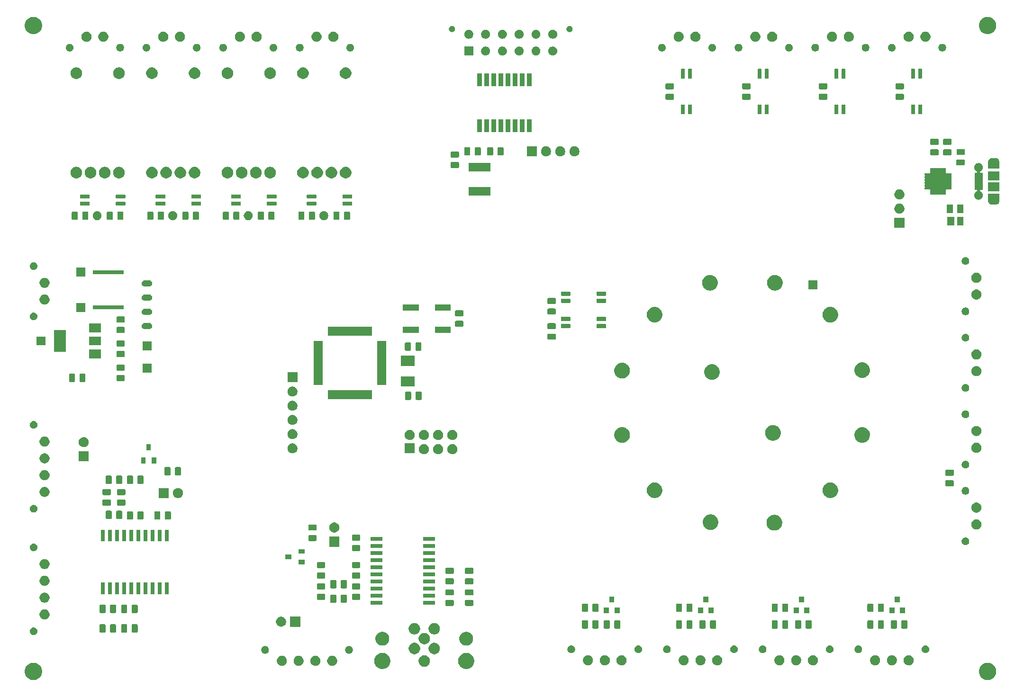
<source format=gbr>
G04 #@! TF.GenerationSoftware,KiCad,Pcbnew,(5.1.5)-3*
G04 #@! TF.CreationDate,2021-01-10T17:11:25-06:00*
G04 #@! TF.ProjectId,Dashboard,44617368-626f-4617-9264-2e6b69636164,rev?*
G04 #@! TF.SameCoordinates,Original*
G04 #@! TF.FileFunction,Soldermask,Top*
G04 #@! TF.FilePolarity,Negative*
%FSLAX46Y46*%
G04 Gerber Fmt 4.6, Leading zero omitted, Abs format (unit mm)*
G04 Created by KiCad (PCBNEW (5.1.5)-3) date 2021-01-10 17:11:25*
%MOMM*%
%LPD*%
G04 APERTURE LIST*
%ADD10C,0.100000*%
G04 APERTURE END LIST*
D10*
G36*
X204802585Y-170478802D02*
G01*
X204952410Y-170508604D01*
X205234674Y-170625521D01*
X205488705Y-170795259D01*
X205704741Y-171011295D01*
X205874479Y-171265326D01*
X205991396Y-171547590D01*
X206051000Y-171847240D01*
X206051000Y-172152760D01*
X205991396Y-172452410D01*
X205874479Y-172734674D01*
X205704741Y-172988705D01*
X205488705Y-173204741D01*
X205234674Y-173374479D01*
X204952410Y-173491396D01*
X204802585Y-173521198D01*
X204652761Y-173551000D01*
X204347239Y-173551000D01*
X204197415Y-173521198D01*
X204047590Y-173491396D01*
X203765326Y-173374479D01*
X203511295Y-173204741D01*
X203295259Y-172988705D01*
X203125521Y-172734674D01*
X203008604Y-172452410D01*
X202949000Y-172152760D01*
X202949000Y-171847240D01*
X203008604Y-171547590D01*
X203125521Y-171265326D01*
X203295259Y-171011295D01*
X203511295Y-170795259D01*
X203765326Y-170625521D01*
X204047590Y-170508604D01*
X204197415Y-170478802D01*
X204347239Y-170449000D01*
X204652761Y-170449000D01*
X204802585Y-170478802D01*
G37*
G36*
X34302585Y-170478802D02*
G01*
X34452410Y-170508604D01*
X34734674Y-170625521D01*
X34988705Y-170795259D01*
X35204741Y-171011295D01*
X35374479Y-171265326D01*
X35491396Y-171547590D01*
X35551000Y-171847240D01*
X35551000Y-172152760D01*
X35491396Y-172452410D01*
X35374479Y-172734674D01*
X35204741Y-172988705D01*
X34988705Y-173204741D01*
X34734674Y-173374479D01*
X34452410Y-173491396D01*
X34302585Y-173521198D01*
X34152761Y-173551000D01*
X33847239Y-173551000D01*
X33697415Y-173521198D01*
X33547590Y-173491396D01*
X33265326Y-173374479D01*
X33011295Y-173204741D01*
X32795259Y-172988705D01*
X32625521Y-172734674D01*
X32508604Y-172452410D01*
X32449000Y-172152760D01*
X32449000Y-171847240D01*
X32508604Y-171547590D01*
X32625521Y-171265326D01*
X32795259Y-171011295D01*
X33011295Y-170795259D01*
X33265326Y-170625521D01*
X33547590Y-170508604D01*
X33697415Y-170478802D01*
X33847239Y-170449000D01*
X34152761Y-170449000D01*
X34302585Y-170478802D01*
G37*
G36*
X111773241Y-168734760D02*
G01*
X112037305Y-168844139D01*
X112274958Y-169002934D01*
X112477066Y-169205042D01*
X112635861Y-169442695D01*
X112745240Y-169706759D01*
X112801000Y-169987088D01*
X112801000Y-170272912D01*
X112745240Y-170553241D01*
X112635861Y-170817305D01*
X112477066Y-171054958D01*
X112274958Y-171257066D01*
X112037305Y-171415861D01*
X111773241Y-171525240D01*
X111492912Y-171581000D01*
X111207088Y-171581000D01*
X110926759Y-171525240D01*
X110662695Y-171415861D01*
X110425042Y-171257066D01*
X110222934Y-171054958D01*
X110064139Y-170817305D01*
X109954760Y-170553241D01*
X109899000Y-170272912D01*
X109899000Y-169987088D01*
X109954760Y-169706759D01*
X110064139Y-169442695D01*
X110222934Y-169205042D01*
X110425042Y-169002934D01*
X110662695Y-168844139D01*
X110926759Y-168734760D01*
X111207088Y-168679000D01*
X111492912Y-168679000D01*
X111773241Y-168734760D01*
G37*
G36*
X96773241Y-168734760D02*
G01*
X97037305Y-168844139D01*
X97274958Y-169002934D01*
X97477066Y-169205042D01*
X97635861Y-169442695D01*
X97745240Y-169706759D01*
X97801000Y-169987088D01*
X97801000Y-170272912D01*
X97745240Y-170553241D01*
X97635861Y-170817305D01*
X97477066Y-171054958D01*
X97274958Y-171257066D01*
X97037305Y-171415861D01*
X96773241Y-171525240D01*
X96492912Y-171581000D01*
X96207088Y-171581000D01*
X95926759Y-171525240D01*
X95662695Y-171415861D01*
X95425042Y-171257066D01*
X95222934Y-171054958D01*
X95064139Y-170817305D01*
X94954760Y-170553241D01*
X94899000Y-170272912D01*
X94899000Y-169987088D01*
X94954760Y-169706759D01*
X95064139Y-169442695D01*
X95222934Y-169205042D01*
X95425042Y-169002934D01*
X95662695Y-168844139D01*
X95926759Y-168734760D01*
X96207088Y-168679000D01*
X96492912Y-168679000D01*
X96773241Y-168734760D01*
G37*
G36*
X104149272Y-169143428D02*
G01*
X104298020Y-169205042D01*
X104335993Y-169220771D01*
X104504037Y-169333054D01*
X104646946Y-169475963D01*
X104711928Y-169573216D01*
X104759230Y-169644009D01*
X104836572Y-169830728D01*
X104876000Y-170028947D01*
X104876000Y-170231053D01*
X104836572Y-170429272D01*
X104759230Y-170615991D01*
X104759229Y-170615993D01*
X104646946Y-170784037D01*
X104504037Y-170926946D01*
X104335993Y-171039229D01*
X104335992Y-171039230D01*
X104335991Y-171039230D01*
X104149272Y-171116572D01*
X103951053Y-171156000D01*
X103748947Y-171156000D01*
X103550728Y-171116572D01*
X103364009Y-171039230D01*
X103364008Y-171039230D01*
X103364007Y-171039229D01*
X103195963Y-170926946D01*
X103053054Y-170784037D01*
X102940771Y-170615993D01*
X102940770Y-170615991D01*
X102863428Y-170429272D01*
X102824000Y-170231053D01*
X102824000Y-170028947D01*
X102863428Y-169830728D01*
X102940770Y-169644009D01*
X102988072Y-169573216D01*
X103053054Y-169475963D01*
X103195963Y-169333054D01*
X103364007Y-169220771D01*
X103401980Y-169205042D01*
X103550728Y-169143428D01*
X103748947Y-169104000D01*
X103951053Y-169104000D01*
X104149272Y-169143428D01*
G37*
G36*
X78501531Y-169201544D02*
G01*
X78662812Y-169233624D01*
X78826784Y-169301544D01*
X78974354Y-169400147D01*
X79099853Y-169525646D01*
X79198456Y-169673216D01*
X79266376Y-169837188D01*
X79301000Y-170011259D01*
X79301000Y-170188741D01*
X79266376Y-170362812D01*
X79198456Y-170526784D01*
X79099853Y-170674354D01*
X78974354Y-170799853D01*
X78826784Y-170898456D01*
X78662812Y-170966376D01*
X78513512Y-170996073D01*
X78488742Y-171001000D01*
X78311258Y-171001000D01*
X78286488Y-170996073D01*
X78137188Y-170966376D01*
X77973216Y-170898456D01*
X77825646Y-170799853D01*
X77700147Y-170674354D01*
X77601544Y-170526784D01*
X77533624Y-170362812D01*
X77499000Y-170188741D01*
X77499000Y-170011259D01*
X77533624Y-169837188D01*
X77601544Y-169673216D01*
X77700147Y-169525646D01*
X77825646Y-169400147D01*
X77973216Y-169301544D01*
X78137188Y-169233624D01*
X78298469Y-169201544D01*
X78311258Y-169199000D01*
X78488742Y-169199000D01*
X78501531Y-169201544D01*
G37*
G36*
X87501531Y-169201544D02*
G01*
X87662812Y-169233624D01*
X87826784Y-169301544D01*
X87974354Y-169400147D01*
X88099853Y-169525646D01*
X88198456Y-169673216D01*
X88266376Y-169837188D01*
X88301000Y-170011259D01*
X88301000Y-170188741D01*
X88266376Y-170362812D01*
X88198456Y-170526784D01*
X88099853Y-170674354D01*
X87974354Y-170799853D01*
X87826784Y-170898456D01*
X87662812Y-170966376D01*
X87513512Y-170996073D01*
X87488742Y-171001000D01*
X87311258Y-171001000D01*
X87286488Y-170996073D01*
X87137188Y-170966376D01*
X86973216Y-170898456D01*
X86825646Y-170799853D01*
X86700147Y-170674354D01*
X86601544Y-170526784D01*
X86533624Y-170362812D01*
X86499000Y-170188741D01*
X86499000Y-170011259D01*
X86533624Y-169837188D01*
X86601544Y-169673216D01*
X86700147Y-169525646D01*
X86825646Y-169400147D01*
X86973216Y-169301544D01*
X87137188Y-169233624D01*
X87298469Y-169201544D01*
X87311258Y-169199000D01*
X87488742Y-169199000D01*
X87501531Y-169201544D01*
G37*
G36*
X84501531Y-169201544D02*
G01*
X84662812Y-169233624D01*
X84826784Y-169301544D01*
X84974354Y-169400147D01*
X85099853Y-169525646D01*
X85198456Y-169673216D01*
X85266376Y-169837188D01*
X85301000Y-170011259D01*
X85301000Y-170188741D01*
X85266376Y-170362812D01*
X85198456Y-170526784D01*
X85099853Y-170674354D01*
X84974354Y-170799853D01*
X84826784Y-170898456D01*
X84662812Y-170966376D01*
X84513512Y-170996073D01*
X84488742Y-171001000D01*
X84311258Y-171001000D01*
X84286488Y-170996073D01*
X84137188Y-170966376D01*
X83973216Y-170898456D01*
X83825646Y-170799853D01*
X83700147Y-170674354D01*
X83601544Y-170526784D01*
X83533624Y-170362812D01*
X83499000Y-170188741D01*
X83499000Y-170011259D01*
X83533624Y-169837188D01*
X83601544Y-169673216D01*
X83700147Y-169525646D01*
X83825646Y-169400147D01*
X83973216Y-169301544D01*
X84137188Y-169233624D01*
X84298469Y-169201544D01*
X84311258Y-169199000D01*
X84488742Y-169199000D01*
X84501531Y-169201544D01*
G37*
G36*
X81501531Y-169201544D02*
G01*
X81662812Y-169233624D01*
X81826784Y-169301544D01*
X81974354Y-169400147D01*
X82099853Y-169525646D01*
X82198456Y-169673216D01*
X82266376Y-169837188D01*
X82301000Y-170011259D01*
X82301000Y-170188741D01*
X82266376Y-170362812D01*
X82198456Y-170526784D01*
X82099853Y-170674354D01*
X81974354Y-170799853D01*
X81826784Y-170898456D01*
X81662812Y-170966376D01*
X81513512Y-170996073D01*
X81488742Y-171001000D01*
X81311258Y-171001000D01*
X81286488Y-170996073D01*
X81137188Y-170966376D01*
X80973216Y-170898456D01*
X80825646Y-170799853D01*
X80700147Y-170674354D01*
X80601544Y-170526784D01*
X80533624Y-170362812D01*
X80499000Y-170188741D01*
X80499000Y-170011259D01*
X80533624Y-169837188D01*
X80601544Y-169673216D01*
X80700147Y-169525646D01*
X80825646Y-169400147D01*
X80973216Y-169301544D01*
X81137188Y-169233624D01*
X81298469Y-169201544D01*
X81311258Y-169199000D01*
X81488742Y-169199000D01*
X81501531Y-169201544D01*
G37*
G36*
X190513512Y-169103927D02*
G01*
X190662812Y-169133624D01*
X190826784Y-169201544D01*
X190974354Y-169300147D01*
X191099853Y-169425646D01*
X191198456Y-169573216D01*
X191266376Y-169737188D01*
X191301000Y-169911259D01*
X191301000Y-170088741D01*
X191266376Y-170262812D01*
X191198456Y-170426784D01*
X191099853Y-170574354D01*
X190974354Y-170699853D01*
X190826784Y-170798456D01*
X190662812Y-170866376D01*
X190513512Y-170896073D01*
X190488742Y-170901000D01*
X190311258Y-170901000D01*
X190286488Y-170896073D01*
X190137188Y-170866376D01*
X189973216Y-170798456D01*
X189825646Y-170699853D01*
X189700147Y-170574354D01*
X189601544Y-170426784D01*
X189533624Y-170262812D01*
X189499000Y-170088741D01*
X189499000Y-169911259D01*
X189533624Y-169737188D01*
X189601544Y-169573216D01*
X189700147Y-169425646D01*
X189825646Y-169300147D01*
X189973216Y-169201544D01*
X190137188Y-169133624D01*
X190286488Y-169103927D01*
X190311258Y-169099000D01*
X190488742Y-169099000D01*
X190513512Y-169103927D01*
G37*
G36*
X187513512Y-169103927D02*
G01*
X187662812Y-169133624D01*
X187826784Y-169201544D01*
X187974354Y-169300147D01*
X188099853Y-169425646D01*
X188198456Y-169573216D01*
X188266376Y-169737188D01*
X188301000Y-169911259D01*
X188301000Y-170088741D01*
X188266376Y-170262812D01*
X188198456Y-170426784D01*
X188099853Y-170574354D01*
X187974354Y-170699853D01*
X187826784Y-170798456D01*
X187662812Y-170866376D01*
X187513512Y-170896073D01*
X187488742Y-170901000D01*
X187311258Y-170901000D01*
X187286488Y-170896073D01*
X187137188Y-170866376D01*
X186973216Y-170798456D01*
X186825646Y-170699853D01*
X186700147Y-170574354D01*
X186601544Y-170426784D01*
X186533624Y-170262812D01*
X186499000Y-170088741D01*
X186499000Y-169911259D01*
X186533624Y-169737188D01*
X186601544Y-169573216D01*
X186700147Y-169425646D01*
X186825646Y-169300147D01*
X186973216Y-169201544D01*
X187137188Y-169133624D01*
X187286488Y-169103927D01*
X187311258Y-169099000D01*
X187488742Y-169099000D01*
X187513512Y-169103927D01*
G37*
G36*
X184513512Y-169103927D02*
G01*
X184662812Y-169133624D01*
X184826784Y-169201544D01*
X184974354Y-169300147D01*
X185099853Y-169425646D01*
X185198456Y-169573216D01*
X185266376Y-169737188D01*
X185301000Y-169911259D01*
X185301000Y-170088741D01*
X185266376Y-170262812D01*
X185198456Y-170426784D01*
X185099853Y-170574354D01*
X184974354Y-170699853D01*
X184826784Y-170798456D01*
X184662812Y-170866376D01*
X184513512Y-170896073D01*
X184488742Y-170901000D01*
X184311258Y-170901000D01*
X184286488Y-170896073D01*
X184137188Y-170866376D01*
X183973216Y-170798456D01*
X183825646Y-170699853D01*
X183700147Y-170574354D01*
X183601544Y-170426784D01*
X183533624Y-170262812D01*
X183499000Y-170088741D01*
X183499000Y-169911259D01*
X183533624Y-169737188D01*
X183601544Y-169573216D01*
X183700147Y-169425646D01*
X183825646Y-169300147D01*
X183973216Y-169201544D01*
X184137188Y-169133624D01*
X184286488Y-169103927D01*
X184311258Y-169099000D01*
X184488742Y-169099000D01*
X184513512Y-169103927D01*
G37*
G36*
X156313512Y-169103927D02*
G01*
X156462812Y-169133624D01*
X156626784Y-169201544D01*
X156774354Y-169300147D01*
X156899853Y-169425646D01*
X156998456Y-169573216D01*
X157066376Y-169737188D01*
X157101000Y-169911259D01*
X157101000Y-170088741D01*
X157066376Y-170262812D01*
X156998456Y-170426784D01*
X156899853Y-170574354D01*
X156774354Y-170699853D01*
X156626784Y-170798456D01*
X156462812Y-170866376D01*
X156313512Y-170896073D01*
X156288742Y-170901000D01*
X156111258Y-170901000D01*
X156086488Y-170896073D01*
X155937188Y-170866376D01*
X155773216Y-170798456D01*
X155625646Y-170699853D01*
X155500147Y-170574354D01*
X155401544Y-170426784D01*
X155333624Y-170262812D01*
X155299000Y-170088741D01*
X155299000Y-169911259D01*
X155333624Y-169737188D01*
X155401544Y-169573216D01*
X155500147Y-169425646D01*
X155625646Y-169300147D01*
X155773216Y-169201544D01*
X155937188Y-169133624D01*
X156086488Y-169103927D01*
X156111258Y-169099000D01*
X156288742Y-169099000D01*
X156313512Y-169103927D01*
G37*
G36*
X167413512Y-169103927D02*
G01*
X167562812Y-169133624D01*
X167726784Y-169201544D01*
X167874354Y-169300147D01*
X167999853Y-169425646D01*
X168098456Y-169573216D01*
X168166376Y-169737188D01*
X168201000Y-169911259D01*
X168201000Y-170088741D01*
X168166376Y-170262812D01*
X168098456Y-170426784D01*
X167999853Y-170574354D01*
X167874354Y-170699853D01*
X167726784Y-170798456D01*
X167562812Y-170866376D01*
X167413512Y-170896073D01*
X167388742Y-170901000D01*
X167211258Y-170901000D01*
X167186488Y-170896073D01*
X167037188Y-170866376D01*
X166873216Y-170798456D01*
X166725646Y-170699853D01*
X166600147Y-170574354D01*
X166501544Y-170426784D01*
X166433624Y-170262812D01*
X166399000Y-170088741D01*
X166399000Y-169911259D01*
X166433624Y-169737188D01*
X166501544Y-169573216D01*
X166600147Y-169425646D01*
X166725646Y-169300147D01*
X166873216Y-169201544D01*
X167037188Y-169133624D01*
X167186488Y-169103927D01*
X167211258Y-169099000D01*
X167388742Y-169099000D01*
X167413512Y-169103927D01*
G37*
G36*
X170413512Y-169103927D02*
G01*
X170562812Y-169133624D01*
X170726784Y-169201544D01*
X170874354Y-169300147D01*
X170999853Y-169425646D01*
X171098456Y-169573216D01*
X171166376Y-169737188D01*
X171201000Y-169911259D01*
X171201000Y-170088741D01*
X171166376Y-170262812D01*
X171098456Y-170426784D01*
X170999853Y-170574354D01*
X170874354Y-170699853D01*
X170726784Y-170798456D01*
X170562812Y-170866376D01*
X170413512Y-170896073D01*
X170388742Y-170901000D01*
X170211258Y-170901000D01*
X170186488Y-170896073D01*
X170037188Y-170866376D01*
X169873216Y-170798456D01*
X169725646Y-170699853D01*
X169600147Y-170574354D01*
X169501544Y-170426784D01*
X169433624Y-170262812D01*
X169399000Y-170088741D01*
X169399000Y-169911259D01*
X169433624Y-169737188D01*
X169501544Y-169573216D01*
X169600147Y-169425646D01*
X169725646Y-169300147D01*
X169873216Y-169201544D01*
X170037188Y-169133624D01*
X170186488Y-169103927D01*
X170211258Y-169099000D01*
X170388742Y-169099000D01*
X170413512Y-169103927D01*
G37*
G36*
X173413512Y-169103927D02*
G01*
X173562812Y-169133624D01*
X173726784Y-169201544D01*
X173874354Y-169300147D01*
X173999853Y-169425646D01*
X174098456Y-169573216D01*
X174166376Y-169737188D01*
X174201000Y-169911259D01*
X174201000Y-170088741D01*
X174166376Y-170262812D01*
X174098456Y-170426784D01*
X173999853Y-170574354D01*
X173874354Y-170699853D01*
X173726784Y-170798456D01*
X173562812Y-170866376D01*
X173413512Y-170896073D01*
X173388742Y-170901000D01*
X173211258Y-170901000D01*
X173186488Y-170896073D01*
X173037188Y-170866376D01*
X172873216Y-170798456D01*
X172725646Y-170699853D01*
X172600147Y-170574354D01*
X172501544Y-170426784D01*
X172433624Y-170262812D01*
X172399000Y-170088741D01*
X172399000Y-169911259D01*
X172433624Y-169737188D01*
X172501544Y-169573216D01*
X172600147Y-169425646D01*
X172725646Y-169300147D01*
X172873216Y-169201544D01*
X173037188Y-169133624D01*
X173186488Y-169103927D01*
X173211258Y-169099000D01*
X173388742Y-169099000D01*
X173413512Y-169103927D01*
G37*
G36*
X133213512Y-169103927D02*
G01*
X133362812Y-169133624D01*
X133526784Y-169201544D01*
X133674354Y-169300147D01*
X133799853Y-169425646D01*
X133898456Y-169573216D01*
X133966376Y-169737188D01*
X134001000Y-169911259D01*
X134001000Y-170088741D01*
X133966376Y-170262812D01*
X133898456Y-170426784D01*
X133799853Y-170574354D01*
X133674354Y-170699853D01*
X133526784Y-170798456D01*
X133362812Y-170866376D01*
X133213512Y-170896073D01*
X133188742Y-170901000D01*
X133011258Y-170901000D01*
X132986488Y-170896073D01*
X132837188Y-170866376D01*
X132673216Y-170798456D01*
X132525646Y-170699853D01*
X132400147Y-170574354D01*
X132301544Y-170426784D01*
X132233624Y-170262812D01*
X132199000Y-170088741D01*
X132199000Y-169911259D01*
X132233624Y-169737188D01*
X132301544Y-169573216D01*
X132400147Y-169425646D01*
X132525646Y-169300147D01*
X132673216Y-169201544D01*
X132837188Y-169133624D01*
X132986488Y-169103927D01*
X133011258Y-169099000D01*
X133188742Y-169099000D01*
X133213512Y-169103927D01*
G37*
G36*
X136213512Y-169103927D02*
G01*
X136362812Y-169133624D01*
X136526784Y-169201544D01*
X136674354Y-169300147D01*
X136799853Y-169425646D01*
X136898456Y-169573216D01*
X136966376Y-169737188D01*
X137001000Y-169911259D01*
X137001000Y-170088741D01*
X136966376Y-170262812D01*
X136898456Y-170426784D01*
X136799853Y-170574354D01*
X136674354Y-170699853D01*
X136526784Y-170798456D01*
X136362812Y-170866376D01*
X136213512Y-170896073D01*
X136188742Y-170901000D01*
X136011258Y-170901000D01*
X135986488Y-170896073D01*
X135837188Y-170866376D01*
X135673216Y-170798456D01*
X135525646Y-170699853D01*
X135400147Y-170574354D01*
X135301544Y-170426784D01*
X135233624Y-170262812D01*
X135199000Y-170088741D01*
X135199000Y-169911259D01*
X135233624Y-169737188D01*
X135301544Y-169573216D01*
X135400147Y-169425646D01*
X135525646Y-169300147D01*
X135673216Y-169201544D01*
X135837188Y-169133624D01*
X135986488Y-169103927D01*
X136011258Y-169099000D01*
X136188742Y-169099000D01*
X136213512Y-169103927D01*
G37*
G36*
X139213512Y-169103927D02*
G01*
X139362812Y-169133624D01*
X139526784Y-169201544D01*
X139674354Y-169300147D01*
X139799853Y-169425646D01*
X139898456Y-169573216D01*
X139966376Y-169737188D01*
X140001000Y-169911259D01*
X140001000Y-170088741D01*
X139966376Y-170262812D01*
X139898456Y-170426784D01*
X139799853Y-170574354D01*
X139674354Y-170699853D01*
X139526784Y-170798456D01*
X139362812Y-170866376D01*
X139213512Y-170896073D01*
X139188742Y-170901000D01*
X139011258Y-170901000D01*
X138986488Y-170896073D01*
X138837188Y-170866376D01*
X138673216Y-170798456D01*
X138525646Y-170699853D01*
X138400147Y-170574354D01*
X138301544Y-170426784D01*
X138233624Y-170262812D01*
X138199000Y-170088741D01*
X138199000Y-169911259D01*
X138233624Y-169737188D01*
X138301544Y-169573216D01*
X138400147Y-169425646D01*
X138525646Y-169300147D01*
X138673216Y-169201544D01*
X138837188Y-169133624D01*
X138986488Y-169103927D01*
X139011258Y-169099000D01*
X139188742Y-169099000D01*
X139213512Y-169103927D01*
G37*
G36*
X150313512Y-169103927D02*
G01*
X150462812Y-169133624D01*
X150626784Y-169201544D01*
X150774354Y-169300147D01*
X150899853Y-169425646D01*
X150998456Y-169573216D01*
X151066376Y-169737188D01*
X151101000Y-169911259D01*
X151101000Y-170088741D01*
X151066376Y-170262812D01*
X150998456Y-170426784D01*
X150899853Y-170574354D01*
X150774354Y-170699853D01*
X150626784Y-170798456D01*
X150462812Y-170866376D01*
X150313512Y-170896073D01*
X150288742Y-170901000D01*
X150111258Y-170901000D01*
X150086488Y-170896073D01*
X149937188Y-170866376D01*
X149773216Y-170798456D01*
X149625646Y-170699853D01*
X149500147Y-170574354D01*
X149401544Y-170426784D01*
X149333624Y-170262812D01*
X149299000Y-170088741D01*
X149299000Y-169911259D01*
X149333624Y-169737188D01*
X149401544Y-169573216D01*
X149500147Y-169425646D01*
X149625646Y-169300147D01*
X149773216Y-169201544D01*
X149937188Y-169133624D01*
X150086488Y-169103927D01*
X150111258Y-169099000D01*
X150288742Y-169099000D01*
X150313512Y-169103927D01*
G37*
G36*
X153313512Y-169103927D02*
G01*
X153462812Y-169133624D01*
X153626784Y-169201544D01*
X153774354Y-169300147D01*
X153899853Y-169425646D01*
X153998456Y-169573216D01*
X154066376Y-169737188D01*
X154101000Y-169911259D01*
X154101000Y-170088741D01*
X154066376Y-170262812D01*
X153998456Y-170426784D01*
X153899853Y-170574354D01*
X153774354Y-170699853D01*
X153626784Y-170798456D01*
X153462812Y-170866376D01*
X153313512Y-170896073D01*
X153288742Y-170901000D01*
X153111258Y-170901000D01*
X153086488Y-170896073D01*
X152937188Y-170866376D01*
X152773216Y-170798456D01*
X152625646Y-170699853D01*
X152500147Y-170574354D01*
X152401544Y-170426784D01*
X152333624Y-170262812D01*
X152299000Y-170088741D01*
X152299000Y-169911259D01*
X152333624Y-169737188D01*
X152401544Y-169573216D01*
X152500147Y-169425646D01*
X152625646Y-169300147D01*
X152773216Y-169201544D01*
X152937188Y-169133624D01*
X153086488Y-169103927D01*
X153111258Y-169099000D01*
X153288742Y-169099000D01*
X153313512Y-169103927D01*
G37*
G36*
X105919272Y-166913428D02*
G01*
X106105991Y-166990770D01*
X106105993Y-166990771D01*
X106274037Y-167103054D01*
X106416946Y-167245963D01*
X106529229Y-167414007D01*
X106529230Y-167414009D01*
X106606572Y-167600728D01*
X106646000Y-167798947D01*
X106646000Y-168001053D01*
X106606572Y-168199272D01*
X106548239Y-168340099D01*
X106529229Y-168385993D01*
X106416946Y-168554037D01*
X106274037Y-168696946D01*
X106105993Y-168809229D01*
X106105992Y-168809230D01*
X106105991Y-168809230D01*
X105919272Y-168886572D01*
X105721053Y-168926000D01*
X105518947Y-168926000D01*
X105320728Y-168886572D01*
X105134009Y-168809230D01*
X105134008Y-168809230D01*
X105134007Y-168809229D01*
X104965963Y-168696946D01*
X104823054Y-168554037D01*
X104710771Y-168385993D01*
X104691761Y-168340099D01*
X104633428Y-168199272D01*
X104594000Y-168001053D01*
X104594000Y-167798947D01*
X104633428Y-167600728D01*
X104710770Y-167414009D01*
X104710771Y-167414007D01*
X104823054Y-167245963D01*
X104965963Y-167103054D01*
X105134007Y-166990771D01*
X105134009Y-166990770D01*
X105320728Y-166913428D01*
X105518947Y-166874000D01*
X105721053Y-166874000D01*
X105919272Y-166913428D01*
G37*
G36*
X102379272Y-166913428D02*
G01*
X102565991Y-166990770D01*
X102565993Y-166990771D01*
X102734037Y-167103054D01*
X102876946Y-167245963D01*
X102989229Y-167414007D01*
X102989230Y-167414009D01*
X103066572Y-167600728D01*
X103106000Y-167798947D01*
X103106000Y-168001053D01*
X103066572Y-168199272D01*
X103008239Y-168340099D01*
X102989229Y-168385993D01*
X102876946Y-168554037D01*
X102734037Y-168696946D01*
X102565993Y-168809229D01*
X102565992Y-168809230D01*
X102565991Y-168809230D01*
X102379272Y-168886572D01*
X102181053Y-168926000D01*
X101978947Y-168926000D01*
X101780728Y-168886572D01*
X101594009Y-168809230D01*
X101594008Y-168809230D01*
X101594007Y-168809229D01*
X101425963Y-168696946D01*
X101283054Y-168554037D01*
X101170771Y-168385993D01*
X101151761Y-168340099D01*
X101093428Y-168199272D01*
X101054000Y-168001053D01*
X101054000Y-167798947D01*
X101093428Y-167600728D01*
X101170770Y-167414009D01*
X101170771Y-167414007D01*
X101283054Y-167245963D01*
X101425963Y-167103054D01*
X101594007Y-166990771D01*
X101594009Y-166990770D01*
X101780728Y-166913428D01*
X101978947Y-166874000D01*
X102181053Y-166874000D01*
X102379272Y-166913428D01*
G37*
G36*
X90600098Y-167480362D02*
G01*
X90724941Y-167532074D01*
X90724943Y-167532075D01*
X90837299Y-167607149D01*
X90932851Y-167702701D01*
X90997161Y-167798947D01*
X91007926Y-167815059D01*
X91059638Y-167939902D01*
X91086000Y-168072434D01*
X91086000Y-168207566D01*
X91059638Y-168340098D01*
X91007926Y-168464941D01*
X91007925Y-168464943D01*
X90932851Y-168577299D01*
X90837299Y-168672851D01*
X90724943Y-168747925D01*
X90724942Y-168747926D01*
X90724941Y-168747926D01*
X90600098Y-168799638D01*
X90467566Y-168826000D01*
X90332434Y-168826000D01*
X90199902Y-168799638D01*
X90075059Y-168747926D01*
X90075058Y-168747926D01*
X90075057Y-168747925D01*
X89962701Y-168672851D01*
X89867149Y-168577299D01*
X89792075Y-168464943D01*
X89792074Y-168464941D01*
X89740362Y-168340098D01*
X89714000Y-168207566D01*
X89714000Y-168072434D01*
X89740362Y-167939902D01*
X89792074Y-167815059D01*
X89802840Y-167798947D01*
X89867149Y-167702701D01*
X89962701Y-167607149D01*
X90075057Y-167532075D01*
X90075059Y-167532074D01*
X90199902Y-167480362D01*
X90332434Y-167454000D01*
X90467566Y-167454000D01*
X90600098Y-167480362D01*
G37*
G36*
X75600098Y-167480362D02*
G01*
X75724941Y-167532074D01*
X75724943Y-167532075D01*
X75837299Y-167607149D01*
X75932851Y-167702701D01*
X75997161Y-167798947D01*
X76007926Y-167815059D01*
X76059638Y-167939902D01*
X76086000Y-168072434D01*
X76086000Y-168207566D01*
X76059638Y-168340098D01*
X76007926Y-168464941D01*
X76007925Y-168464943D01*
X75932851Y-168577299D01*
X75837299Y-168672851D01*
X75724943Y-168747925D01*
X75724942Y-168747926D01*
X75724941Y-168747926D01*
X75600098Y-168799638D01*
X75467566Y-168826000D01*
X75332434Y-168826000D01*
X75199902Y-168799638D01*
X75075059Y-168747926D01*
X75075058Y-168747926D01*
X75075057Y-168747925D01*
X74962701Y-168672851D01*
X74867149Y-168577299D01*
X74792075Y-168464943D01*
X74792074Y-168464941D01*
X74740362Y-168340098D01*
X74714000Y-168207566D01*
X74714000Y-168072434D01*
X74740362Y-167939902D01*
X74792074Y-167815059D01*
X74802840Y-167798947D01*
X74867149Y-167702701D01*
X74962701Y-167607149D01*
X75075057Y-167532075D01*
X75075059Y-167532074D01*
X75199902Y-167480362D01*
X75332434Y-167454000D01*
X75467566Y-167454000D01*
X75600098Y-167480362D01*
G37*
G36*
X147400098Y-167380362D02*
G01*
X147524941Y-167432074D01*
X147524943Y-167432075D01*
X147557756Y-167454000D01*
X147637299Y-167507149D01*
X147732851Y-167602701D01*
X147807926Y-167715059D01*
X147859638Y-167839902D01*
X147886000Y-167972434D01*
X147886000Y-168107566D01*
X147859638Y-168240098D01*
X147818216Y-168340098D01*
X147807925Y-168364943D01*
X147732851Y-168477299D01*
X147637299Y-168572851D01*
X147524943Y-168647925D01*
X147524942Y-168647926D01*
X147524941Y-168647926D01*
X147400098Y-168699638D01*
X147267566Y-168726000D01*
X147132434Y-168726000D01*
X146999902Y-168699638D01*
X146875059Y-168647926D01*
X146875058Y-168647926D01*
X146875057Y-168647925D01*
X146762701Y-168572851D01*
X146667149Y-168477299D01*
X146592075Y-168364943D01*
X146581784Y-168340098D01*
X146540362Y-168240098D01*
X146514000Y-168107566D01*
X146514000Y-167972434D01*
X146540362Y-167839902D01*
X146592074Y-167715059D01*
X146667149Y-167602701D01*
X146762701Y-167507149D01*
X146842244Y-167454000D01*
X146875057Y-167432075D01*
X146875059Y-167432074D01*
X146999902Y-167380362D01*
X147132434Y-167354000D01*
X147267566Y-167354000D01*
X147400098Y-167380362D01*
G37*
G36*
X159400098Y-167380362D02*
G01*
X159524941Y-167432074D01*
X159524943Y-167432075D01*
X159557756Y-167454000D01*
X159637299Y-167507149D01*
X159732851Y-167602701D01*
X159807926Y-167715059D01*
X159859638Y-167839902D01*
X159886000Y-167972434D01*
X159886000Y-168107566D01*
X159859638Y-168240098D01*
X159818216Y-168340098D01*
X159807925Y-168364943D01*
X159732851Y-168477299D01*
X159637299Y-168572851D01*
X159524943Y-168647925D01*
X159524942Y-168647926D01*
X159524941Y-168647926D01*
X159400098Y-168699638D01*
X159267566Y-168726000D01*
X159132434Y-168726000D01*
X158999902Y-168699638D01*
X158875059Y-168647926D01*
X158875058Y-168647926D01*
X158875057Y-168647925D01*
X158762701Y-168572851D01*
X158667149Y-168477299D01*
X158592075Y-168364943D01*
X158581784Y-168340098D01*
X158540362Y-168240098D01*
X158514000Y-168107566D01*
X158514000Y-167972434D01*
X158540362Y-167839902D01*
X158592074Y-167715059D01*
X158667149Y-167602701D01*
X158762701Y-167507149D01*
X158842244Y-167454000D01*
X158875057Y-167432075D01*
X158875059Y-167432074D01*
X158999902Y-167380362D01*
X159132434Y-167354000D01*
X159267566Y-167354000D01*
X159400098Y-167380362D01*
G37*
G36*
X164500098Y-167380362D02*
G01*
X164624941Y-167432074D01*
X164624943Y-167432075D01*
X164657756Y-167454000D01*
X164737299Y-167507149D01*
X164832851Y-167602701D01*
X164907926Y-167715059D01*
X164959638Y-167839902D01*
X164986000Y-167972434D01*
X164986000Y-168107566D01*
X164959638Y-168240098D01*
X164918216Y-168340098D01*
X164907925Y-168364943D01*
X164832851Y-168477299D01*
X164737299Y-168572851D01*
X164624943Y-168647925D01*
X164624942Y-168647926D01*
X164624941Y-168647926D01*
X164500098Y-168699638D01*
X164367566Y-168726000D01*
X164232434Y-168726000D01*
X164099902Y-168699638D01*
X163975059Y-168647926D01*
X163975058Y-168647926D01*
X163975057Y-168647925D01*
X163862701Y-168572851D01*
X163767149Y-168477299D01*
X163692075Y-168364943D01*
X163681784Y-168340098D01*
X163640362Y-168240098D01*
X163614000Y-168107566D01*
X163614000Y-167972434D01*
X163640362Y-167839902D01*
X163692074Y-167715059D01*
X163767149Y-167602701D01*
X163862701Y-167507149D01*
X163942244Y-167454000D01*
X163975057Y-167432075D01*
X163975059Y-167432074D01*
X164099902Y-167380362D01*
X164232434Y-167354000D01*
X164367566Y-167354000D01*
X164500098Y-167380362D01*
G37*
G36*
X176500098Y-167380362D02*
G01*
X176624941Y-167432074D01*
X176624943Y-167432075D01*
X176657756Y-167454000D01*
X176737299Y-167507149D01*
X176832851Y-167602701D01*
X176907926Y-167715059D01*
X176959638Y-167839902D01*
X176986000Y-167972434D01*
X176986000Y-168107566D01*
X176959638Y-168240098D01*
X176918216Y-168340098D01*
X176907925Y-168364943D01*
X176832851Y-168477299D01*
X176737299Y-168572851D01*
X176624943Y-168647925D01*
X176624942Y-168647926D01*
X176624941Y-168647926D01*
X176500098Y-168699638D01*
X176367566Y-168726000D01*
X176232434Y-168726000D01*
X176099902Y-168699638D01*
X175975059Y-168647926D01*
X175975058Y-168647926D01*
X175975057Y-168647925D01*
X175862701Y-168572851D01*
X175767149Y-168477299D01*
X175692075Y-168364943D01*
X175681784Y-168340098D01*
X175640362Y-168240098D01*
X175614000Y-168107566D01*
X175614000Y-167972434D01*
X175640362Y-167839902D01*
X175692074Y-167715059D01*
X175767149Y-167602701D01*
X175862701Y-167507149D01*
X175942244Y-167454000D01*
X175975057Y-167432075D01*
X175975059Y-167432074D01*
X176099902Y-167380362D01*
X176232434Y-167354000D01*
X176367566Y-167354000D01*
X176500098Y-167380362D01*
G37*
G36*
X181600098Y-167380362D02*
G01*
X181724941Y-167432074D01*
X181724943Y-167432075D01*
X181757756Y-167454000D01*
X181837299Y-167507149D01*
X181932851Y-167602701D01*
X182007926Y-167715059D01*
X182059638Y-167839902D01*
X182086000Y-167972434D01*
X182086000Y-168107566D01*
X182059638Y-168240098D01*
X182018216Y-168340098D01*
X182007925Y-168364943D01*
X181932851Y-168477299D01*
X181837299Y-168572851D01*
X181724943Y-168647925D01*
X181724942Y-168647926D01*
X181724941Y-168647926D01*
X181600098Y-168699638D01*
X181467566Y-168726000D01*
X181332434Y-168726000D01*
X181199902Y-168699638D01*
X181075059Y-168647926D01*
X181075058Y-168647926D01*
X181075057Y-168647925D01*
X180962701Y-168572851D01*
X180867149Y-168477299D01*
X180792075Y-168364943D01*
X180781784Y-168340098D01*
X180740362Y-168240098D01*
X180714000Y-168107566D01*
X180714000Y-167972434D01*
X180740362Y-167839902D01*
X180792074Y-167715059D01*
X180867149Y-167602701D01*
X180962701Y-167507149D01*
X181042244Y-167454000D01*
X181075057Y-167432075D01*
X181075059Y-167432074D01*
X181199902Y-167380362D01*
X181332434Y-167354000D01*
X181467566Y-167354000D01*
X181600098Y-167380362D01*
G37*
G36*
X193600098Y-167380362D02*
G01*
X193724941Y-167432074D01*
X193724943Y-167432075D01*
X193757756Y-167454000D01*
X193837299Y-167507149D01*
X193932851Y-167602701D01*
X194007926Y-167715059D01*
X194059638Y-167839902D01*
X194086000Y-167972434D01*
X194086000Y-168107566D01*
X194059638Y-168240098D01*
X194018216Y-168340098D01*
X194007925Y-168364943D01*
X193932851Y-168477299D01*
X193837299Y-168572851D01*
X193724943Y-168647925D01*
X193724942Y-168647926D01*
X193724941Y-168647926D01*
X193600098Y-168699638D01*
X193467566Y-168726000D01*
X193332434Y-168726000D01*
X193199902Y-168699638D01*
X193075059Y-168647926D01*
X193075058Y-168647926D01*
X193075057Y-168647925D01*
X192962701Y-168572851D01*
X192867149Y-168477299D01*
X192792075Y-168364943D01*
X192781784Y-168340098D01*
X192740362Y-168240098D01*
X192714000Y-168107566D01*
X192714000Y-167972434D01*
X192740362Y-167839902D01*
X192792074Y-167715059D01*
X192867149Y-167602701D01*
X192962701Y-167507149D01*
X193042244Y-167454000D01*
X193075057Y-167432075D01*
X193075059Y-167432074D01*
X193199902Y-167380362D01*
X193332434Y-167354000D01*
X193467566Y-167354000D01*
X193600098Y-167380362D01*
G37*
G36*
X130300098Y-167380362D02*
G01*
X130424941Y-167432074D01*
X130424943Y-167432075D01*
X130457756Y-167454000D01*
X130537299Y-167507149D01*
X130632851Y-167602701D01*
X130707926Y-167715059D01*
X130759638Y-167839902D01*
X130786000Y-167972434D01*
X130786000Y-168107566D01*
X130759638Y-168240098D01*
X130718216Y-168340098D01*
X130707925Y-168364943D01*
X130632851Y-168477299D01*
X130537299Y-168572851D01*
X130424943Y-168647925D01*
X130424942Y-168647926D01*
X130424941Y-168647926D01*
X130300098Y-168699638D01*
X130167566Y-168726000D01*
X130032434Y-168726000D01*
X129899902Y-168699638D01*
X129775059Y-168647926D01*
X129775058Y-168647926D01*
X129775057Y-168647925D01*
X129662701Y-168572851D01*
X129567149Y-168477299D01*
X129492075Y-168364943D01*
X129481784Y-168340098D01*
X129440362Y-168240098D01*
X129414000Y-168107566D01*
X129414000Y-167972434D01*
X129440362Y-167839902D01*
X129492074Y-167715059D01*
X129567149Y-167602701D01*
X129662701Y-167507149D01*
X129742244Y-167454000D01*
X129775057Y-167432075D01*
X129775059Y-167432074D01*
X129899902Y-167380362D01*
X130032434Y-167354000D01*
X130167566Y-167354000D01*
X130300098Y-167380362D01*
G37*
G36*
X142300098Y-167380362D02*
G01*
X142424941Y-167432074D01*
X142424943Y-167432075D01*
X142457756Y-167454000D01*
X142537299Y-167507149D01*
X142632851Y-167602701D01*
X142707926Y-167715059D01*
X142759638Y-167839902D01*
X142786000Y-167972434D01*
X142786000Y-168107566D01*
X142759638Y-168240098D01*
X142718216Y-168340098D01*
X142707925Y-168364943D01*
X142632851Y-168477299D01*
X142537299Y-168572851D01*
X142424943Y-168647925D01*
X142424942Y-168647926D01*
X142424941Y-168647926D01*
X142300098Y-168699638D01*
X142167566Y-168726000D01*
X142032434Y-168726000D01*
X141899902Y-168699638D01*
X141775059Y-168647926D01*
X141775058Y-168647926D01*
X141775057Y-168647925D01*
X141662701Y-168572851D01*
X141567149Y-168477299D01*
X141492075Y-168364943D01*
X141481784Y-168340098D01*
X141440362Y-168240098D01*
X141414000Y-168107566D01*
X141414000Y-167972434D01*
X141440362Y-167839902D01*
X141492074Y-167715059D01*
X141567149Y-167602701D01*
X141662701Y-167507149D01*
X141742244Y-167454000D01*
X141775057Y-167432075D01*
X141775059Y-167432074D01*
X141899902Y-167380362D01*
X142032434Y-167354000D01*
X142167566Y-167354000D01*
X142300098Y-167380362D01*
G37*
G36*
X96707610Y-164951114D02*
G01*
X96909414Y-165034704D01*
X96930729Y-165043533D01*
X96935072Y-165046435D01*
X97131529Y-165177703D01*
X97302297Y-165348471D01*
X97436468Y-165549273D01*
X97528886Y-165772390D01*
X97576000Y-166009248D01*
X97576000Y-166250752D01*
X97528886Y-166487610D01*
X97436468Y-166710727D01*
X97302297Y-166911529D01*
X97131529Y-167082297D01*
X97021224Y-167156000D01*
X96930729Y-167216467D01*
X96930728Y-167216468D01*
X96930727Y-167216468D01*
X96707610Y-167308886D01*
X96470752Y-167356000D01*
X96229248Y-167356000D01*
X95992390Y-167308886D01*
X95769273Y-167216468D01*
X95769272Y-167216468D01*
X95769271Y-167216467D01*
X95678776Y-167156000D01*
X95568471Y-167082297D01*
X95397703Y-166911529D01*
X95263532Y-166710727D01*
X95171114Y-166487610D01*
X95124000Y-166250752D01*
X95124000Y-166009248D01*
X95171114Y-165772390D01*
X95263532Y-165549273D01*
X95397703Y-165348471D01*
X95568471Y-165177703D01*
X95764928Y-165046435D01*
X95769271Y-165043533D01*
X95790586Y-165034704D01*
X95992390Y-164951114D01*
X96229248Y-164904000D01*
X96470752Y-164904000D01*
X96707610Y-164951114D01*
G37*
G36*
X111707610Y-164951114D02*
G01*
X111909414Y-165034704D01*
X111930729Y-165043533D01*
X111935072Y-165046435D01*
X112131529Y-165177703D01*
X112302297Y-165348471D01*
X112436468Y-165549273D01*
X112528886Y-165772390D01*
X112576000Y-166009248D01*
X112576000Y-166250752D01*
X112528886Y-166487610D01*
X112436468Y-166710727D01*
X112302297Y-166911529D01*
X112131529Y-167082297D01*
X112021224Y-167156000D01*
X111930729Y-167216467D01*
X111930728Y-167216468D01*
X111930727Y-167216468D01*
X111707610Y-167308886D01*
X111470752Y-167356000D01*
X111229248Y-167356000D01*
X110992390Y-167308886D01*
X110769273Y-167216468D01*
X110769272Y-167216468D01*
X110769271Y-167216467D01*
X110678776Y-167156000D01*
X110568471Y-167082297D01*
X110397703Y-166911529D01*
X110263532Y-166710727D01*
X110171114Y-166487610D01*
X110124000Y-166250752D01*
X110124000Y-166009248D01*
X110171114Y-165772390D01*
X110263532Y-165549273D01*
X110397703Y-165348471D01*
X110568471Y-165177703D01*
X110764928Y-165046435D01*
X110769271Y-165043533D01*
X110790586Y-165034704D01*
X110992390Y-164951114D01*
X111229248Y-164904000D01*
X111470752Y-164904000D01*
X111707610Y-164951114D01*
G37*
G36*
X104149272Y-165143428D02*
G01*
X104335991Y-165220770D01*
X104335993Y-165220771D01*
X104504037Y-165333054D01*
X104646946Y-165475963D01*
X104759229Y-165644007D01*
X104759230Y-165644009D01*
X104836572Y-165830728D01*
X104876000Y-166028947D01*
X104876000Y-166231053D01*
X104836572Y-166429272D01*
X104812407Y-166487610D01*
X104759229Y-166615993D01*
X104646946Y-166784037D01*
X104504037Y-166926946D01*
X104335993Y-167039229D01*
X104335992Y-167039230D01*
X104335991Y-167039230D01*
X104149272Y-167116572D01*
X103951053Y-167156000D01*
X103748947Y-167156000D01*
X103550728Y-167116572D01*
X103364009Y-167039230D01*
X103364008Y-167039230D01*
X103364007Y-167039229D01*
X103195963Y-166926946D01*
X103053054Y-166784037D01*
X102940771Y-166615993D01*
X102887593Y-166487610D01*
X102863428Y-166429272D01*
X102824000Y-166231053D01*
X102824000Y-166028947D01*
X102863428Y-165830728D01*
X102940770Y-165644009D01*
X102940771Y-165644007D01*
X103053054Y-165475963D01*
X103195963Y-165333054D01*
X103364007Y-165220771D01*
X103364009Y-165220770D01*
X103550728Y-165143428D01*
X103748947Y-165104000D01*
X103951053Y-165104000D01*
X104149272Y-165143428D01*
G37*
G36*
X34240098Y-164140362D02*
G01*
X34347351Y-164184788D01*
X34364943Y-164192075D01*
X34464769Y-164258777D01*
X34477299Y-164267149D01*
X34572851Y-164362701D01*
X34647926Y-164475059D01*
X34699638Y-164599902D01*
X34726000Y-164732434D01*
X34726000Y-164867566D01*
X34699638Y-165000098D01*
X34656600Y-165104000D01*
X34647925Y-165124943D01*
X34572851Y-165237299D01*
X34477299Y-165332851D01*
X34364943Y-165407925D01*
X34364942Y-165407926D01*
X34364941Y-165407926D01*
X34240098Y-165459638D01*
X34107566Y-165486000D01*
X33972434Y-165486000D01*
X33839902Y-165459638D01*
X33715059Y-165407926D01*
X33715058Y-165407926D01*
X33715057Y-165407925D01*
X33602701Y-165332851D01*
X33507149Y-165237299D01*
X33432075Y-165124943D01*
X33423400Y-165104000D01*
X33380362Y-165000098D01*
X33354000Y-164867566D01*
X33354000Y-164732434D01*
X33380362Y-164599902D01*
X33432074Y-164475059D01*
X33507149Y-164362701D01*
X33602701Y-164267149D01*
X33615231Y-164258777D01*
X33715057Y-164192075D01*
X33732649Y-164184788D01*
X33839902Y-164140362D01*
X33972434Y-164114000D01*
X34107566Y-164114000D01*
X34240098Y-164140362D01*
G37*
G36*
X102379272Y-163373428D02*
G01*
X102565991Y-163450770D01*
X102565993Y-163450771D01*
X102734037Y-163563054D01*
X102876946Y-163705963D01*
X102989229Y-163874007D01*
X102989230Y-163874009D01*
X103066572Y-164060728D01*
X103106000Y-164258947D01*
X103106000Y-164461053D01*
X103066572Y-164659272D01*
X102989230Y-164845991D01*
X102989229Y-164845993D01*
X102876946Y-165014037D01*
X102734037Y-165156946D01*
X102565993Y-165269229D01*
X102565992Y-165269230D01*
X102565991Y-165269230D01*
X102379272Y-165346572D01*
X102181053Y-165386000D01*
X101978947Y-165386000D01*
X101780728Y-165346572D01*
X101594009Y-165269230D01*
X101594008Y-165269230D01*
X101594007Y-165269229D01*
X101425963Y-165156946D01*
X101283054Y-165014037D01*
X101170771Y-164845993D01*
X101170770Y-164845991D01*
X101093428Y-164659272D01*
X101054000Y-164461053D01*
X101054000Y-164258947D01*
X101093428Y-164060728D01*
X101170770Y-163874009D01*
X101170771Y-163874007D01*
X101283054Y-163705963D01*
X101425963Y-163563054D01*
X101594007Y-163450771D01*
X101594009Y-163450770D01*
X101780728Y-163373428D01*
X101978947Y-163334000D01*
X102181053Y-163334000D01*
X102379272Y-163373428D01*
G37*
G36*
X105919272Y-163373428D02*
G01*
X106105991Y-163450770D01*
X106105993Y-163450771D01*
X106274037Y-163563054D01*
X106416946Y-163705963D01*
X106529229Y-163874007D01*
X106529230Y-163874009D01*
X106606572Y-164060728D01*
X106646000Y-164258947D01*
X106646000Y-164461053D01*
X106606572Y-164659272D01*
X106529230Y-164845991D01*
X106529229Y-164845993D01*
X106416946Y-165014037D01*
X106274037Y-165156946D01*
X106105993Y-165269229D01*
X106105992Y-165269230D01*
X106105991Y-165269230D01*
X105919272Y-165346572D01*
X105721053Y-165386000D01*
X105518947Y-165386000D01*
X105320728Y-165346572D01*
X105134009Y-165269230D01*
X105134008Y-165269230D01*
X105134007Y-165269229D01*
X104965963Y-165156946D01*
X104823054Y-165014037D01*
X104710771Y-164845993D01*
X104710770Y-164845991D01*
X104633428Y-164659272D01*
X104594000Y-164461053D01*
X104594000Y-164258947D01*
X104633428Y-164060728D01*
X104710770Y-163874009D01*
X104710771Y-163874007D01*
X104823054Y-163705963D01*
X104965963Y-163563054D01*
X105134007Y-163450771D01*
X105134009Y-163450770D01*
X105320728Y-163373428D01*
X105518947Y-163334000D01*
X105721053Y-163334000D01*
X105919272Y-163373428D01*
G37*
G36*
X52471968Y-163553565D02*
G01*
X52510638Y-163565296D01*
X52546277Y-163584346D01*
X52577517Y-163609983D01*
X52603154Y-163641223D01*
X52622204Y-163676862D01*
X52633935Y-163715532D01*
X52638500Y-163761888D01*
X52638500Y-164838112D01*
X52633935Y-164884468D01*
X52622204Y-164923138D01*
X52603154Y-164958777D01*
X52577517Y-164990017D01*
X52546277Y-165015654D01*
X52510638Y-165034704D01*
X52471968Y-165046435D01*
X52425612Y-165051000D01*
X51774388Y-165051000D01*
X51728032Y-165046435D01*
X51689362Y-165034704D01*
X51653723Y-165015654D01*
X51622483Y-164990017D01*
X51596846Y-164958777D01*
X51577796Y-164923138D01*
X51566065Y-164884468D01*
X51561500Y-164838112D01*
X51561500Y-163761888D01*
X51566065Y-163715532D01*
X51577796Y-163676862D01*
X51596846Y-163641223D01*
X51622483Y-163609983D01*
X51653723Y-163584346D01*
X51689362Y-163565296D01*
X51728032Y-163553565D01*
X51774388Y-163549000D01*
X52425612Y-163549000D01*
X52471968Y-163553565D01*
G37*
G36*
X50596968Y-163553565D02*
G01*
X50635638Y-163565296D01*
X50671277Y-163584346D01*
X50702517Y-163609983D01*
X50728154Y-163641223D01*
X50747204Y-163676862D01*
X50758935Y-163715532D01*
X50763500Y-163761888D01*
X50763500Y-164838112D01*
X50758935Y-164884468D01*
X50747204Y-164923138D01*
X50728154Y-164958777D01*
X50702517Y-164990017D01*
X50671277Y-165015654D01*
X50635638Y-165034704D01*
X50596968Y-165046435D01*
X50550612Y-165051000D01*
X49899388Y-165051000D01*
X49853032Y-165046435D01*
X49814362Y-165034704D01*
X49778723Y-165015654D01*
X49747483Y-164990017D01*
X49721846Y-164958777D01*
X49702796Y-164923138D01*
X49691065Y-164884468D01*
X49686500Y-164838112D01*
X49686500Y-163761888D01*
X49691065Y-163715532D01*
X49702796Y-163676862D01*
X49721846Y-163641223D01*
X49747483Y-163609983D01*
X49778723Y-163584346D01*
X49814362Y-163565296D01*
X49853032Y-163553565D01*
X49899388Y-163549000D01*
X50550612Y-163549000D01*
X50596968Y-163553565D01*
G37*
G36*
X48609468Y-163553565D02*
G01*
X48648138Y-163565296D01*
X48683777Y-163584346D01*
X48715017Y-163609983D01*
X48740654Y-163641223D01*
X48759704Y-163676862D01*
X48771435Y-163715532D01*
X48776000Y-163761888D01*
X48776000Y-164838112D01*
X48771435Y-164884468D01*
X48759704Y-164923138D01*
X48740654Y-164958777D01*
X48715017Y-164990017D01*
X48683777Y-165015654D01*
X48648138Y-165034704D01*
X48609468Y-165046435D01*
X48563112Y-165051000D01*
X47911888Y-165051000D01*
X47865532Y-165046435D01*
X47826862Y-165034704D01*
X47791223Y-165015654D01*
X47759983Y-164990017D01*
X47734346Y-164958777D01*
X47715296Y-164923138D01*
X47703565Y-164884468D01*
X47699000Y-164838112D01*
X47699000Y-163761888D01*
X47703565Y-163715532D01*
X47715296Y-163676862D01*
X47734346Y-163641223D01*
X47759983Y-163609983D01*
X47791223Y-163584346D01*
X47826862Y-163565296D01*
X47865532Y-163553565D01*
X47911888Y-163549000D01*
X48563112Y-163549000D01*
X48609468Y-163553565D01*
G37*
G36*
X46734468Y-163553565D02*
G01*
X46773138Y-163565296D01*
X46808777Y-163584346D01*
X46840017Y-163609983D01*
X46865654Y-163641223D01*
X46884704Y-163676862D01*
X46896435Y-163715532D01*
X46901000Y-163761888D01*
X46901000Y-164838112D01*
X46896435Y-164884468D01*
X46884704Y-164923138D01*
X46865654Y-164958777D01*
X46840017Y-164990017D01*
X46808777Y-165015654D01*
X46773138Y-165034704D01*
X46734468Y-165046435D01*
X46688112Y-165051000D01*
X46036888Y-165051000D01*
X45990532Y-165046435D01*
X45951862Y-165034704D01*
X45916223Y-165015654D01*
X45884983Y-164990017D01*
X45859346Y-164958777D01*
X45840296Y-164923138D01*
X45828565Y-164884468D01*
X45824000Y-164838112D01*
X45824000Y-163761888D01*
X45828565Y-163715532D01*
X45840296Y-163676862D01*
X45859346Y-163641223D01*
X45884983Y-163609983D01*
X45916223Y-163584346D01*
X45951862Y-163565296D01*
X45990532Y-163553565D01*
X46036888Y-163549000D01*
X46688112Y-163549000D01*
X46734468Y-163553565D01*
G37*
G36*
X190009468Y-162853565D02*
G01*
X190048138Y-162865296D01*
X190083777Y-162884346D01*
X190115017Y-162909983D01*
X190140654Y-162941223D01*
X190159704Y-162976862D01*
X190171435Y-163015532D01*
X190176000Y-163061888D01*
X190176000Y-164138112D01*
X190171435Y-164184468D01*
X190159704Y-164223138D01*
X190140654Y-164258777D01*
X190115017Y-164290017D01*
X190083777Y-164315654D01*
X190048138Y-164334704D01*
X190009468Y-164346435D01*
X189963112Y-164351000D01*
X189311888Y-164351000D01*
X189265532Y-164346435D01*
X189226862Y-164334704D01*
X189191223Y-164315654D01*
X189159983Y-164290017D01*
X189134346Y-164258777D01*
X189115296Y-164223138D01*
X189103565Y-164184468D01*
X189099000Y-164138112D01*
X189099000Y-163061888D01*
X189103565Y-163015532D01*
X189115296Y-162976862D01*
X189134346Y-162941223D01*
X189159983Y-162909983D01*
X189191223Y-162884346D01*
X189226862Y-162865296D01*
X189265532Y-162853565D01*
X189311888Y-162849000D01*
X189963112Y-162849000D01*
X190009468Y-162853565D01*
G37*
G36*
X136834468Y-162853565D02*
G01*
X136873138Y-162865296D01*
X136908777Y-162884346D01*
X136940017Y-162909983D01*
X136965654Y-162941223D01*
X136984704Y-162976862D01*
X136996435Y-163015532D01*
X137001000Y-163061888D01*
X137001000Y-164138112D01*
X136996435Y-164184468D01*
X136984704Y-164223138D01*
X136965654Y-164258777D01*
X136940017Y-164290017D01*
X136908777Y-164315654D01*
X136873138Y-164334704D01*
X136834468Y-164346435D01*
X136788112Y-164351000D01*
X136136888Y-164351000D01*
X136090532Y-164346435D01*
X136051862Y-164334704D01*
X136016223Y-164315654D01*
X135984983Y-164290017D01*
X135959346Y-164258777D01*
X135940296Y-164223138D01*
X135928565Y-164184468D01*
X135924000Y-164138112D01*
X135924000Y-163061888D01*
X135928565Y-163015532D01*
X135940296Y-162976862D01*
X135959346Y-162941223D01*
X135984983Y-162909983D01*
X136016223Y-162884346D01*
X136051862Y-162865296D01*
X136090532Y-162853565D01*
X136136888Y-162849000D01*
X136788112Y-162849000D01*
X136834468Y-162853565D01*
G37*
G36*
X132934468Y-162853565D02*
G01*
X132973138Y-162865296D01*
X133008777Y-162884346D01*
X133040017Y-162909983D01*
X133065654Y-162941223D01*
X133084704Y-162976862D01*
X133096435Y-163015532D01*
X133101000Y-163061888D01*
X133101000Y-164138112D01*
X133096435Y-164184468D01*
X133084704Y-164223138D01*
X133065654Y-164258777D01*
X133040017Y-164290017D01*
X133008777Y-164315654D01*
X132973138Y-164334704D01*
X132934468Y-164346435D01*
X132888112Y-164351000D01*
X132236888Y-164351000D01*
X132190532Y-164346435D01*
X132151862Y-164334704D01*
X132116223Y-164315654D01*
X132084983Y-164290017D01*
X132059346Y-164258777D01*
X132040296Y-164223138D01*
X132028565Y-164184468D01*
X132024000Y-164138112D01*
X132024000Y-163061888D01*
X132028565Y-163015532D01*
X132040296Y-162976862D01*
X132059346Y-162941223D01*
X132084983Y-162909983D01*
X132116223Y-162884346D01*
X132151862Y-162865296D01*
X132190532Y-162853565D01*
X132236888Y-162849000D01*
X132888112Y-162849000D01*
X132934468Y-162853565D01*
G37*
G36*
X134809468Y-162853565D02*
G01*
X134848138Y-162865296D01*
X134883777Y-162884346D01*
X134915017Y-162909983D01*
X134940654Y-162941223D01*
X134959704Y-162976862D01*
X134971435Y-163015532D01*
X134976000Y-163061888D01*
X134976000Y-164138112D01*
X134971435Y-164184468D01*
X134959704Y-164223138D01*
X134940654Y-164258777D01*
X134915017Y-164290017D01*
X134883777Y-164315654D01*
X134848138Y-164334704D01*
X134809468Y-164346435D01*
X134763112Y-164351000D01*
X134111888Y-164351000D01*
X134065532Y-164346435D01*
X134026862Y-164334704D01*
X133991223Y-164315654D01*
X133959983Y-164290017D01*
X133934346Y-164258777D01*
X133915296Y-164223138D01*
X133903565Y-164184468D01*
X133899000Y-164138112D01*
X133899000Y-163061888D01*
X133903565Y-163015532D01*
X133915296Y-162976862D01*
X133934346Y-162941223D01*
X133959983Y-162909983D01*
X133991223Y-162884346D01*
X134026862Y-162865296D01*
X134065532Y-162853565D01*
X134111888Y-162849000D01*
X134763112Y-162849000D01*
X134809468Y-162853565D01*
G37*
G36*
X188134468Y-162853565D02*
G01*
X188173138Y-162865296D01*
X188208777Y-162884346D01*
X188240017Y-162909983D01*
X188265654Y-162941223D01*
X188284704Y-162976862D01*
X188296435Y-163015532D01*
X188301000Y-163061888D01*
X188301000Y-164138112D01*
X188296435Y-164184468D01*
X188284704Y-164223138D01*
X188265654Y-164258777D01*
X188240017Y-164290017D01*
X188208777Y-164315654D01*
X188173138Y-164334704D01*
X188134468Y-164346435D01*
X188088112Y-164351000D01*
X187436888Y-164351000D01*
X187390532Y-164346435D01*
X187351862Y-164334704D01*
X187316223Y-164315654D01*
X187284983Y-164290017D01*
X187259346Y-164258777D01*
X187240296Y-164223138D01*
X187228565Y-164184468D01*
X187224000Y-164138112D01*
X187224000Y-163061888D01*
X187228565Y-163015532D01*
X187240296Y-162976862D01*
X187259346Y-162941223D01*
X187284983Y-162909983D01*
X187316223Y-162884346D01*
X187351862Y-162865296D01*
X187390532Y-162853565D01*
X187436888Y-162849000D01*
X188088112Y-162849000D01*
X188134468Y-162853565D01*
G37*
G36*
X185809468Y-162853565D02*
G01*
X185848138Y-162865296D01*
X185883777Y-162884346D01*
X185915017Y-162909983D01*
X185940654Y-162941223D01*
X185959704Y-162976862D01*
X185971435Y-163015532D01*
X185976000Y-163061888D01*
X185976000Y-164138112D01*
X185971435Y-164184468D01*
X185959704Y-164223138D01*
X185940654Y-164258777D01*
X185915017Y-164290017D01*
X185883777Y-164315654D01*
X185848138Y-164334704D01*
X185809468Y-164346435D01*
X185763112Y-164351000D01*
X185111888Y-164351000D01*
X185065532Y-164346435D01*
X185026862Y-164334704D01*
X184991223Y-164315654D01*
X184959983Y-164290017D01*
X184934346Y-164258777D01*
X184915296Y-164223138D01*
X184903565Y-164184468D01*
X184899000Y-164138112D01*
X184899000Y-163061888D01*
X184903565Y-163015532D01*
X184915296Y-162976862D01*
X184934346Y-162941223D01*
X184959983Y-162909983D01*
X184991223Y-162884346D01*
X185026862Y-162865296D01*
X185065532Y-162853565D01*
X185111888Y-162849000D01*
X185763112Y-162849000D01*
X185809468Y-162853565D01*
G37*
G36*
X183934468Y-162853565D02*
G01*
X183973138Y-162865296D01*
X184008777Y-162884346D01*
X184040017Y-162909983D01*
X184065654Y-162941223D01*
X184084704Y-162976862D01*
X184096435Y-163015532D01*
X184101000Y-163061888D01*
X184101000Y-164138112D01*
X184096435Y-164184468D01*
X184084704Y-164223138D01*
X184065654Y-164258777D01*
X184040017Y-164290017D01*
X184008777Y-164315654D01*
X183973138Y-164334704D01*
X183934468Y-164346435D01*
X183888112Y-164351000D01*
X183236888Y-164351000D01*
X183190532Y-164346435D01*
X183151862Y-164334704D01*
X183116223Y-164315654D01*
X183084983Y-164290017D01*
X183059346Y-164258777D01*
X183040296Y-164223138D01*
X183028565Y-164184468D01*
X183024000Y-164138112D01*
X183024000Y-163061888D01*
X183028565Y-163015532D01*
X183040296Y-162976862D01*
X183059346Y-162941223D01*
X183084983Y-162909983D01*
X183116223Y-162884346D01*
X183151862Y-162865296D01*
X183190532Y-162853565D01*
X183236888Y-162849000D01*
X183888112Y-162849000D01*
X183934468Y-162853565D01*
G37*
G36*
X172909468Y-162853565D02*
G01*
X172948138Y-162865296D01*
X172983777Y-162884346D01*
X173015017Y-162909983D01*
X173040654Y-162941223D01*
X173059704Y-162976862D01*
X173071435Y-163015532D01*
X173076000Y-163061888D01*
X173076000Y-164138112D01*
X173071435Y-164184468D01*
X173059704Y-164223138D01*
X173040654Y-164258777D01*
X173015017Y-164290017D01*
X172983777Y-164315654D01*
X172948138Y-164334704D01*
X172909468Y-164346435D01*
X172863112Y-164351000D01*
X172211888Y-164351000D01*
X172165532Y-164346435D01*
X172126862Y-164334704D01*
X172091223Y-164315654D01*
X172059983Y-164290017D01*
X172034346Y-164258777D01*
X172015296Y-164223138D01*
X172003565Y-164184468D01*
X171999000Y-164138112D01*
X171999000Y-163061888D01*
X172003565Y-163015532D01*
X172015296Y-162976862D01*
X172034346Y-162941223D01*
X172059983Y-162909983D01*
X172091223Y-162884346D01*
X172126862Y-162865296D01*
X172165532Y-162853565D01*
X172211888Y-162849000D01*
X172863112Y-162849000D01*
X172909468Y-162853565D01*
G37*
G36*
X149734468Y-162853565D02*
G01*
X149773138Y-162865296D01*
X149808777Y-162884346D01*
X149840017Y-162909983D01*
X149865654Y-162941223D01*
X149884704Y-162976862D01*
X149896435Y-163015532D01*
X149901000Y-163061888D01*
X149901000Y-164138112D01*
X149896435Y-164184468D01*
X149884704Y-164223138D01*
X149865654Y-164258777D01*
X149840017Y-164290017D01*
X149808777Y-164315654D01*
X149773138Y-164334704D01*
X149734468Y-164346435D01*
X149688112Y-164351000D01*
X149036888Y-164351000D01*
X148990532Y-164346435D01*
X148951862Y-164334704D01*
X148916223Y-164315654D01*
X148884983Y-164290017D01*
X148859346Y-164258777D01*
X148840296Y-164223138D01*
X148828565Y-164184468D01*
X148824000Y-164138112D01*
X148824000Y-163061888D01*
X148828565Y-163015532D01*
X148840296Y-162976862D01*
X148859346Y-162941223D01*
X148884983Y-162909983D01*
X148916223Y-162884346D01*
X148951862Y-162865296D01*
X148990532Y-162853565D01*
X149036888Y-162849000D01*
X149688112Y-162849000D01*
X149734468Y-162853565D01*
G37*
G36*
X151609468Y-162853565D02*
G01*
X151648138Y-162865296D01*
X151683777Y-162884346D01*
X151715017Y-162909983D01*
X151740654Y-162941223D01*
X151759704Y-162976862D01*
X151771435Y-163015532D01*
X151776000Y-163061888D01*
X151776000Y-164138112D01*
X151771435Y-164184468D01*
X151759704Y-164223138D01*
X151740654Y-164258777D01*
X151715017Y-164290017D01*
X151683777Y-164315654D01*
X151648138Y-164334704D01*
X151609468Y-164346435D01*
X151563112Y-164351000D01*
X150911888Y-164351000D01*
X150865532Y-164346435D01*
X150826862Y-164334704D01*
X150791223Y-164315654D01*
X150759983Y-164290017D01*
X150734346Y-164258777D01*
X150715296Y-164223138D01*
X150703565Y-164184468D01*
X150699000Y-164138112D01*
X150699000Y-163061888D01*
X150703565Y-163015532D01*
X150715296Y-162976862D01*
X150734346Y-162941223D01*
X150759983Y-162909983D01*
X150791223Y-162884346D01*
X150826862Y-162865296D01*
X150865532Y-162853565D01*
X150911888Y-162849000D01*
X151563112Y-162849000D01*
X151609468Y-162853565D01*
G37*
G36*
X153934468Y-162853565D02*
G01*
X153973138Y-162865296D01*
X154008777Y-162884346D01*
X154040017Y-162909983D01*
X154065654Y-162941223D01*
X154084704Y-162976862D01*
X154096435Y-163015532D01*
X154101000Y-163061888D01*
X154101000Y-164138112D01*
X154096435Y-164184468D01*
X154084704Y-164223138D01*
X154065654Y-164258777D01*
X154040017Y-164290017D01*
X154008777Y-164315654D01*
X153973138Y-164334704D01*
X153934468Y-164346435D01*
X153888112Y-164351000D01*
X153236888Y-164351000D01*
X153190532Y-164346435D01*
X153151862Y-164334704D01*
X153116223Y-164315654D01*
X153084983Y-164290017D01*
X153059346Y-164258777D01*
X153040296Y-164223138D01*
X153028565Y-164184468D01*
X153024000Y-164138112D01*
X153024000Y-163061888D01*
X153028565Y-163015532D01*
X153040296Y-162976862D01*
X153059346Y-162941223D01*
X153084983Y-162909983D01*
X153116223Y-162884346D01*
X153151862Y-162865296D01*
X153190532Y-162853565D01*
X153236888Y-162849000D01*
X153888112Y-162849000D01*
X153934468Y-162853565D01*
G37*
G36*
X155809468Y-162853565D02*
G01*
X155848138Y-162865296D01*
X155883777Y-162884346D01*
X155915017Y-162909983D01*
X155940654Y-162941223D01*
X155959704Y-162976862D01*
X155971435Y-163015532D01*
X155976000Y-163061888D01*
X155976000Y-164138112D01*
X155971435Y-164184468D01*
X155959704Y-164223138D01*
X155940654Y-164258777D01*
X155915017Y-164290017D01*
X155883777Y-164315654D01*
X155848138Y-164334704D01*
X155809468Y-164346435D01*
X155763112Y-164351000D01*
X155111888Y-164351000D01*
X155065532Y-164346435D01*
X155026862Y-164334704D01*
X154991223Y-164315654D01*
X154959983Y-164290017D01*
X154934346Y-164258777D01*
X154915296Y-164223138D01*
X154903565Y-164184468D01*
X154899000Y-164138112D01*
X154899000Y-163061888D01*
X154903565Y-163015532D01*
X154915296Y-162976862D01*
X154934346Y-162941223D01*
X154959983Y-162909983D01*
X154991223Y-162884346D01*
X155026862Y-162865296D01*
X155065532Y-162853565D01*
X155111888Y-162849000D01*
X155763112Y-162849000D01*
X155809468Y-162853565D01*
G37*
G36*
X166834468Y-162853565D02*
G01*
X166873138Y-162865296D01*
X166908777Y-162884346D01*
X166940017Y-162909983D01*
X166965654Y-162941223D01*
X166984704Y-162976862D01*
X166996435Y-163015532D01*
X167001000Y-163061888D01*
X167001000Y-164138112D01*
X166996435Y-164184468D01*
X166984704Y-164223138D01*
X166965654Y-164258777D01*
X166940017Y-164290017D01*
X166908777Y-164315654D01*
X166873138Y-164334704D01*
X166834468Y-164346435D01*
X166788112Y-164351000D01*
X166136888Y-164351000D01*
X166090532Y-164346435D01*
X166051862Y-164334704D01*
X166016223Y-164315654D01*
X165984983Y-164290017D01*
X165959346Y-164258777D01*
X165940296Y-164223138D01*
X165928565Y-164184468D01*
X165924000Y-164138112D01*
X165924000Y-163061888D01*
X165928565Y-163015532D01*
X165940296Y-162976862D01*
X165959346Y-162941223D01*
X165984983Y-162909983D01*
X166016223Y-162884346D01*
X166051862Y-162865296D01*
X166090532Y-162853565D01*
X166136888Y-162849000D01*
X166788112Y-162849000D01*
X166834468Y-162853565D01*
G37*
G36*
X138709468Y-162853565D02*
G01*
X138748138Y-162865296D01*
X138783777Y-162884346D01*
X138815017Y-162909983D01*
X138840654Y-162941223D01*
X138859704Y-162976862D01*
X138871435Y-163015532D01*
X138876000Y-163061888D01*
X138876000Y-164138112D01*
X138871435Y-164184468D01*
X138859704Y-164223138D01*
X138840654Y-164258777D01*
X138815017Y-164290017D01*
X138783777Y-164315654D01*
X138748138Y-164334704D01*
X138709468Y-164346435D01*
X138663112Y-164351000D01*
X138011888Y-164351000D01*
X137965532Y-164346435D01*
X137926862Y-164334704D01*
X137891223Y-164315654D01*
X137859983Y-164290017D01*
X137834346Y-164258777D01*
X137815296Y-164223138D01*
X137803565Y-164184468D01*
X137799000Y-164138112D01*
X137799000Y-163061888D01*
X137803565Y-163015532D01*
X137815296Y-162976862D01*
X137834346Y-162941223D01*
X137859983Y-162909983D01*
X137891223Y-162884346D01*
X137926862Y-162865296D01*
X137965532Y-162853565D01*
X138011888Y-162849000D01*
X138663112Y-162849000D01*
X138709468Y-162853565D01*
G37*
G36*
X168709468Y-162853565D02*
G01*
X168748138Y-162865296D01*
X168783777Y-162884346D01*
X168815017Y-162909983D01*
X168840654Y-162941223D01*
X168859704Y-162976862D01*
X168871435Y-163015532D01*
X168876000Y-163061888D01*
X168876000Y-164138112D01*
X168871435Y-164184468D01*
X168859704Y-164223138D01*
X168840654Y-164258777D01*
X168815017Y-164290017D01*
X168783777Y-164315654D01*
X168748138Y-164334704D01*
X168709468Y-164346435D01*
X168663112Y-164351000D01*
X168011888Y-164351000D01*
X167965532Y-164346435D01*
X167926862Y-164334704D01*
X167891223Y-164315654D01*
X167859983Y-164290017D01*
X167834346Y-164258777D01*
X167815296Y-164223138D01*
X167803565Y-164184468D01*
X167799000Y-164138112D01*
X167799000Y-163061888D01*
X167803565Y-163015532D01*
X167815296Y-162976862D01*
X167834346Y-162941223D01*
X167859983Y-162909983D01*
X167891223Y-162884346D01*
X167926862Y-162865296D01*
X167965532Y-162853565D01*
X168011888Y-162849000D01*
X168663112Y-162849000D01*
X168709468Y-162853565D01*
G37*
G36*
X171034468Y-162853565D02*
G01*
X171073138Y-162865296D01*
X171108777Y-162884346D01*
X171140017Y-162909983D01*
X171165654Y-162941223D01*
X171184704Y-162976862D01*
X171196435Y-163015532D01*
X171201000Y-163061888D01*
X171201000Y-164138112D01*
X171196435Y-164184468D01*
X171184704Y-164223138D01*
X171165654Y-164258777D01*
X171140017Y-164290017D01*
X171108777Y-164315654D01*
X171073138Y-164334704D01*
X171034468Y-164346435D01*
X170988112Y-164351000D01*
X170336888Y-164351000D01*
X170290532Y-164346435D01*
X170251862Y-164334704D01*
X170216223Y-164315654D01*
X170184983Y-164290017D01*
X170159346Y-164258777D01*
X170140296Y-164223138D01*
X170128565Y-164184468D01*
X170124000Y-164138112D01*
X170124000Y-163061888D01*
X170128565Y-163015532D01*
X170140296Y-162976862D01*
X170159346Y-162941223D01*
X170184983Y-162909983D01*
X170216223Y-162884346D01*
X170251862Y-162865296D01*
X170290532Y-162853565D01*
X170336888Y-162849000D01*
X170988112Y-162849000D01*
X171034468Y-162853565D01*
G37*
G36*
X81701000Y-164001000D02*
G01*
X79899000Y-164001000D01*
X79899000Y-162199000D01*
X81701000Y-162199000D01*
X81701000Y-164001000D01*
G37*
G36*
X78373512Y-162203927D02*
G01*
X78522812Y-162233624D01*
X78686784Y-162301544D01*
X78834354Y-162400147D01*
X78959853Y-162525646D01*
X79058456Y-162673216D01*
X79126376Y-162837188D01*
X79161000Y-163011259D01*
X79161000Y-163188741D01*
X79126376Y-163362812D01*
X79058456Y-163526784D01*
X78959853Y-163674354D01*
X78834354Y-163799853D01*
X78686784Y-163898456D01*
X78522812Y-163966376D01*
X78373512Y-163996073D01*
X78348742Y-164001000D01*
X78171258Y-164001000D01*
X78146488Y-163996073D01*
X77997188Y-163966376D01*
X77833216Y-163898456D01*
X77685646Y-163799853D01*
X77560147Y-163674354D01*
X77461544Y-163526784D01*
X77393624Y-163362812D01*
X77359000Y-163188741D01*
X77359000Y-163011259D01*
X77393624Y-162837188D01*
X77461544Y-162673216D01*
X77560147Y-162525646D01*
X77685646Y-162400147D01*
X77833216Y-162301544D01*
X77997188Y-162233624D01*
X78146488Y-162203927D01*
X78171258Y-162199000D01*
X78348742Y-162199000D01*
X78373512Y-162203927D01*
G37*
G36*
X36113512Y-160903927D02*
G01*
X36262812Y-160933624D01*
X36426784Y-161001544D01*
X36574354Y-161100147D01*
X36699853Y-161225646D01*
X36798456Y-161373216D01*
X36866376Y-161537188D01*
X36901000Y-161711259D01*
X36901000Y-161888741D01*
X36866376Y-162062812D01*
X36798456Y-162226784D01*
X36699853Y-162374354D01*
X36574354Y-162499853D01*
X36426784Y-162598456D01*
X36262812Y-162666376D01*
X36113512Y-162696073D01*
X36088742Y-162701000D01*
X35911258Y-162701000D01*
X35886488Y-162696073D01*
X35737188Y-162666376D01*
X35573216Y-162598456D01*
X35425646Y-162499853D01*
X35300147Y-162374354D01*
X35201544Y-162226784D01*
X35133624Y-162062812D01*
X35099000Y-161888741D01*
X35099000Y-161711259D01*
X35133624Y-161537188D01*
X35201544Y-161373216D01*
X35300147Y-161225646D01*
X35425646Y-161100147D01*
X35573216Y-161001544D01*
X35737188Y-160933624D01*
X35886488Y-160903927D01*
X35911258Y-160899000D01*
X36088742Y-160899000D01*
X36113512Y-160903927D01*
G37*
G36*
X187851000Y-161601000D02*
G01*
X186949000Y-161601000D01*
X186949000Y-160599000D01*
X187851000Y-160599000D01*
X187851000Y-161601000D01*
G37*
G36*
X189751000Y-161601000D02*
G01*
X188849000Y-161601000D01*
X188849000Y-160599000D01*
X189751000Y-160599000D01*
X189751000Y-161601000D01*
G37*
G36*
X172651000Y-161601000D02*
G01*
X171749000Y-161601000D01*
X171749000Y-160599000D01*
X172651000Y-160599000D01*
X172651000Y-161601000D01*
G37*
G36*
X170751000Y-161601000D02*
G01*
X169849000Y-161601000D01*
X169849000Y-160599000D01*
X170751000Y-160599000D01*
X170751000Y-161601000D01*
G37*
G36*
X155551000Y-161601000D02*
G01*
X154649000Y-161601000D01*
X154649000Y-160599000D01*
X155551000Y-160599000D01*
X155551000Y-161601000D01*
G37*
G36*
X153651000Y-161601000D02*
G01*
X152749000Y-161601000D01*
X152749000Y-160599000D01*
X153651000Y-160599000D01*
X153651000Y-161601000D01*
G37*
G36*
X138751000Y-161601000D02*
G01*
X137849000Y-161601000D01*
X137849000Y-160599000D01*
X138751000Y-160599000D01*
X138751000Y-161601000D01*
G37*
G36*
X136851000Y-161601000D02*
G01*
X135949000Y-161601000D01*
X135949000Y-160599000D01*
X136851000Y-160599000D01*
X136851000Y-161601000D01*
G37*
G36*
X48609468Y-160053565D02*
G01*
X48648138Y-160065296D01*
X48683777Y-160084346D01*
X48715017Y-160109983D01*
X48740654Y-160141223D01*
X48759704Y-160176862D01*
X48771435Y-160215532D01*
X48776000Y-160261888D01*
X48776000Y-161338112D01*
X48771435Y-161384468D01*
X48759704Y-161423138D01*
X48740654Y-161458777D01*
X48715017Y-161490017D01*
X48683777Y-161515654D01*
X48648138Y-161534704D01*
X48609468Y-161546435D01*
X48563112Y-161551000D01*
X47911888Y-161551000D01*
X47865532Y-161546435D01*
X47826862Y-161534704D01*
X47791223Y-161515654D01*
X47759983Y-161490017D01*
X47734346Y-161458777D01*
X47715296Y-161423138D01*
X47703565Y-161384468D01*
X47699000Y-161338112D01*
X47699000Y-160261888D01*
X47703565Y-160215532D01*
X47715296Y-160176862D01*
X47734346Y-160141223D01*
X47759983Y-160109983D01*
X47791223Y-160084346D01*
X47826862Y-160065296D01*
X47865532Y-160053565D01*
X47911888Y-160049000D01*
X48563112Y-160049000D01*
X48609468Y-160053565D01*
G37*
G36*
X50596968Y-160053565D02*
G01*
X50635638Y-160065296D01*
X50671277Y-160084346D01*
X50702517Y-160109983D01*
X50728154Y-160141223D01*
X50747204Y-160176862D01*
X50758935Y-160215532D01*
X50763500Y-160261888D01*
X50763500Y-161338112D01*
X50758935Y-161384468D01*
X50747204Y-161423138D01*
X50728154Y-161458777D01*
X50702517Y-161490017D01*
X50671277Y-161515654D01*
X50635638Y-161534704D01*
X50596968Y-161546435D01*
X50550612Y-161551000D01*
X49899388Y-161551000D01*
X49853032Y-161546435D01*
X49814362Y-161534704D01*
X49778723Y-161515654D01*
X49747483Y-161490017D01*
X49721846Y-161458777D01*
X49702796Y-161423138D01*
X49691065Y-161384468D01*
X49686500Y-161338112D01*
X49686500Y-160261888D01*
X49691065Y-160215532D01*
X49702796Y-160176862D01*
X49721846Y-160141223D01*
X49747483Y-160109983D01*
X49778723Y-160084346D01*
X49814362Y-160065296D01*
X49853032Y-160053565D01*
X49899388Y-160049000D01*
X50550612Y-160049000D01*
X50596968Y-160053565D01*
G37*
G36*
X46734468Y-160053565D02*
G01*
X46773138Y-160065296D01*
X46808777Y-160084346D01*
X46840017Y-160109983D01*
X46865654Y-160141223D01*
X46884704Y-160176862D01*
X46896435Y-160215532D01*
X46901000Y-160261888D01*
X46901000Y-161338112D01*
X46896435Y-161384468D01*
X46884704Y-161423138D01*
X46865654Y-161458777D01*
X46840017Y-161490017D01*
X46808777Y-161515654D01*
X46773138Y-161534704D01*
X46734468Y-161546435D01*
X46688112Y-161551000D01*
X46036888Y-161551000D01*
X45990532Y-161546435D01*
X45951862Y-161534704D01*
X45916223Y-161515654D01*
X45884983Y-161490017D01*
X45859346Y-161458777D01*
X45840296Y-161423138D01*
X45828565Y-161384468D01*
X45824000Y-161338112D01*
X45824000Y-160261888D01*
X45828565Y-160215532D01*
X45840296Y-160176862D01*
X45859346Y-160141223D01*
X45884983Y-160109983D01*
X45916223Y-160084346D01*
X45951862Y-160065296D01*
X45990532Y-160053565D01*
X46036888Y-160049000D01*
X46688112Y-160049000D01*
X46734468Y-160053565D01*
G37*
G36*
X52471968Y-160053565D02*
G01*
X52510638Y-160065296D01*
X52546277Y-160084346D01*
X52577517Y-160109983D01*
X52603154Y-160141223D01*
X52622204Y-160176862D01*
X52633935Y-160215532D01*
X52638500Y-160261888D01*
X52638500Y-161338112D01*
X52633935Y-161384468D01*
X52622204Y-161423138D01*
X52603154Y-161458777D01*
X52577517Y-161490017D01*
X52546277Y-161515654D01*
X52510638Y-161534704D01*
X52471968Y-161546435D01*
X52425612Y-161551000D01*
X51774388Y-161551000D01*
X51728032Y-161546435D01*
X51689362Y-161534704D01*
X51653723Y-161515654D01*
X51622483Y-161490017D01*
X51596846Y-161458777D01*
X51577796Y-161423138D01*
X51566065Y-161384468D01*
X51561500Y-161338112D01*
X51561500Y-160261888D01*
X51566065Y-160215532D01*
X51577796Y-160176862D01*
X51596846Y-160141223D01*
X51622483Y-160109983D01*
X51653723Y-160084346D01*
X51689362Y-160065296D01*
X51728032Y-160053565D01*
X51774388Y-160049000D01*
X52425612Y-160049000D01*
X52471968Y-160053565D01*
G37*
G36*
X149734468Y-159853565D02*
G01*
X149773138Y-159865296D01*
X149808777Y-159884346D01*
X149840017Y-159909983D01*
X149865654Y-159941223D01*
X149884704Y-159976862D01*
X149896435Y-160015532D01*
X149901000Y-160061888D01*
X149901000Y-161138112D01*
X149896435Y-161184468D01*
X149884704Y-161223138D01*
X149865654Y-161258777D01*
X149840017Y-161290017D01*
X149808777Y-161315654D01*
X149773138Y-161334704D01*
X149734468Y-161346435D01*
X149688112Y-161351000D01*
X149036888Y-161351000D01*
X148990532Y-161346435D01*
X148951862Y-161334704D01*
X148916223Y-161315654D01*
X148884983Y-161290017D01*
X148859346Y-161258777D01*
X148840296Y-161223138D01*
X148828565Y-161184468D01*
X148824000Y-161138112D01*
X148824000Y-160061888D01*
X148828565Y-160015532D01*
X148840296Y-159976862D01*
X148859346Y-159941223D01*
X148884983Y-159909983D01*
X148916223Y-159884346D01*
X148951862Y-159865296D01*
X148990532Y-159853565D01*
X149036888Y-159849000D01*
X149688112Y-159849000D01*
X149734468Y-159853565D01*
G37*
G36*
X168709468Y-159853565D02*
G01*
X168748138Y-159865296D01*
X168783777Y-159884346D01*
X168815017Y-159909983D01*
X168840654Y-159941223D01*
X168859704Y-159976862D01*
X168871435Y-160015532D01*
X168876000Y-160061888D01*
X168876000Y-161138112D01*
X168871435Y-161184468D01*
X168859704Y-161223138D01*
X168840654Y-161258777D01*
X168815017Y-161290017D01*
X168783777Y-161315654D01*
X168748138Y-161334704D01*
X168709468Y-161346435D01*
X168663112Y-161351000D01*
X168011888Y-161351000D01*
X167965532Y-161346435D01*
X167926862Y-161334704D01*
X167891223Y-161315654D01*
X167859983Y-161290017D01*
X167834346Y-161258777D01*
X167815296Y-161223138D01*
X167803565Y-161184468D01*
X167799000Y-161138112D01*
X167799000Y-160061888D01*
X167803565Y-160015532D01*
X167815296Y-159976862D01*
X167834346Y-159941223D01*
X167859983Y-159909983D01*
X167891223Y-159884346D01*
X167926862Y-159865296D01*
X167965532Y-159853565D01*
X168011888Y-159849000D01*
X168663112Y-159849000D01*
X168709468Y-159853565D01*
G37*
G36*
X134809468Y-159853565D02*
G01*
X134848138Y-159865296D01*
X134883777Y-159884346D01*
X134915017Y-159909983D01*
X134940654Y-159941223D01*
X134959704Y-159976862D01*
X134971435Y-160015532D01*
X134976000Y-160061888D01*
X134976000Y-161138112D01*
X134971435Y-161184468D01*
X134959704Y-161223138D01*
X134940654Y-161258777D01*
X134915017Y-161290017D01*
X134883777Y-161315654D01*
X134848138Y-161334704D01*
X134809468Y-161346435D01*
X134763112Y-161351000D01*
X134111888Y-161351000D01*
X134065532Y-161346435D01*
X134026862Y-161334704D01*
X133991223Y-161315654D01*
X133959983Y-161290017D01*
X133934346Y-161258777D01*
X133915296Y-161223138D01*
X133903565Y-161184468D01*
X133899000Y-161138112D01*
X133899000Y-160061888D01*
X133903565Y-160015532D01*
X133915296Y-159976862D01*
X133934346Y-159941223D01*
X133959983Y-159909983D01*
X133991223Y-159884346D01*
X134026862Y-159865296D01*
X134065532Y-159853565D01*
X134111888Y-159849000D01*
X134763112Y-159849000D01*
X134809468Y-159853565D01*
G37*
G36*
X132934468Y-159853565D02*
G01*
X132973138Y-159865296D01*
X133008777Y-159884346D01*
X133040017Y-159909983D01*
X133065654Y-159941223D01*
X133084704Y-159976862D01*
X133096435Y-160015532D01*
X133101000Y-160061888D01*
X133101000Y-161138112D01*
X133096435Y-161184468D01*
X133084704Y-161223138D01*
X133065654Y-161258777D01*
X133040017Y-161290017D01*
X133008777Y-161315654D01*
X132973138Y-161334704D01*
X132934468Y-161346435D01*
X132888112Y-161351000D01*
X132236888Y-161351000D01*
X132190532Y-161346435D01*
X132151862Y-161334704D01*
X132116223Y-161315654D01*
X132084983Y-161290017D01*
X132059346Y-161258777D01*
X132040296Y-161223138D01*
X132028565Y-161184468D01*
X132024000Y-161138112D01*
X132024000Y-160061888D01*
X132028565Y-160015532D01*
X132040296Y-159976862D01*
X132059346Y-159941223D01*
X132084983Y-159909983D01*
X132116223Y-159884346D01*
X132151862Y-159865296D01*
X132190532Y-159853565D01*
X132236888Y-159849000D01*
X132888112Y-159849000D01*
X132934468Y-159853565D01*
G37*
G36*
X151609468Y-159853565D02*
G01*
X151648138Y-159865296D01*
X151683777Y-159884346D01*
X151715017Y-159909983D01*
X151740654Y-159941223D01*
X151759704Y-159976862D01*
X151771435Y-160015532D01*
X151776000Y-160061888D01*
X151776000Y-161138112D01*
X151771435Y-161184468D01*
X151759704Y-161223138D01*
X151740654Y-161258777D01*
X151715017Y-161290017D01*
X151683777Y-161315654D01*
X151648138Y-161334704D01*
X151609468Y-161346435D01*
X151563112Y-161351000D01*
X150911888Y-161351000D01*
X150865532Y-161346435D01*
X150826862Y-161334704D01*
X150791223Y-161315654D01*
X150759983Y-161290017D01*
X150734346Y-161258777D01*
X150715296Y-161223138D01*
X150703565Y-161184468D01*
X150699000Y-161138112D01*
X150699000Y-160061888D01*
X150703565Y-160015532D01*
X150715296Y-159976862D01*
X150734346Y-159941223D01*
X150759983Y-159909983D01*
X150791223Y-159884346D01*
X150826862Y-159865296D01*
X150865532Y-159853565D01*
X150911888Y-159849000D01*
X151563112Y-159849000D01*
X151609468Y-159853565D01*
G37*
G36*
X166834468Y-159853565D02*
G01*
X166873138Y-159865296D01*
X166908777Y-159884346D01*
X166940017Y-159909983D01*
X166965654Y-159941223D01*
X166984704Y-159976862D01*
X166996435Y-160015532D01*
X167001000Y-160061888D01*
X167001000Y-161138112D01*
X166996435Y-161184468D01*
X166984704Y-161223138D01*
X166965654Y-161258777D01*
X166940017Y-161290017D01*
X166908777Y-161315654D01*
X166873138Y-161334704D01*
X166834468Y-161346435D01*
X166788112Y-161351000D01*
X166136888Y-161351000D01*
X166090532Y-161346435D01*
X166051862Y-161334704D01*
X166016223Y-161315654D01*
X165984983Y-161290017D01*
X165959346Y-161258777D01*
X165940296Y-161223138D01*
X165928565Y-161184468D01*
X165924000Y-161138112D01*
X165924000Y-160061888D01*
X165928565Y-160015532D01*
X165940296Y-159976862D01*
X165959346Y-159941223D01*
X165984983Y-159909983D01*
X166016223Y-159884346D01*
X166051862Y-159865296D01*
X166090532Y-159853565D01*
X166136888Y-159849000D01*
X166788112Y-159849000D01*
X166834468Y-159853565D01*
G37*
G36*
X183934468Y-159853565D02*
G01*
X183973138Y-159865296D01*
X184008777Y-159884346D01*
X184040017Y-159909983D01*
X184065654Y-159941223D01*
X184084704Y-159976862D01*
X184096435Y-160015532D01*
X184101000Y-160061888D01*
X184101000Y-161138112D01*
X184096435Y-161184468D01*
X184084704Y-161223138D01*
X184065654Y-161258777D01*
X184040017Y-161290017D01*
X184008777Y-161315654D01*
X183973138Y-161334704D01*
X183934468Y-161346435D01*
X183888112Y-161351000D01*
X183236888Y-161351000D01*
X183190532Y-161346435D01*
X183151862Y-161334704D01*
X183116223Y-161315654D01*
X183084983Y-161290017D01*
X183059346Y-161258777D01*
X183040296Y-161223138D01*
X183028565Y-161184468D01*
X183024000Y-161138112D01*
X183024000Y-160061888D01*
X183028565Y-160015532D01*
X183040296Y-159976862D01*
X183059346Y-159941223D01*
X183084983Y-159909983D01*
X183116223Y-159884346D01*
X183151862Y-159865296D01*
X183190532Y-159853565D01*
X183236888Y-159849000D01*
X183888112Y-159849000D01*
X183934468Y-159853565D01*
G37*
G36*
X185809468Y-159853565D02*
G01*
X185848138Y-159865296D01*
X185883777Y-159884346D01*
X185915017Y-159909983D01*
X185940654Y-159941223D01*
X185959704Y-159976862D01*
X185971435Y-160015532D01*
X185976000Y-160061888D01*
X185976000Y-161138112D01*
X185971435Y-161184468D01*
X185959704Y-161223138D01*
X185940654Y-161258777D01*
X185915017Y-161290017D01*
X185883777Y-161315654D01*
X185848138Y-161334704D01*
X185809468Y-161346435D01*
X185763112Y-161351000D01*
X185111888Y-161351000D01*
X185065532Y-161346435D01*
X185026862Y-161334704D01*
X184991223Y-161315654D01*
X184959983Y-161290017D01*
X184934346Y-161258777D01*
X184915296Y-161223138D01*
X184903565Y-161184468D01*
X184899000Y-161138112D01*
X184899000Y-160061888D01*
X184903565Y-160015532D01*
X184915296Y-159976862D01*
X184934346Y-159941223D01*
X184959983Y-159909983D01*
X184991223Y-159884346D01*
X185026862Y-159865296D01*
X185065532Y-159853565D01*
X185111888Y-159849000D01*
X185763112Y-159849000D01*
X185809468Y-159853565D01*
G37*
G36*
X112454468Y-159203565D02*
G01*
X112493138Y-159215296D01*
X112528777Y-159234346D01*
X112560017Y-159259983D01*
X112585654Y-159291223D01*
X112604704Y-159326862D01*
X112616435Y-159365532D01*
X112621000Y-159411888D01*
X112621000Y-160063112D01*
X112616435Y-160109468D01*
X112604704Y-160148138D01*
X112585654Y-160183777D01*
X112560017Y-160215017D01*
X112528777Y-160240654D01*
X112493138Y-160259704D01*
X112454468Y-160271435D01*
X112408112Y-160276000D01*
X111331888Y-160276000D01*
X111285532Y-160271435D01*
X111246862Y-160259704D01*
X111211223Y-160240654D01*
X111179983Y-160215017D01*
X111154346Y-160183777D01*
X111135296Y-160148138D01*
X111123565Y-160109468D01*
X111119000Y-160063112D01*
X111119000Y-159411888D01*
X111123565Y-159365532D01*
X111135296Y-159326862D01*
X111154346Y-159291223D01*
X111179983Y-159259983D01*
X111211223Y-159234346D01*
X111246862Y-159215296D01*
X111285532Y-159203565D01*
X111331888Y-159199000D01*
X112408112Y-159199000D01*
X112454468Y-159203565D01*
G37*
G36*
X108954468Y-159203565D02*
G01*
X108993138Y-159215296D01*
X109028777Y-159234346D01*
X109060017Y-159259983D01*
X109085654Y-159291223D01*
X109104704Y-159326862D01*
X109116435Y-159365532D01*
X109121000Y-159411888D01*
X109121000Y-160063112D01*
X109116435Y-160109468D01*
X109104704Y-160148138D01*
X109085654Y-160183777D01*
X109060017Y-160215017D01*
X109028777Y-160240654D01*
X108993138Y-160259704D01*
X108954468Y-160271435D01*
X108908112Y-160276000D01*
X107831888Y-160276000D01*
X107785532Y-160271435D01*
X107746862Y-160259704D01*
X107711223Y-160240654D01*
X107679983Y-160215017D01*
X107654346Y-160183777D01*
X107635296Y-160148138D01*
X107623565Y-160109468D01*
X107619000Y-160063112D01*
X107619000Y-159411888D01*
X107623565Y-159365532D01*
X107635296Y-159326862D01*
X107654346Y-159291223D01*
X107679983Y-159259983D01*
X107711223Y-159234346D01*
X107746862Y-159215296D01*
X107785532Y-159203565D01*
X107831888Y-159199000D01*
X108908112Y-159199000D01*
X108954468Y-159203565D01*
G37*
G36*
X96326000Y-160066000D02*
G01*
X94274000Y-160066000D01*
X94274000Y-159364000D01*
X96326000Y-159364000D01*
X96326000Y-160066000D01*
G37*
G36*
X105726000Y-160066000D02*
G01*
X103674000Y-160066000D01*
X103674000Y-159364000D01*
X105726000Y-159364000D01*
X105726000Y-160066000D01*
G37*
G36*
X87966968Y-158253565D02*
G01*
X88005638Y-158265296D01*
X88041277Y-158284346D01*
X88072517Y-158309983D01*
X88098154Y-158341223D01*
X88117204Y-158376862D01*
X88128935Y-158415532D01*
X88133500Y-158461888D01*
X88133500Y-159538112D01*
X88128935Y-159584468D01*
X88117204Y-159623138D01*
X88098154Y-159658777D01*
X88072517Y-159690017D01*
X88041277Y-159715654D01*
X88005638Y-159734704D01*
X87966968Y-159746435D01*
X87920612Y-159751000D01*
X87269388Y-159751000D01*
X87223032Y-159746435D01*
X87184362Y-159734704D01*
X87148723Y-159715654D01*
X87117483Y-159690017D01*
X87091846Y-159658777D01*
X87072796Y-159623138D01*
X87061065Y-159584468D01*
X87056500Y-159538112D01*
X87056500Y-158461888D01*
X87061065Y-158415532D01*
X87072796Y-158376862D01*
X87091846Y-158341223D01*
X87117483Y-158309983D01*
X87148723Y-158284346D01*
X87184362Y-158265296D01*
X87223032Y-158253565D01*
X87269388Y-158249000D01*
X87920612Y-158249000D01*
X87966968Y-158253565D01*
G37*
G36*
X89841968Y-158253565D02*
G01*
X89880638Y-158265296D01*
X89916277Y-158284346D01*
X89947517Y-158309983D01*
X89973154Y-158341223D01*
X89992204Y-158376862D01*
X90003935Y-158415532D01*
X90008500Y-158461888D01*
X90008500Y-159538112D01*
X90003935Y-159584468D01*
X89992204Y-159623138D01*
X89973154Y-159658777D01*
X89947517Y-159690017D01*
X89916277Y-159715654D01*
X89880638Y-159734704D01*
X89841968Y-159746435D01*
X89795612Y-159751000D01*
X89144388Y-159751000D01*
X89098032Y-159746435D01*
X89059362Y-159734704D01*
X89023723Y-159715654D01*
X88992483Y-159690017D01*
X88966846Y-159658777D01*
X88947796Y-159623138D01*
X88936065Y-159584468D01*
X88931500Y-159538112D01*
X88931500Y-158461888D01*
X88936065Y-158415532D01*
X88947796Y-158376862D01*
X88966846Y-158341223D01*
X88992483Y-158309983D01*
X89023723Y-158284346D01*
X89059362Y-158265296D01*
X89098032Y-158253565D01*
X89144388Y-158249000D01*
X89795612Y-158249000D01*
X89841968Y-158253565D01*
G37*
G36*
X36113512Y-157903927D02*
G01*
X36262812Y-157933624D01*
X36426784Y-158001544D01*
X36574354Y-158100147D01*
X36699853Y-158225646D01*
X36798456Y-158373216D01*
X36866376Y-158537188D01*
X36901000Y-158711259D01*
X36901000Y-158888741D01*
X36866376Y-159062812D01*
X36798456Y-159226784D01*
X36699853Y-159374354D01*
X36574354Y-159499853D01*
X36426784Y-159598456D01*
X36262812Y-159666376D01*
X36113512Y-159696073D01*
X36088742Y-159701000D01*
X35911258Y-159701000D01*
X35886488Y-159696073D01*
X35737188Y-159666376D01*
X35573216Y-159598456D01*
X35425646Y-159499853D01*
X35300147Y-159374354D01*
X35201544Y-159226784D01*
X35133624Y-159062812D01*
X35099000Y-158888741D01*
X35099000Y-158711259D01*
X35133624Y-158537188D01*
X35201544Y-158373216D01*
X35300147Y-158225646D01*
X35425646Y-158100147D01*
X35573216Y-158001544D01*
X35737188Y-157933624D01*
X35886488Y-157903927D01*
X35911258Y-157899000D01*
X36088742Y-157899000D01*
X36113512Y-157903927D01*
G37*
G36*
X188801000Y-159601000D02*
G01*
X187899000Y-159601000D01*
X187899000Y-158599000D01*
X188801000Y-158599000D01*
X188801000Y-159601000D01*
G37*
G36*
X154601000Y-159601000D02*
G01*
X153699000Y-159601000D01*
X153699000Y-158599000D01*
X154601000Y-158599000D01*
X154601000Y-159601000D01*
G37*
G36*
X171701000Y-159601000D02*
G01*
X170799000Y-159601000D01*
X170799000Y-158599000D01*
X171701000Y-158599000D01*
X171701000Y-159601000D01*
G37*
G36*
X137801000Y-159601000D02*
G01*
X136899000Y-159601000D01*
X136899000Y-158599000D01*
X137801000Y-158599000D01*
X137801000Y-159601000D01*
G37*
G36*
X92254468Y-158116065D02*
G01*
X92293138Y-158127796D01*
X92328777Y-158146846D01*
X92360017Y-158172483D01*
X92385654Y-158203723D01*
X92404704Y-158239362D01*
X92416435Y-158278032D01*
X92421000Y-158324388D01*
X92421000Y-158975612D01*
X92416435Y-159021968D01*
X92404704Y-159060638D01*
X92385654Y-159096277D01*
X92360017Y-159127517D01*
X92328777Y-159153154D01*
X92293138Y-159172204D01*
X92254468Y-159183935D01*
X92208112Y-159188500D01*
X91131888Y-159188500D01*
X91085532Y-159183935D01*
X91046862Y-159172204D01*
X91011223Y-159153154D01*
X90979983Y-159127517D01*
X90954346Y-159096277D01*
X90935296Y-159060638D01*
X90923565Y-159021968D01*
X90919000Y-158975612D01*
X90919000Y-158324388D01*
X90923565Y-158278032D01*
X90935296Y-158239362D01*
X90954346Y-158203723D01*
X90979983Y-158172483D01*
X91011223Y-158146846D01*
X91046862Y-158127796D01*
X91085532Y-158116065D01*
X91131888Y-158111500D01*
X92208112Y-158111500D01*
X92254468Y-158116065D01*
G37*
G36*
X85979468Y-158116065D02*
G01*
X86018138Y-158127796D01*
X86053777Y-158146846D01*
X86085017Y-158172483D01*
X86110654Y-158203723D01*
X86129704Y-158239362D01*
X86141435Y-158278032D01*
X86146000Y-158324388D01*
X86146000Y-158975612D01*
X86141435Y-159021968D01*
X86129704Y-159060638D01*
X86110654Y-159096277D01*
X86085017Y-159127517D01*
X86053777Y-159153154D01*
X86018138Y-159172204D01*
X85979468Y-159183935D01*
X85933112Y-159188500D01*
X84856888Y-159188500D01*
X84810532Y-159183935D01*
X84771862Y-159172204D01*
X84736223Y-159153154D01*
X84704983Y-159127517D01*
X84679346Y-159096277D01*
X84660296Y-159060638D01*
X84648565Y-159021968D01*
X84644000Y-158975612D01*
X84644000Y-158324388D01*
X84648565Y-158278032D01*
X84660296Y-158239362D01*
X84679346Y-158203723D01*
X84704983Y-158172483D01*
X84736223Y-158146846D01*
X84771862Y-158127796D01*
X84810532Y-158116065D01*
X84856888Y-158111500D01*
X85933112Y-158111500D01*
X85979468Y-158116065D01*
G37*
G36*
X96326000Y-158796000D02*
G01*
X94274000Y-158796000D01*
X94274000Y-158094000D01*
X96326000Y-158094000D01*
X96326000Y-158796000D01*
G37*
G36*
X105726000Y-158796000D02*
G01*
X103674000Y-158796000D01*
X103674000Y-158094000D01*
X105726000Y-158094000D01*
X105726000Y-158796000D01*
G37*
G36*
X112454468Y-157328565D02*
G01*
X112493138Y-157340296D01*
X112528777Y-157359346D01*
X112560017Y-157384983D01*
X112585654Y-157416223D01*
X112604704Y-157451862D01*
X112616435Y-157490532D01*
X112621000Y-157536888D01*
X112621000Y-158188112D01*
X112616435Y-158234468D01*
X112604704Y-158273138D01*
X112585654Y-158308777D01*
X112560017Y-158340017D01*
X112528777Y-158365654D01*
X112493138Y-158384704D01*
X112454468Y-158396435D01*
X112408112Y-158401000D01*
X111331888Y-158401000D01*
X111285532Y-158396435D01*
X111246862Y-158384704D01*
X111211223Y-158365654D01*
X111179983Y-158340017D01*
X111154346Y-158308777D01*
X111135296Y-158273138D01*
X111123565Y-158234468D01*
X111119000Y-158188112D01*
X111119000Y-157536888D01*
X111123565Y-157490532D01*
X111135296Y-157451862D01*
X111154346Y-157416223D01*
X111179983Y-157384983D01*
X111211223Y-157359346D01*
X111246862Y-157340296D01*
X111285532Y-157328565D01*
X111331888Y-157324000D01*
X112408112Y-157324000D01*
X112454468Y-157328565D01*
G37*
G36*
X108954468Y-157328565D02*
G01*
X108993138Y-157340296D01*
X109028777Y-157359346D01*
X109060017Y-157384983D01*
X109085654Y-157416223D01*
X109104704Y-157451862D01*
X109116435Y-157490532D01*
X109121000Y-157536888D01*
X109121000Y-158188112D01*
X109116435Y-158234468D01*
X109104704Y-158273138D01*
X109085654Y-158308777D01*
X109060017Y-158340017D01*
X109028777Y-158365654D01*
X108993138Y-158384704D01*
X108954468Y-158396435D01*
X108908112Y-158401000D01*
X107831888Y-158401000D01*
X107785532Y-158396435D01*
X107746862Y-158384704D01*
X107711223Y-158365654D01*
X107679983Y-158340017D01*
X107654346Y-158308777D01*
X107635296Y-158273138D01*
X107623565Y-158234468D01*
X107619000Y-158188112D01*
X107619000Y-157536888D01*
X107623565Y-157490532D01*
X107635296Y-157451862D01*
X107654346Y-157416223D01*
X107679983Y-157384983D01*
X107711223Y-157359346D01*
X107746862Y-157340296D01*
X107785532Y-157328565D01*
X107831888Y-157324000D01*
X108908112Y-157324000D01*
X108954468Y-157328565D01*
G37*
G36*
X58166000Y-158156000D02*
G01*
X57464000Y-158156000D01*
X57464000Y-156104000D01*
X58166000Y-156104000D01*
X58166000Y-158156000D01*
G37*
G36*
X56896000Y-158156000D02*
G01*
X56194000Y-158156000D01*
X56194000Y-156104000D01*
X56896000Y-156104000D01*
X56896000Y-158156000D01*
G37*
G36*
X55626000Y-158156000D02*
G01*
X54924000Y-158156000D01*
X54924000Y-156104000D01*
X55626000Y-156104000D01*
X55626000Y-158156000D01*
G37*
G36*
X50546000Y-158156000D02*
G01*
X49844000Y-158156000D01*
X49844000Y-156104000D01*
X50546000Y-156104000D01*
X50546000Y-158156000D01*
G37*
G36*
X53086000Y-158156000D02*
G01*
X52384000Y-158156000D01*
X52384000Y-156104000D01*
X53086000Y-156104000D01*
X53086000Y-158156000D01*
G37*
G36*
X51816000Y-158156000D02*
G01*
X51114000Y-158156000D01*
X51114000Y-156104000D01*
X51816000Y-156104000D01*
X51816000Y-158156000D01*
G37*
G36*
X54356000Y-158156000D02*
G01*
X53654000Y-158156000D01*
X53654000Y-156104000D01*
X54356000Y-156104000D01*
X54356000Y-158156000D01*
G37*
G36*
X46736000Y-158156000D02*
G01*
X46034000Y-158156000D01*
X46034000Y-156104000D01*
X46736000Y-156104000D01*
X46736000Y-158156000D01*
G37*
G36*
X48006000Y-158156000D02*
G01*
X47304000Y-158156000D01*
X47304000Y-156104000D01*
X48006000Y-156104000D01*
X48006000Y-158156000D01*
G37*
G36*
X49276000Y-158156000D02*
G01*
X48574000Y-158156000D01*
X48574000Y-156104000D01*
X49276000Y-156104000D01*
X49276000Y-158156000D01*
G37*
G36*
X96326000Y-157526000D02*
G01*
X94274000Y-157526000D01*
X94274000Y-156824000D01*
X96326000Y-156824000D01*
X96326000Y-157526000D01*
G37*
G36*
X105726000Y-157526000D02*
G01*
X103674000Y-157526000D01*
X103674000Y-156824000D01*
X105726000Y-156824000D01*
X105726000Y-157526000D01*
G37*
G36*
X92254468Y-156241065D02*
G01*
X92293138Y-156252796D01*
X92328777Y-156271846D01*
X92360017Y-156297483D01*
X92385654Y-156328723D01*
X92404704Y-156364362D01*
X92416435Y-156403032D01*
X92421000Y-156449388D01*
X92421000Y-157100612D01*
X92416435Y-157146968D01*
X92404704Y-157185638D01*
X92385654Y-157221277D01*
X92360017Y-157252517D01*
X92328777Y-157278154D01*
X92293138Y-157297204D01*
X92254468Y-157308935D01*
X92208112Y-157313500D01*
X91131888Y-157313500D01*
X91085532Y-157308935D01*
X91046862Y-157297204D01*
X91011223Y-157278154D01*
X90979983Y-157252517D01*
X90954346Y-157221277D01*
X90935296Y-157185638D01*
X90923565Y-157146968D01*
X90919000Y-157100612D01*
X90919000Y-156449388D01*
X90923565Y-156403032D01*
X90935296Y-156364362D01*
X90954346Y-156328723D01*
X90979983Y-156297483D01*
X91011223Y-156271846D01*
X91046862Y-156252796D01*
X91085532Y-156241065D01*
X91131888Y-156236500D01*
X92208112Y-156236500D01*
X92254468Y-156241065D01*
G37*
G36*
X85979468Y-156241065D02*
G01*
X86018138Y-156252796D01*
X86053777Y-156271846D01*
X86085017Y-156297483D01*
X86110654Y-156328723D01*
X86129704Y-156364362D01*
X86141435Y-156403032D01*
X86146000Y-156449388D01*
X86146000Y-157100612D01*
X86141435Y-157146968D01*
X86129704Y-157185638D01*
X86110654Y-157221277D01*
X86085017Y-157252517D01*
X86053777Y-157278154D01*
X86018138Y-157297204D01*
X85979468Y-157308935D01*
X85933112Y-157313500D01*
X84856888Y-157313500D01*
X84810532Y-157308935D01*
X84771862Y-157297204D01*
X84736223Y-157278154D01*
X84704983Y-157252517D01*
X84679346Y-157221277D01*
X84660296Y-157185638D01*
X84648565Y-157146968D01*
X84644000Y-157100612D01*
X84644000Y-156449388D01*
X84648565Y-156403032D01*
X84660296Y-156364362D01*
X84679346Y-156328723D01*
X84704983Y-156297483D01*
X84736223Y-156271846D01*
X84771862Y-156252796D01*
X84810532Y-156241065D01*
X84856888Y-156236500D01*
X85933112Y-156236500D01*
X85979468Y-156241065D01*
G37*
G36*
X89841968Y-155653565D02*
G01*
X89880638Y-155665296D01*
X89916277Y-155684346D01*
X89947517Y-155709983D01*
X89973154Y-155741223D01*
X89992204Y-155776862D01*
X90003935Y-155815532D01*
X90008500Y-155861888D01*
X90008500Y-156938112D01*
X90003935Y-156984468D01*
X89992204Y-157023138D01*
X89973154Y-157058777D01*
X89947517Y-157090017D01*
X89916277Y-157115654D01*
X89880638Y-157134704D01*
X89841968Y-157146435D01*
X89795612Y-157151000D01*
X89144388Y-157151000D01*
X89098032Y-157146435D01*
X89059362Y-157134704D01*
X89023723Y-157115654D01*
X88992483Y-157090017D01*
X88966846Y-157058777D01*
X88947796Y-157023138D01*
X88936065Y-156984468D01*
X88931500Y-156938112D01*
X88931500Y-155861888D01*
X88936065Y-155815532D01*
X88947796Y-155776862D01*
X88966846Y-155741223D01*
X88992483Y-155709983D01*
X89023723Y-155684346D01*
X89059362Y-155665296D01*
X89098032Y-155653565D01*
X89144388Y-155649000D01*
X89795612Y-155649000D01*
X89841968Y-155653565D01*
G37*
G36*
X87966968Y-155653565D02*
G01*
X88005638Y-155665296D01*
X88041277Y-155684346D01*
X88072517Y-155709983D01*
X88098154Y-155741223D01*
X88117204Y-155776862D01*
X88128935Y-155815532D01*
X88133500Y-155861888D01*
X88133500Y-156938112D01*
X88128935Y-156984468D01*
X88117204Y-157023138D01*
X88098154Y-157058777D01*
X88072517Y-157090017D01*
X88041277Y-157115654D01*
X88005638Y-157134704D01*
X87966968Y-157146435D01*
X87920612Y-157151000D01*
X87269388Y-157151000D01*
X87223032Y-157146435D01*
X87184362Y-157134704D01*
X87148723Y-157115654D01*
X87117483Y-157090017D01*
X87091846Y-157058777D01*
X87072796Y-157023138D01*
X87061065Y-156984468D01*
X87056500Y-156938112D01*
X87056500Y-155861888D01*
X87061065Y-155815532D01*
X87072796Y-155776862D01*
X87091846Y-155741223D01*
X87117483Y-155709983D01*
X87148723Y-155684346D01*
X87184362Y-155665296D01*
X87223032Y-155653565D01*
X87269388Y-155649000D01*
X87920612Y-155649000D01*
X87966968Y-155653565D01*
G37*
G36*
X36113512Y-154903927D02*
G01*
X36262812Y-154933624D01*
X36426784Y-155001544D01*
X36574354Y-155100147D01*
X36699853Y-155225646D01*
X36798456Y-155373216D01*
X36866376Y-155537188D01*
X36901000Y-155711259D01*
X36901000Y-155888741D01*
X36866376Y-156062812D01*
X36798456Y-156226784D01*
X36699853Y-156374354D01*
X36574354Y-156499853D01*
X36426784Y-156598456D01*
X36262812Y-156666376D01*
X36113512Y-156696073D01*
X36088742Y-156701000D01*
X35911258Y-156701000D01*
X35886488Y-156696073D01*
X35737188Y-156666376D01*
X35573216Y-156598456D01*
X35425646Y-156499853D01*
X35300147Y-156374354D01*
X35201544Y-156226784D01*
X35133624Y-156062812D01*
X35099000Y-155888741D01*
X35099000Y-155711259D01*
X35133624Y-155537188D01*
X35201544Y-155373216D01*
X35300147Y-155225646D01*
X35425646Y-155100147D01*
X35573216Y-155001544D01*
X35737188Y-154933624D01*
X35886488Y-154903927D01*
X35911258Y-154899000D01*
X36088742Y-154899000D01*
X36113512Y-154903927D01*
G37*
G36*
X108954468Y-155341065D02*
G01*
X108993138Y-155352796D01*
X109028777Y-155371846D01*
X109060017Y-155397483D01*
X109085654Y-155428723D01*
X109104704Y-155464362D01*
X109116435Y-155503032D01*
X109121000Y-155549388D01*
X109121000Y-156200612D01*
X109116435Y-156246968D01*
X109104704Y-156285638D01*
X109085654Y-156321277D01*
X109060017Y-156352517D01*
X109028777Y-156378154D01*
X108993138Y-156397204D01*
X108954468Y-156408935D01*
X108908112Y-156413500D01*
X107831888Y-156413500D01*
X107785532Y-156408935D01*
X107746862Y-156397204D01*
X107711223Y-156378154D01*
X107679983Y-156352517D01*
X107654346Y-156321277D01*
X107635296Y-156285638D01*
X107623565Y-156246968D01*
X107619000Y-156200612D01*
X107619000Y-155549388D01*
X107623565Y-155503032D01*
X107635296Y-155464362D01*
X107654346Y-155428723D01*
X107679983Y-155397483D01*
X107711223Y-155371846D01*
X107746862Y-155352796D01*
X107785532Y-155341065D01*
X107831888Y-155336500D01*
X108908112Y-155336500D01*
X108954468Y-155341065D01*
G37*
G36*
X112454468Y-155341065D02*
G01*
X112493138Y-155352796D01*
X112528777Y-155371846D01*
X112560017Y-155397483D01*
X112585654Y-155428723D01*
X112604704Y-155464362D01*
X112616435Y-155503032D01*
X112621000Y-155549388D01*
X112621000Y-156200612D01*
X112616435Y-156246968D01*
X112604704Y-156285638D01*
X112585654Y-156321277D01*
X112560017Y-156352517D01*
X112528777Y-156378154D01*
X112493138Y-156397204D01*
X112454468Y-156408935D01*
X112408112Y-156413500D01*
X111331888Y-156413500D01*
X111285532Y-156408935D01*
X111246862Y-156397204D01*
X111211223Y-156378154D01*
X111179983Y-156352517D01*
X111154346Y-156321277D01*
X111135296Y-156285638D01*
X111123565Y-156246968D01*
X111119000Y-156200612D01*
X111119000Y-155549388D01*
X111123565Y-155503032D01*
X111135296Y-155464362D01*
X111154346Y-155428723D01*
X111179983Y-155397483D01*
X111211223Y-155371846D01*
X111246862Y-155352796D01*
X111285532Y-155341065D01*
X111331888Y-155336500D01*
X112408112Y-155336500D01*
X112454468Y-155341065D01*
G37*
G36*
X96326000Y-156256000D02*
G01*
X94274000Y-156256000D01*
X94274000Y-155554000D01*
X96326000Y-155554000D01*
X96326000Y-156256000D01*
G37*
G36*
X105726000Y-156256000D02*
G01*
X103674000Y-156256000D01*
X103674000Y-155554000D01*
X105726000Y-155554000D01*
X105726000Y-156256000D01*
G37*
G36*
X85979468Y-154303565D02*
G01*
X86018138Y-154315296D01*
X86053777Y-154334346D01*
X86085017Y-154359983D01*
X86110654Y-154391223D01*
X86129704Y-154426862D01*
X86141435Y-154465532D01*
X86146000Y-154511888D01*
X86146000Y-155163112D01*
X86141435Y-155209468D01*
X86129704Y-155248138D01*
X86110654Y-155283777D01*
X86085017Y-155315017D01*
X86053777Y-155340654D01*
X86018138Y-155359704D01*
X85979468Y-155371435D01*
X85933112Y-155376000D01*
X84856888Y-155376000D01*
X84810532Y-155371435D01*
X84771862Y-155359704D01*
X84736223Y-155340654D01*
X84704983Y-155315017D01*
X84679346Y-155283777D01*
X84660296Y-155248138D01*
X84648565Y-155209468D01*
X84644000Y-155163112D01*
X84644000Y-154511888D01*
X84648565Y-154465532D01*
X84660296Y-154426862D01*
X84679346Y-154391223D01*
X84704983Y-154359983D01*
X84736223Y-154334346D01*
X84771862Y-154315296D01*
X84810532Y-154303565D01*
X84856888Y-154299000D01*
X85933112Y-154299000D01*
X85979468Y-154303565D01*
G37*
G36*
X92254468Y-154303565D02*
G01*
X92293138Y-154315296D01*
X92328777Y-154334346D01*
X92360017Y-154359983D01*
X92385654Y-154391223D01*
X92404704Y-154426862D01*
X92416435Y-154465532D01*
X92421000Y-154511888D01*
X92421000Y-155163112D01*
X92416435Y-155209468D01*
X92404704Y-155248138D01*
X92385654Y-155283777D01*
X92360017Y-155315017D01*
X92328777Y-155340654D01*
X92293138Y-155359704D01*
X92254468Y-155371435D01*
X92208112Y-155376000D01*
X91131888Y-155376000D01*
X91085532Y-155371435D01*
X91046862Y-155359704D01*
X91011223Y-155340654D01*
X90979983Y-155315017D01*
X90954346Y-155283777D01*
X90935296Y-155248138D01*
X90923565Y-155209468D01*
X90919000Y-155163112D01*
X90919000Y-154511888D01*
X90923565Y-154465532D01*
X90935296Y-154426862D01*
X90954346Y-154391223D01*
X90979983Y-154359983D01*
X91011223Y-154334346D01*
X91046862Y-154315296D01*
X91085532Y-154303565D01*
X91131888Y-154299000D01*
X92208112Y-154299000D01*
X92254468Y-154303565D01*
G37*
G36*
X105726000Y-154986000D02*
G01*
X103674000Y-154986000D01*
X103674000Y-154284000D01*
X105726000Y-154284000D01*
X105726000Y-154986000D01*
G37*
G36*
X96326000Y-154986000D02*
G01*
X94274000Y-154986000D01*
X94274000Y-154284000D01*
X96326000Y-154284000D01*
X96326000Y-154986000D01*
G37*
G36*
X112454468Y-153466065D02*
G01*
X112493138Y-153477796D01*
X112528777Y-153496846D01*
X112560017Y-153522483D01*
X112585654Y-153553723D01*
X112604704Y-153589362D01*
X112616435Y-153628032D01*
X112621000Y-153674388D01*
X112621000Y-154325612D01*
X112616435Y-154371968D01*
X112604704Y-154410638D01*
X112585654Y-154446277D01*
X112560017Y-154477517D01*
X112528777Y-154503154D01*
X112493138Y-154522204D01*
X112454468Y-154533935D01*
X112408112Y-154538500D01*
X111331888Y-154538500D01*
X111285532Y-154533935D01*
X111246862Y-154522204D01*
X111211223Y-154503154D01*
X111179983Y-154477517D01*
X111154346Y-154446277D01*
X111135296Y-154410638D01*
X111123565Y-154371968D01*
X111119000Y-154325612D01*
X111119000Y-153674388D01*
X111123565Y-153628032D01*
X111135296Y-153589362D01*
X111154346Y-153553723D01*
X111179983Y-153522483D01*
X111211223Y-153496846D01*
X111246862Y-153477796D01*
X111285532Y-153466065D01*
X111331888Y-153461500D01*
X112408112Y-153461500D01*
X112454468Y-153466065D01*
G37*
G36*
X108954468Y-153466065D02*
G01*
X108993138Y-153477796D01*
X109028777Y-153496846D01*
X109060017Y-153522483D01*
X109085654Y-153553723D01*
X109104704Y-153589362D01*
X109116435Y-153628032D01*
X109121000Y-153674388D01*
X109121000Y-154325612D01*
X109116435Y-154371968D01*
X109104704Y-154410638D01*
X109085654Y-154446277D01*
X109060017Y-154477517D01*
X109028777Y-154503154D01*
X108993138Y-154522204D01*
X108954468Y-154533935D01*
X108908112Y-154538500D01*
X107831888Y-154538500D01*
X107785532Y-154533935D01*
X107746862Y-154522204D01*
X107711223Y-154503154D01*
X107679983Y-154477517D01*
X107654346Y-154446277D01*
X107635296Y-154410638D01*
X107623565Y-154371968D01*
X107619000Y-154325612D01*
X107619000Y-153674388D01*
X107623565Y-153628032D01*
X107635296Y-153589362D01*
X107654346Y-153553723D01*
X107679983Y-153522483D01*
X107711223Y-153496846D01*
X107746862Y-153477796D01*
X107785532Y-153466065D01*
X107831888Y-153461500D01*
X108908112Y-153461500D01*
X108954468Y-153466065D01*
G37*
G36*
X105726000Y-153716000D02*
G01*
X103674000Y-153716000D01*
X103674000Y-153014000D01*
X105726000Y-153014000D01*
X105726000Y-153716000D01*
G37*
G36*
X96326000Y-153716000D02*
G01*
X94274000Y-153716000D01*
X94274000Y-153014000D01*
X96326000Y-153014000D01*
X96326000Y-153716000D01*
G37*
G36*
X36113512Y-151903927D02*
G01*
X36262812Y-151933624D01*
X36426784Y-152001544D01*
X36574354Y-152100147D01*
X36699853Y-152225646D01*
X36798456Y-152373216D01*
X36866376Y-152537188D01*
X36901000Y-152711259D01*
X36901000Y-152888741D01*
X36866376Y-153062812D01*
X36798456Y-153226784D01*
X36699853Y-153374354D01*
X36574354Y-153499853D01*
X36426784Y-153598456D01*
X36262812Y-153666376D01*
X36113512Y-153696073D01*
X36088742Y-153701000D01*
X35911258Y-153701000D01*
X35886488Y-153696073D01*
X35737188Y-153666376D01*
X35573216Y-153598456D01*
X35425646Y-153499853D01*
X35300147Y-153374354D01*
X35201544Y-153226784D01*
X35133624Y-153062812D01*
X35099000Y-152888741D01*
X35099000Y-152711259D01*
X35133624Y-152537188D01*
X35201544Y-152373216D01*
X35300147Y-152225646D01*
X35425646Y-152100147D01*
X35573216Y-152001544D01*
X35737188Y-151933624D01*
X35886488Y-151903927D01*
X35911258Y-151899000D01*
X36088742Y-151899000D01*
X36113512Y-151903927D01*
G37*
G36*
X92254468Y-152428565D02*
G01*
X92293138Y-152440296D01*
X92328777Y-152459346D01*
X92360017Y-152484983D01*
X92385654Y-152516223D01*
X92404704Y-152551862D01*
X92416435Y-152590532D01*
X92421000Y-152636888D01*
X92421000Y-153288112D01*
X92416435Y-153334468D01*
X92404704Y-153373138D01*
X92385654Y-153408777D01*
X92360017Y-153440017D01*
X92328777Y-153465654D01*
X92293138Y-153484704D01*
X92254468Y-153496435D01*
X92208112Y-153501000D01*
X91131888Y-153501000D01*
X91085532Y-153496435D01*
X91046862Y-153484704D01*
X91011223Y-153465654D01*
X90979983Y-153440017D01*
X90954346Y-153408777D01*
X90935296Y-153373138D01*
X90923565Y-153334468D01*
X90919000Y-153288112D01*
X90919000Y-152636888D01*
X90923565Y-152590532D01*
X90935296Y-152551862D01*
X90954346Y-152516223D01*
X90979983Y-152484983D01*
X91011223Y-152459346D01*
X91046862Y-152440296D01*
X91085532Y-152428565D01*
X91131888Y-152424000D01*
X92208112Y-152424000D01*
X92254468Y-152428565D01*
G37*
G36*
X85979468Y-152428565D02*
G01*
X86018138Y-152440296D01*
X86053777Y-152459346D01*
X86085017Y-152484983D01*
X86110654Y-152516223D01*
X86129704Y-152551862D01*
X86141435Y-152590532D01*
X86146000Y-152636888D01*
X86146000Y-153288112D01*
X86141435Y-153334468D01*
X86129704Y-153373138D01*
X86110654Y-153408777D01*
X86085017Y-153440017D01*
X86053777Y-153465654D01*
X86018138Y-153484704D01*
X85979468Y-153496435D01*
X85933112Y-153501000D01*
X84856888Y-153501000D01*
X84810532Y-153496435D01*
X84771862Y-153484704D01*
X84736223Y-153465654D01*
X84704983Y-153440017D01*
X84679346Y-153408777D01*
X84660296Y-153373138D01*
X84648565Y-153334468D01*
X84644000Y-153288112D01*
X84644000Y-152636888D01*
X84648565Y-152590532D01*
X84660296Y-152551862D01*
X84679346Y-152516223D01*
X84704983Y-152484983D01*
X84736223Y-152459346D01*
X84771862Y-152440296D01*
X84810532Y-152428565D01*
X84856888Y-152424000D01*
X85933112Y-152424000D01*
X85979468Y-152428565D01*
G37*
G36*
X82521000Y-152851000D02*
G01*
X81419000Y-152851000D01*
X81419000Y-152049000D01*
X82521000Y-152049000D01*
X82521000Y-152851000D01*
G37*
G36*
X96326000Y-152446000D02*
G01*
X94274000Y-152446000D01*
X94274000Y-151744000D01*
X96326000Y-151744000D01*
X96326000Y-152446000D01*
G37*
G36*
X105726000Y-152446000D02*
G01*
X103674000Y-152446000D01*
X103674000Y-151744000D01*
X105726000Y-151744000D01*
X105726000Y-152446000D01*
G37*
G36*
X80121000Y-151901000D02*
G01*
X79019000Y-151901000D01*
X79019000Y-151099000D01*
X80121000Y-151099000D01*
X80121000Y-151901000D01*
G37*
G36*
X105726000Y-151176000D02*
G01*
X103674000Y-151176000D01*
X103674000Y-150474000D01*
X105726000Y-150474000D01*
X105726000Y-151176000D01*
G37*
G36*
X96326000Y-151176000D02*
G01*
X94274000Y-151176000D01*
X94274000Y-150474000D01*
X96326000Y-150474000D01*
X96326000Y-151176000D01*
G37*
G36*
X82521000Y-150951000D02*
G01*
X81419000Y-150951000D01*
X81419000Y-150149000D01*
X82521000Y-150149000D01*
X82521000Y-150951000D01*
G37*
G36*
X34240098Y-149140362D02*
G01*
X34364941Y-149192074D01*
X34364943Y-149192075D01*
X34477299Y-149267149D01*
X34572851Y-149362701D01*
X34610800Y-149419495D01*
X34647926Y-149475059D01*
X34699638Y-149599902D01*
X34726000Y-149732434D01*
X34726000Y-149867566D01*
X34699638Y-150000098D01*
X34647926Y-150124941D01*
X34647925Y-150124943D01*
X34572851Y-150237299D01*
X34477299Y-150332851D01*
X34364943Y-150407925D01*
X34364942Y-150407926D01*
X34364941Y-150407926D01*
X34240098Y-150459638D01*
X34107566Y-150486000D01*
X33972434Y-150486000D01*
X33839902Y-150459638D01*
X33715059Y-150407926D01*
X33715058Y-150407926D01*
X33715057Y-150407925D01*
X33602701Y-150332851D01*
X33507149Y-150237299D01*
X33432075Y-150124943D01*
X33432074Y-150124941D01*
X33380362Y-150000098D01*
X33354000Y-149867566D01*
X33354000Y-149732434D01*
X33380362Y-149599902D01*
X33432074Y-149475059D01*
X33469201Y-149419495D01*
X33507149Y-149362701D01*
X33602701Y-149267149D01*
X33715057Y-149192075D01*
X33715059Y-149192074D01*
X33839902Y-149140362D01*
X33972434Y-149114000D01*
X34107566Y-149114000D01*
X34240098Y-149140362D01*
G37*
G36*
X92254468Y-149403565D02*
G01*
X92293138Y-149415296D01*
X92328777Y-149434346D01*
X92360017Y-149459983D01*
X92385654Y-149491223D01*
X92404704Y-149526862D01*
X92416435Y-149565532D01*
X92421000Y-149611888D01*
X92421000Y-150263112D01*
X92416435Y-150309468D01*
X92404704Y-150348138D01*
X92385654Y-150383777D01*
X92360017Y-150415017D01*
X92328777Y-150440654D01*
X92293138Y-150459704D01*
X92254468Y-150471435D01*
X92208112Y-150476000D01*
X91131888Y-150476000D01*
X91085532Y-150471435D01*
X91046862Y-150459704D01*
X91011223Y-150440654D01*
X90979983Y-150415017D01*
X90954346Y-150383777D01*
X90935296Y-150348138D01*
X90923565Y-150309468D01*
X90919000Y-150263112D01*
X90919000Y-149611888D01*
X90923565Y-149565532D01*
X90935296Y-149526862D01*
X90954346Y-149491223D01*
X90979983Y-149459983D01*
X91011223Y-149434346D01*
X91046862Y-149415296D01*
X91085532Y-149403565D01*
X91131888Y-149399000D01*
X92208112Y-149399000D01*
X92254468Y-149403565D01*
G37*
G36*
X105726000Y-149906000D02*
G01*
X103674000Y-149906000D01*
X103674000Y-149204000D01*
X105726000Y-149204000D01*
X105726000Y-149906000D01*
G37*
G36*
X96326000Y-149906000D02*
G01*
X94274000Y-149906000D01*
X94274000Y-149204000D01*
X96326000Y-149204000D01*
X96326000Y-149906000D01*
G37*
G36*
X88671000Y-149701000D02*
G01*
X86869000Y-149701000D01*
X86869000Y-147899000D01*
X88671000Y-147899000D01*
X88671000Y-149701000D01*
G37*
G36*
X200740098Y-148040362D02*
G01*
X200864941Y-148092074D01*
X200864943Y-148092075D01*
X200977299Y-148167149D01*
X201072851Y-148262701D01*
X201147926Y-148375059D01*
X201199638Y-148499902D01*
X201226000Y-148632434D01*
X201226000Y-148767566D01*
X201199638Y-148900098D01*
X201147926Y-149024941D01*
X201147925Y-149024943D01*
X201072851Y-149137299D01*
X200977299Y-149232851D01*
X200864943Y-149307925D01*
X200864942Y-149307926D01*
X200864941Y-149307926D01*
X200740098Y-149359638D01*
X200607566Y-149386000D01*
X200472434Y-149386000D01*
X200339902Y-149359638D01*
X200215059Y-149307926D01*
X200215058Y-149307926D01*
X200215057Y-149307925D01*
X200102701Y-149232851D01*
X200007149Y-149137299D01*
X199932075Y-149024943D01*
X199932074Y-149024941D01*
X199880362Y-148900098D01*
X199854000Y-148767566D01*
X199854000Y-148632434D01*
X199880362Y-148499902D01*
X199932074Y-148375059D01*
X200007149Y-148262701D01*
X200102701Y-148167149D01*
X200215057Y-148092075D01*
X200215059Y-148092074D01*
X200339902Y-148040362D01*
X200472434Y-148014000D01*
X200607566Y-148014000D01*
X200740098Y-148040362D01*
G37*
G36*
X53086000Y-148756000D02*
G01*
X52384000Y-148756000D01*
X52384000Y-146704000D01*
X53086000Y-146704000D01*
X53086000Y-148756000D01*
G37*
G36*
X49276000Y-148756000D02*
G01*
X48574000Y-148756000D01*
X48574000Y-146704000D01*
X49276000Y-146704000D01*
X49276000Y-148756000D01*
G37*
G36*
X58166000Y-148756000D02*
G01*
X57464000Y-148756000D01*
X57464000Y-146704000D01*
X58166000Y-146704000D01*
X58166000Y-148756000D01*
G37*
G36*
X56896000Y-148756000D02*
G01*
X56194000Y-148756000D01*
X56194000Y-146704000D01*
X56896000Y-146704000D01*
X56896000Y-148756000D01*
G37*
G36*
X55626000Y-148756000D02*
G01*
X54924000Y-148756000D01*
X54924000Y-146704000D01*
X55626000Y-146704000D01*
X55626000Y-148756000D01*
G37*
G36*
X48006000Y-148756000D02*
G01*
X47304000Y-148756000D01*
X47304000Y-146704000D01*
X48006000Y-146704000D01*
X48006000Y-148756000D01*
G37*
G36*
X50546000Y-148756000D02*
G01*
X49844000Y-148756000D01*
X49844000Y-146704000D01*
X50546000Y-146704000D01*
X50546000Y-148756000D01*
G37*
G36*
X46736000Y-148756000D02*
G01*
X46034000Y-148756000D01*
X46034000Y-146704000D01*
X46736000Y-146704000D01*
X46736000Y-148756000D01*
G37*
G36*
X54356000Y-148756000D02*
G01*
X53654000Y-148756000D01*
X53654000Y-146704000D01*
X54356000Y-146704000D01*
X54356000Y-148756000D01*
G37*
G36*
X51816000Y-148756000D02*
G01*
X51114000Y-148756000D01*
X51114000Y-146704000D01*
X51816000Y-146704000D01*
X51816000Y-148756000D01*
G37*
G36*
X84454468Y-147603565D02*
G01*
X84493138Y-147615296D01*
X84528777Y-147634346D01*
X84560017Y-147659983D01*
X84585654Y-147691223D01*
X84604704Y-147726862D01*
X84616435Y-147765532D01*
X84621000Y-147811888D01*
X84621000Y-148463112D01*
X84616435Y-148509468D01*
X84604704Y-148548138D01*
X84585654Y-148583777D01*
X84560017Y-148615017D01*
X84528777Y-148640654D01*
X84493138Y-148659704D01*
X84454468Y-148671435D01*
X84408112Y-148676000D01*
X83331888Y-148676000D01*
X83285532Y-148671435D01*
X83246862Y-148659704D01*
X83211223Y-148640654D01*
X83179983Y-148615017D01*
X83154346Y-148583777D01*
X83135296Y-148548138D01*
X83123565Y-148509468D01*
X83119000Y-148463112D01*
X83119000Y-147811888D01*
X83123565Y-147765532D01*
X83135296Y-147726862D01*
X83154346Y-147691223D01*
X83179983Y-147659983D01*
X83211223Y-147634346D01*
X83246862Y-147615296D01*
X83285532Y-147603565D01*
X83331888Y-147599000D01*
X84408112Y-147599000D01*
X84454468Y-147603565D01*
G37*
G36*
X105726000Y-148636000D02*
G01*
X103674000Y-148636000D01*
X103674000Y-147934000D01*
X105726000Y-147934000D01*
X105726000Y-148636000D01*
G37*
G36*
X96326000Y-148636000D02*
G01*
X94274000Y-148636000D01*
X94274000Y-147934000D01*
X96326000Y-147934000D01*
X96326000Y-148636000D01*
G37*
G36*
X92254468Y-147528565D02*
G01*
X92293138Y-147540296D01*
X92328777Y-147559346D01*
X92360017Y-147584983D01*
X92385654Y-147616223D01*
X92404704Y-147651862D01*
X92416435Y-147690532D01*
X92421000Y-147736888D01*
X92421000Y-148388112D01*
X92416435Y-148434468D01*
X92404704Y-148473138D01*
X92385654Y-148508777D01*
X92360017Y-148540017D01*
X92328777Y-148565654D01*
X92293138Y-148584704D01*
X92254468Y-148596435D01*
X92208112Y-148601000D01*
X91131888Y-148601000D01*
X91085532Y-148596435D01*
X91046862Y-148584704D01*
X91011223Y-148565654D01*
X90979983Y-148540017D01*
X90954346Y-148508777D01*
X90935296Y-148473138D01*
X90923565Y-148434468D01*
X90919000Y-148388112D01*
X90919000Y-147736888D01*
X90923565Y-147690532D01*
X90935296Y-147651862D01*
X90954346Y-147616223D01*
X90979983Y-147584983D01*
X91011223Y-147559346D01*
X91046862Y-147540296D01*
X91085532Y-147528565D01*
X91131888Y-147524000D01*
X92208112Y-147524000D01*
X92254468Y-147528565D01*
G37*
G36*
X87883512Y-145363927D02*
G01*
X88032812Y-145393624D01*
X88196784Y-145461544D01*
X88344354Y-145560147D01*
X88469853Y-145685646D01*
X88568456Y-145833216D01*
X88636376Y-145997188D01*
X88671000Y-146171259D01*
X88671000Y-146348741D01*
X88636376Y-146522812D01*
X88568456Y-146686784D01*
X88469853Y-146834354D01*
X88344354Y-146959853D01*
X88196784Y-147058456D01*
X88032812Y-147126376D01*
X87883512Y-147156073D01*
X87858742Y-147161000D01*
X87681258Y-147161000D01*
X87656488Y-147156073D01*
X87507188Y-147126376D01*
X87343216Y-147058456D01*
X87195646Y-146959853D01*
X87070147Y-146834354D01*
X86971544Y-146686784D01*
X86903624Y-146522812D01*
X86869000Y-146348741D01*
X86869000Y-146171259D01*
X86903624Y-145997188D01*
X86971544Y-145833216D01*
X87070147Y-145685646D01*
X87195646Y-145560147D01*
X87343216Y-145461544D01*
X87507188Y-145393624D01*
X87656488Y-145363927D01*
X87681258Y-145359000D01*
X87858742Y-145359000D01*
X87883512Y-145363927D01*
G37*
G36*
X84454468Y-145728565D02*
G01*
X84493138Y-145740296D01*
X84528777Y-145759346D01*
X84560017Y-145784983D01*
X84585654Y-145816223D01*
X84604704Y-145851862D01*
X84616435Y-145890532D01*
X84621000Y-145936888D01*
X84621000Y-146588112D01*
X84616435Y-146634468D01*
X84604704Y-146673138D01*
X84585654Y-146708777D01*
X84560017Y-146740017D01*
X84528777Y-146765654D01*
X84493138Y-146784704D01*
X84454468Y-146796435D01*
X84408112Y-146801000D01*
X83331888Y-146801000D01*
X83285532Y-146796435D01*
X83246862Y-146784704D01*
X83211223Y-146765654D01*
X83179983Y-146740017D01*
X83154346Y-146708777D01*
X83135296Y-146673138D01*
X83123565Y-146634468D01*
X83119000Y-146588112D01*
X83119000Y-145936888D01*
X83123565Y-145890532D01*
X83135296Y-145851862D01*
X83154346Y-145816223D01*
X83179983Y-145784983D01*
X83211223Y-145759346D01*
X83246862Y-145740296D01*
X83285532Y-145728565D01*
X83331888Y-145724000D01*
X84408112Y-145724000D01*
X84454468Y-145728565D01*
G37*
G36*
X166718433Y-144034893D02*
G01*
X166808657Y-144052839D01*
X166914267Y-144096585D01*
X167063621Y-144158449D01*
X167063622Y-144158450D01*
X167293086Y-144311772D01*
X167488228Y-144506914D01*
X167574733Y-144636379D01*
X167641551Y-144736379D01*
X167747161Y-144991344D01*
X167801000Y-145262012D01*
X167801000Y-145537988D01*
X167771629Y-145685646D01*
X167747161Y-145808657D01*
X167713379Y-145890212D01*
X167641551Y-146063621D01*
X167641550Y-146063622D01*
X167488228Y-146293086D01*
X167293086Y-146488228D01*
X167149336Y-146584278D01*
X167063621Y-146641551D01*
X166954419Y-146686784D01*
X166808657Y-146747161D01*
X166718433Y-146765107D01*
X166537988Y-146801000D01*
X166262012Y-146801000D01*
X166081567Y-146765107D01*
X165991343Y-146747161D01*
X165845581Y-146686784D01*
X165736379Y-146641551D01*
X165650664Y-146584278D01*
X165506914Y-146488228D01*
X165311772Y-146293086D01*
X165158450Y-146063622D01*
X165158449Y-146063621D01*
X165086621Y-145890212D01*
X165052839Y-145808657D01*
X165028371Y-145685646D01*
X164999000Y-145537988D01*
X164999000Y-145262012D01*
X165052839Y-144991344D01*
X165158449Y-144736379D01*
X165225267Y-144636379D01*
X165311772Y-144506914D01*
X165506914Y-144311772D01*
X165736378Y-144158450D01*
X165736379Y-144158449D01*
X165885733Y-144096585D01*
X165991343Y-144052839D01*
X166081567Y-144034893D01*
X166262012Y-143999000D01*
X166537988Y-143999000D01*
X166718433Y-144034893D01*
G37*
G36*
X155318433Y-143934893D02*
G01*
X155408657Y-143952839D01*
X155514267Y-143996585D01*
X155663621Y-144058449D01*
X155663622Y-144058450D01*
X155893086Y-144211772D01*
X156088228Y-144406914D01*
X156155045Y-144506914D01*
X156241551Y-144636379D01*
X156347161Y-144891344D01*
X156393767Y-145125647D01*
X156401000Y-145162014D01*
X156401000Y-145437986D01*
X156347161Y-145708657D01*
X156332316Y-145744495D01*
X156241551Y-145963621D01*
X156190675Y-146039763D01*
X156088228Y-146193086D01*
X155893086Y-146388228D01*
X155739763Y-146490675D01*
X155663621Y-146541551D01*
X155520098Y-146601000D01*
X155408657Y-146647161D01*
X155318433Y-146665107D01*
X155137988Y-146701000D01*
X154862012Y-146701000D01*
X154681567Y-146665107D01*
X154591343Y-146647161D01*
X154479902Y-146601000D01*
X154336379Y-146541551D01*
X154260237Y-146490675D01*
X154106914Y-146388228D01*
X153911772Y-146193086D01*
X153809325Y-146039763D01*
X153758449Y-145963621D01*
X153667684Y-145744495D01*
X153652839Y-145708657D01*
X153599000Y-145437986D01*
X153599000Y-145162014D01*
X153606234Y-145125647D01*
X153652839Y-144891344D01*
X153758449Y-144636379D01*
X153844955Y-144506914D01*
X153911772Y-144406914D01*
X154106914Y-144211772D01*
X154336378Y-144058450D01*
X154336379Y-144058449D01*
X154485733Y-143996585D01*
X154591343Y-143952839D01*
X154681567Y-143934893D01*
X154862012Y-143899000D01*
X155137988Y-143899000D01*
X155318433Y-143934893D01*
G37*
G36*
X202613512Y-144803927D02*
G01*
X202762812Y-144833624D01*
X202926784Y-144901544D01*
X203074354Y-145000147D01*
X203199853Y-145125646D01*
X203298456Y-145273216D01*
X203366376Y-145437188D01*
X203396073Y-145586488D01*
X203401000Y-145611258D01*
X203401000Y-145788742D01*
X203397039Y-145808656D01*
X203366376Y-145962812D01*
X203298456Y-146126784D01*
X203199853Y-146274354D01*
X203074354Y-146399853D01*
X202926784Y-146498456D01*
X202762812Y-146566376D01*
X202613512Y-146596073D01*
X202588742Y-146601000D01*
X202411258Y-146601000D01*
X202386488Y-146596073D01*
X202237188Y-146566376D01*
X202073216Y-146498456D01*
X201925646Y-146399853D01*
X201800147Y-146274354D01*
X201701544Y-146126784D01*
X201633624Y-145962812D01*
X201602961Y-145808656D01*
X201599000Y-145788742D01*
X201599000Y-145611258D01*
X201603927Y-145586488D01*
X201633624Y-145437188D01*
X201701544Y-145273216D01*
X201800147Y-145125646D01*
X201925646Y-145000147D01*
X202073216Y-144901544D01*
X202237188Y-144833624D01*
X202386488Y-144803927D01*
X202411258Y-144799000D01*
X202588742Y-144799000D01*
X202613512Y-144803927D01*
G37*
G36*
X56534468Y-143353565D02*
G01*
X56573138Y-143365296D01*
X56608777Y-143384346D01*
X56640017Y-143409983D01*
X56665654Y-143441223D01*
X56684704Y-143476862D01*
X56696435Y-143515532D01*
X56701000Y-143561888D01*
X56701000Y-144638112D01*
X56696435Y-144684468D01*
X56684704Y-144723138D01*
X56665654Y-144758777D01*
X56640017Y-144790017D01*
X56608777Y-144815654D01*
X56573138Y-144834704D01*
X56534468Y-144846435D01*
X56488112Y-144851000D01*
X55836888Y-144851000D01*
X55790532Y-144846435D01*
X55751862Y-144834704D01*
X55716223Y-144815654D01*
X55684983Y-144790017D01*
X55659346Y-144758777D01*
X55640296Y-144723138D01*
X55628565Y-144684468D01*
X55624000Y-144638112D01*
X55624000Y-143561888D01*
X55628565Y-143515532D01*
X55640296Y-143476862D01*
X55659346Y-143441223D01*
X55684983Y-143409983D01*
X55716223Y-143384346D01*
X55751862Y-143365296D01*
X55790532Y-143353565D01*
X55836888Y-143349000D01*
X56488112Y-143349000D01*
X56534468Y-143353565D01*
G37*
G36*
X51634468Y-143353565D02*
G01*
X51673138Y-143365296D01*
X51708777Y-143384346D01*
X51740017Y-143409983D01*
X51765654Y-143441223D01*
X51784704Y-143476862D01*
X51796435Y-143515532D01*
X51801000Y-143561888D01*
X51801000Y-144638112D01*
X51796435Y-144684468D01*
X51784704Y-144723138D01*
X51765654Y-144758777D01*
X51740017Y-144790017D01*
X51708777Y-144815654D01*
X51673138Y-144834704D01*
X51634468Y-144846435D01*
X51588112Y-144851000D01*
X50936888Y-144851000D01*
X50890532Y-144846435D01*
X50851862Y-144834704D01*
X50816223Y-144815654D01*
X50784983Y-144790017D01*
X50759346Y-144758777D01*
X50740296Y-144723138D01*
X50728565Y-144684468D01*
X50724000Y-144638112D01*
X50724000Y-143561888D01*
X50728565Y-143515532D01*
X50740296Y-143476862D01*
X50759346Y-143441223D01*
X50784983Y-143409983D01*
X50816223Y-143384346D01*
X50851862Y-143365296D01*
X50890532Y-143353565D01*
X50936888Y-143349000D01*
X51588112Y-143349000D01*
X51634468Y-143353565D01*
G37*
G36*
X53509468Y-143353565D02*
G01*
X53548138Y-143365296D01*
X53583777Y-143384346D01*
X53615017Y-143409983D01*
X53640654Y-143441223D01*
X53659704Y-143476862D01*
X53671435Y-143515532D01*
X53676000Y-143561888D01*
X53676000Y-144638112D01*
X53671435Y-144684468D01*
X53659704Y-144723138D01*
X53640654Y-144758777D01*
X53615017Y-144790017D01*
X53583777Y-144815654D01*
X53548138Y-144834704D01*
X53509468Y-144846435D01*
X53463112Y-144851000D01*
X52811888Y-144851000D01*
X52765532Y-144846435D01*
X52726862Y-144834704D01*
X52691223Y-144815654D01*
X52659983Y-144790017D01*
X52634346Y-144758777D01*
X52615296Y-144723138D01*
X52603565Y-144684468D01*
X52599000Y-144638112D01*
X52599000Y-143561888D01*
X52603565Y-143515532D01*
X52615296Y-143476862D01*
X52634346Y-143441223D01*
X52659983Y-143409983D01*
X52691223Y-143384346D01*
X52726862Y-143365296D01*
X52765532Y-143353565D01*
X52811888Y-143349000D01*
X53463112Y-143349000D01*
X53509468Y-143353565D01*
G37*
G36*
X58409468Y-143353565D02*
G01*
X58448138Y-143365296D01*
X58483777Y-143384346D01*
X58515017Y-143409983D01*
X58540654Y-143441223D01*
X58559704Y-143476862D01*
X58571435Y-143515532D01*
X58576000Y-143561888D01*
X58576000Y-144638112D01*
X58571435Y-144684468D01*
X58559704Y-144723138D01*
X58540654Y-144758777D01*
X58515017Y-144790017D01*
X58483777Y-144815654D01*
X58448138Y-144834704D01*
X58409468Y-144846435D01*
X58363112Y-144851000D01*
X57711888Y-144851000D01*
X57665532Y-144846435D01*
X57626862Y-144834704D01*
X57591223Y-144815654D01*
X57559983Y-144790017D01*
X57534346Y-144758777D01*
X57515296Y-144723138D01*
X57503565Y-144684468D01*
X57499000Y-144638112D01*
X57499000Y-143561888D01*
X57503565Y-143515532D01*
X57515296Y-143476862D01*
X57534346Y-143441223D01*
X57559983Y-143409983D01*
X57591223Y-143384346D01*
X57626862Y-143365296D01*
X57665532Y-143353565D01*
X57711888Y-143349000D01*
X58363112Y-143349000D01*
X58409468Y-143353565D01*
G37*
G36*
X49696968Y-143253565D02*
G01*
X49735638Y-143265296D01*
X49771277Y-143284346D01*
X49802517Y-143309983D01*
X49828154Y-143341223D01*
X49847204Y-143376862D01*
X49858935Y-143415532D01*
X49863500Y-143461888D01*
X49863500Y-144538112D01*
X49858935Y-144584468D01*
X49847204Y-144623138D01*
X49828154Y-144658777D01*
X49802517Y-144690017D01*
X49771277Y-144715654D01*
X49735638Y-144734704D01*
X49696968Y-144746435D01*
X49650612Y-144751000D01*
X48999388Y-144751000D01*
X48953032Y-144746435D01*
X48914362Y-144734704D01*
X48878723Y-144715654D01*
X48847483Y-144690017D01*
X48821846Y-144658777D01*
X48802796Y-144623138D01*
X48791065Y-144584468D01*
X48786500Y-144538112D01*
X48786500Y-143461888D01*
X48791065Y-143415532D01*
X48802796Y-143376862D01*
X48821846Y-143341223D01*
X48847483Y-143309983D01*
X48878723Y-143284346D01*
X48914362Y-143265296D01*
X48953032Y-143253565D01*
X48999388Y-143249000D01*
X49650612Y-143249000D01*
X49696968Y-143253565D01*
G37*
G36*
X47821968Y-143253565D02*
G01*
X47860638Y-143265296D01*
X47896277Y-143284346D01*
X47927517Y-143309983D01*
X47953154Y-143341223D01*
X47972204Y-143376862D01*
X47983935Y-143415532D01*
X47988500Y-143461888D01*
X47988500Y-144538112D01*
X47983935Y-144584468D01*
X47972204Y-144623138D01*
X47953154Y-144658777D01*
X47927517Y-144690017D01*
X47896277Y-144715654D01*
X47860638Y-144734704D01*
X47821968Y-144746435D01*
X47775612Y-144751000D01*
X47124388Y-144751000D01*
X47078032Y-144746435D01*
X47039362Y-144734704D01*
X47003723Y-144715654D01*
X46972483Y-144690017D01*
X46946846Y-144658777D01*
X46927796Y-144623138D01*
X46916065Y-144584468D01*
X46911500Y-144538112D01*
X46911500Y-143461888D01*
X46916065Y-143415532D01*
X46927796Y-143376862D01*
X46946846Y-143341223D01*
X46972483Y-143309983D01*
X47003723Y-143284346D01*
X47039362Y-143265296D01*
X47078032Y-143253565D01*
X47124388Y-143249000D01*
X47775612Y-143249000D01*
X47821968Y-143253565D01*
G37*
G36*
X202613512Y-141803927D02*
G01*
X202762812Y-141833624D01*
X202926784Y-141901544D01*
X203074354Y-142000147D01*
X203199853Y-142125646D01*
X203298456Y-142273216D01*
X203366376Y-142437188D01*
X203401000Y-142611259D01*
X203401000Y-142788741D01*
X203366376Y-142962812D01*
X203298456Y-143126784D01*
X203199853Y-143274354D01*
X203074354Y-143399853D01*
X202926784Y-143498456D01*
X202762812Y-143566376D01*
X202613512Y-143596073D01*
X202588742Y-143601000D01*
X202411258Y-143601000D01*
X202386488Y-143596073D01*
X202237188Y-143566376D01*
X202073216Y-143498456D01*
X201925646Y-143399853D01*
X201800147Y-143274354D01*
X201701544Y-143126784D01*
X201633624Y-142962812D01*
X201599000Y-142788741D01*
X201599000Y-142611259D01*
X201633624Y-142437188D01*
X201701544Y-142273216D01*
X201800147Y-142125646D01*
X201925646Y-142000147D01*
X202073216Y-141901544D01*
X202237188Y-141833624D01*
X202386488Y-141803927D01*
X202411258Y-141799000D01*
X202588742Y-141799000D01*
X202613512Y-141803927D01*
G37*
G36*
X34240098Y-142240362D02*
G01*
X34364941Y-142292074D01*
X34364943Y-142292075D01*
X34403750Y-142318005D01*
X34477299Y-142367149D01*
X34572851Y-142462701D01*
X34647926Y-142575059D01*
X34699638Y-142699902D01*
X34726000Y-142832434D01*
X34726000Y-142967566D01*
X34699638Y-143100098D01*
X34688585Y-143126782D01*
X34647925Y-143224943D01*
X34572851Y-143337299D01*
X34477299Y-143432851D01*
X34364943Y-143507925D01*
X34364942Y-143507926D01*
X34364941Y-143507926D01*
X34240098Y-143559638D01*
X34107566Y-143586000D01*
X33972434Y-143586000D01*
X33839902Y-143559638D01*
X33715059Y-143507926D01*
X33715058Y-143507926D01*
X33715057Y-143507925D01*
X33602701Y-143432851D01*
X33507149Y-143337299D01*
X33432075Y-143224943D01*
X33391415Y-143126782D01*
X33380362Y-143100098D01*
X33354000Y-142967566D01*
X33354000Y-142832434D01*
X33380362Y-142699902D01*
X33432074Y-142575059D01*
X33507149Y-142462701D01*
X33602701Y-142367149D01*
X33676250Y-142318005D01*
X33715057Y-142292075D01*
X33715059Y-142292074D01*
X33839902Y-142240362D01*
X33972434Y-142214000D01*
X34107566Y-142214000D01*
X34240098Y-142240362D01*
G37*
G36*
X50284468Y-141266065D02*
G01*
X50323138Y-141277796D01*
X50358777Y-141296846D01*
X50390017Y-141322483D01*
X50415654Y-141353723D01*
X50434704Y-141389362D01*
X50446435Y-141428032D01*
X50451000Y-141474388D01*
X50451000Y-142125612D01*
X50446435Y-142171968D01*
X50434704Y-142210638D01*
X50415654Y-142246277D01*
X50390017Y-142277517D01*
X50358777Y-142303154D01*
X50323138Y-142322204D01*
X50284468Y-142333935D01*
X50238112Y-142338500D01*
X49161888Y-142338500D01*
X49115532Y-142333935D01*
X49076862Y-142322204D01*
X49041223Y-142303154D01*
X49009983Y-142277517D01*
X48984346Y-142246277D01*
X48965296Y-142210638D01*
X48953565Y-142171968D01*
X48949000Y-142125612D01*
X48949000Y-141474388D01*
X48953565Y-141428032D01*
X48965296Y-141389362D01*
X48984346Y-141353723D01*
X49009983Y-141322483D01*
X49041223Y-141296846D01*
X49076862Y-141277796D01*
X49115532Y-141266065D01*
X49161888Y-141261500D01*
X50238112Y-141261500D01*
X50284468Y-141266065D01*
G37*
G36*
X47684468Y-141266065D02*
G01*
X47723138Y-141277796D01*
X47758777Y-141296846D01*
X47790017Y-141322483D01*
X47815654Y-141353723D01*
X47834704Y-141389362D01*
X47846435Y-141428032D01*
X47851000Y-141474388D01*
X47851000Y-142125612D01*
X47846435Y-142171968D01*
X47834704Y-142210638D01*
X47815654Y-142246277D01*
X47790017Y-142277517D01*
X47758777Y-142303154D01*
X47723138Y-142322204D01*
X47684468Y-142333935D01*
X47638112Y-142338500D01*
X46561888Y-142338500D01*
X46515532Y-142333935D01*
X46476862Y-142322204D01*
X46441223Y-142303154D01*
X46409983Y-142277517D01*
X46384346Y-142246277D01*
X46365296Y-142210638D01*
X46353565Y-142171968D01*
X46349000Y-142125612D01*
X46349000Y-141474388D01*
X46353565Y-141428032D01*
X46365296Y-141389362D01*
X46384346Y-141353723D01*
X46409983Y-141322483D01*
X46441223Y-141296846D01*
X46476862Y-141277796D01*
X46515532Y-141266065D01*
X46561888Y-141261500D01*
X47638112Y-141261500D01*
X47684468Y-141266065D01*
G37*
G36*
X145318433Y-138234893D02*
G01*
X145408657Y-138252839D01*
X145514267Y-138296585D01*
X145663621Y-138358449D01*
X145663622Y-138358450D01*
X145893086Y-138511772D01*
X146088228Y-138706914D01*
X146170887Y-138830623D01*
X146241551Y-138936379D01*
X146347161Y-139191344D01*
X146401000Y-139462012D01*
X146401000Y-139737988D01*
X146381268Y-139837188D01*
X146347161Y-140008657D01*
X146346083Y-140011259D01*
X146241551Y-140263621D01*
X146241550Y-140263622D01*
X146088228Y-140493086D01*
X145893086Y-140688228D01*
X145739763Y-140790675D01*
X145663621Y-140841551D01*
X145526240Y-140898456D01*
X145408657Y-140947161D01*
X145318433Y-140965107D01*
X145137988Y-141001000D01*
X144862012Y-141001000D01*
X144681567Y-140965107D01*
X144591343Y-140947161D01*
X144473760Y-140898456D01*
X144336379Y-140841551D01*
X144260237Y-140790675D01*
X144106914Y-140688228D01*
X143911772Y-140493086D01*
X143758450Y-140263622D01*
X143758449Y-140263621D01*
X143653917Y-140011259D01*
X143652839Y-140008657D01*
X143618732Y-139837188D01*
X143599000Y-139737988D01*
X143599000Y-139462012D01*
X143652839Y-139191344D01*
X143758449Y-138936379D01*
X143829113Y-138830623D01*
X143911772Y-138706914D01*
X144106914Y-138511772D01*
X144336378Y-138358450D01*
X144336379Y-138358449D01*
X144485733Y-138296585D01*
X144591343Y-138252839D01*
X144681567Y-138234893D01*
X144862012Y-138199000D01*
X145137988Y-138199000D01*
X145318433Y-138234893D01*
G37*
G36*
X176718433Y-138234893D02*
G01*
X176808657Y-138252839D01*
X176914267Y-138296585D01*
X177063621Y-138358449D01*
X177063622Y-138358450D01*
X177293086Y-138511772D01*
X177488228Y-138706914D01*
X177570887Y-138830623D01*
X177641551Y-138936379D01*
X177747161Y-139191344D01*
X177801000Y-139462012D01*
X177801000Y-139737988D01*
X177781268Y-139837188D01*
X177747161Y-140008657D01*
X177746083Y-140011259D01*
X177641551Y-140263621D01*
X177641550Y-140263622D01*
X177488228Y-140493086D01*
X177293086Y-140688228D01*
X177139763Y-140790675D01*
X177063621Y-140841551D01*
X176926240Y-140898456D01*
X176808657Y-140947161D01*
X176718433Y-140965107D01*
X176537988Y-141001000D01*
X176262012Y-141001000D01*
X176081567Y-140965107D01*
X175991343Y-140947161D01*
X175873760Y-140898456D01*
X175736379Y-140841551D01*
X175660237Y-140790675D01*
X175506914Y-140688228D01*
X175311772Y-140493086D01*
X175158450Y-140263622D01*
X175158449Y-140263621D01*
X175053917Y-140011259D01*
X175052839Y-140008657D01*
X175018732Y-139837188D01*
X174999000Y-139737988D01*
X174999000Y-139462012D01*
X175052839Y-139191344D01*
X175158449Y-138936379D01*
X175229113Y-138830623D01*
X175311772Y-138706914D01*
X175506914Y-138511772D01*
X175736378Y-138358450D01*
X175736379Y-138358449D01*
X175885733Y-138296585D01*
X175991343Y-138252839D01*
X176081567Y-138234893D01*
X176262012Y-138199000D01*
X176537988Y-138199000D01*
X176718433Y-138234893D01*
G37*
G36*
X59934508Y-139200147D02*
G01*
X60102812Y-139233624D01*
X60266784Y-139301544D01*
X60414354Y-139400147D01*
X60539853Y-139525646D01*
X60638456Y-139673216D01*
X60706376Y-139837188D01*
X60718889Y-139900098D01*
X60740483Y-140008657D01*
X60741000Y-140011259D01*
X60741000Y-140188741D01*
X60706376Y-140362812D01*
X60638456Y-140526784D01*
X60539853Y-140674354D01*
X60414354Y-140799853D01*
X60266784Y-140898456D01*
X60102812Y-140966376D01*
X59953512Y-140996073D01*
X59928742Y-141001000D01*
X59751258Y-141001000D01*
X59726488Y-140996073D01*
X59577188Y-140966376D01*
X59413216Y-140898456D01*
X59265646Y-140799853D01*
X59140147Y-140674354D01*
X59041544Y-140526784D01*
X58973624Y-140362812D01*
X58939000Y-140188741D01*
X58939000Y-140011259D01*
X58939518Y-140008657D01*
X58961111Y-139900098D01*
X58973624Y-139837188D01*
X59041544Y-139673216D01*
X59140147Y-139525646D01*
X59265646Y-139400147D01*
X59413216Y-139301544D01*
X59577188Y-139233624D01*
X59745492Y-139200147D01*
X59751258Y-139199000D01*
X59928742Y-139199000D01*
X59934508Y-139200147D01*
G37*
G36*
X58201000Y-141001000D02*
G01*
X56399000Y-141001000D01*
X56399000Y-139199000D01*
X58201000Y-139199000D01*
X58201000Y-141001000D01*
G37*
G36*
X36113512Y-139003927D02*
G01*
X36262812Y-139033624D01*
X36426784Y-139101544D01*
X36574354Y-139200147D01*
X36699853Y-139325646D01*
X36798456Y-139473216D01*
X36866376Y-139637188D01*
X36901000Y-139811259D01*
X36901000Y-139988741D01*
X36866376Y-140162812D01*
X36798456Y-140326784D01*
X36699853Y-140474354D01*
X36574354Y-140599853D01*
X36426784Y-140698456D01*
X36262812Y-140766376D01*
X36113512Y-140796073D01*
X36088742Y-140801000D01*
X35911258Y-140801000D01*
X35886488Y-140796073D01*
X35737188Y-140766376D01*
X35573216Y-140698456D01*
X35425646Y-140599853D01*
X35300147Y-140474354D01*
X35201544Y-140326784D01*
X35133624Y-140162812D01*
X35099000Y-139988741D01*
X35099000Y-139811259D01*
X35133624Y-139637188D01*
X35201544Y-139473216D01*
X35300147Y-139325646D01*
X35425646Y-139200147D01*
X35573216Y-139101544D01*
X35737188Y-139033624D01*
X35886488Y-139003927D01*
X35911258Y-138999000D01*
X36088742Y-138999000D01*
X36113512Y-139003927D01*
G37*
G36*
X50284468Y-139391065D02*
G01*
X50323138Y-139402796D01*
X50358777Y-139421846D01*
X50390017Y-139447483D01*
X50415654Y-139478723D01*
X50434704Y-139514362D01*
X50446435Y-139553032D01*
X50451000Y-139599388D01*
X50451000Y-140250612D01*
X50446435Y-140296968D01*
X50434704Y-140335638D01*
X50415654Y-140371277D01*
X50390017Y-140402517D01*
X50358777Y-140428154D01*
X50323138Y-140447204D01*
X50284468Y-140458935D01*
X50238112Y-140463500D01*
X49161888Y-140463500D01*
X49115532Y-140458935D01*
X49076862Y-140447204D01*
X49041223Y-140428154D01*
X49009983Y-140402517D01*
X48984346Y-140371277D01*
X48965296Y-140335638D01*
X48953565Y-140296968D01*
X48949000Y-140250612D01*
X48949000Y-139599388D01*
X48953565Y-139553032D01*
X48965296Y-139514362D01*
X48984346Y-139478723D01*
X49009983Y-139447483D01*
X49041223Y-139421846D01*
X49076862Y-139402796D01*
X49115532Y-139391065D01*
X49161888Y-139386500D01*
X50238112Y-139386500D01*
X50284468Y-139391065D01*
G37*
G36*
X47684468Y-139391065D02*
G01*
X47723138Y-139402796D01*
X47758777Y-139421846D01*
X47790017Y-139447483D01*
X47815654Y-139478723D01*
X47834704Y-139514362D01*
X47846435Y-139553032D01*
X47851000Y-139599388D01*
X47851000Y-140250612D01*
X47846435Y-140296968D01*
X47834704Y-140335638D01*
X47815654Y-140371277D01*
X47790017Y-140402517D01*
X47758777Y-140428154D01*
X47723138Y-140447204D01*
X47684468Y-140458935D01*
X47638112Y-140463500D01*
X46561888Y-140463500D01*
X46515532Y-140458935D01*
X46476862Y-140447204D01*
X46441223Y-140428154D01*
X46409983Y-140402517D01*
X46384346Y-140371277D01*
X46365296Y-140335638D01*
X46353565Y-140296968D01*
X46349000Y-140250612D01*
X46349000Y-139599388D01*
X46353565Y-139553032D01*
X46365296Y-139514362D01*
X46384346Y-139478723D01*
X46409983Y-139447483D01*
X46441223Y-139421846D01*
X46476862Y-139402796D01*
X46515532Y-139391065D01*
X46561888Y-139386500D01*
X47638112Y-139386500D01*
X47684468Y-139391065D01*
G37*
G36*
X200740098Y-139040362D02*
G01*
X200864941Y-139092074D01*
X200864943Y-139092075D01*
X200977299Y-139167149D01*
X201072851Y-139262701D01*
X201114910Y-139325646D01*
X201147926Y-139375059D01*
X201199638Y-139499902D01*
X201226000Y-139632434D01*
X201226000Y-139767566D01*
X201199638Y-139900098D01*
X201154671Y-140008657D01*
X201147925Y-140024943D01*
X201072851Y-140137299D01*
X200977299Y-140232851D01*
X200864943Y-140307925D01*
X200864942Y-140307926D01*
X200864941Y-140307926D01*
X200740098Y-140359638D01*
X200607566Y-140386000D01*
X200472434Y-140386000D01*
X200339902Y-140359638D01*
X200215059Y-140307926D01*
X200215058Y-140307926D01*
X200215057Y-140307925D01*
X200102701Y-140232851D01*
X200007149Y-140137299D01*
X199932075Y-140024943D01*
X199925329Y-140008657D01*
X199880362Y-139900098D01*
X199854000Y-139767566D01*
X199854000Y-139632434D01*
X199880362Y-139499902D01*
X199932074Y-139375059D01*
X199965091Y-139325646D01*
X200007149Y-139262701D01*
X200102701Y-139167149D01*
X200215057Y-139092075D01*
X200215059Y-139092074D01*
X200339902Y-139040362D01*
X200472434Y-139014000D01*
X200607566Y-139014000D01*
X200740098Y-139040362D01*
G37*
G36*
X198284468Y-137803565D02*
G01*
X198323138Y-137815296D01*
X198358777Y-137834346D01*
X198390017Y-137859983D01*
X198415654Y-137891223D01*
X198434704Y-137926862D01*
X198446435Y-137965532D01*
X198451000Y-138011888D01*
X198451000Y-138663112D01*
X198446435Y-138709468D01*
X198434704Y-138748138D01*
X198415654Y-138783777D01*
X198390017Y-138815017D01*
X198358777Y-138840654D01*
X198323138Y-138859704D01*
X198284468Y-138871435D01*
X198238112Y-138876000D01*
X197161888Y-138876000D01*
X197115532Y-138871435D01*
X197076862Y-138859704D01*
X197041223Y-138840654D01*
X197009983Y-138815017D01*
X196984346Y-138783777D01*
X196965296Y-138748138D01*
X196953565Y-138709468D01*
X196949000Y-138663112D01*
X196949000Y-138011888D01*
X196953565Y-137965532D01*
X196965296Y-137926862D01*
X196984346Y-137891223D01*
X197009983Y-137859983D01*
X197041223Y-137834346D01*
X197076862Y-137815296D01*
X197115532Y-137803565D01*
X197161888Y-137799000D01*
X198238112Y-137799000D01*
X198284468Y-137803565D01*
G37*
G36*
X47821968Y-136978565D02*
G01*
X47860638Y-136990296D01*
X47896277Y-137009346D01*
X47927517Y-137034983D01*
X47953154Y-137066223D01*
X47972204Y-137101862D01*
X47983935Y-137140532D01*
X47988500Y-137186888D01*
X47988500Y-138263112D01*
X47983935Y-138309468D01*
X47972204Y-138348138D01*
X47953154Y-138383777D01*
X47927517Y-138415017D01*
X47896277Y-138440654D01*
X47860638Y-138459704D01*
X47821968Y-138471435D01*
X47775612Y-138476000D01*
X47124388Y-138476000D01*
X47078032Y-138471435D01*
X47039362Y-138459704D01*
X47003723Y-138440654D01*
X46972483Y-138415017D01*
X46946846Y-138383777D01*
X46927796Y-138348138D01*
X46916065Y-138309468D01*
X46911500Y-138263112D01*
X46911500Y-137186888D01*
X46916065Y-137140532D01*
X46927796Y-137101862D01*
X46946846Y-137066223D01*
X46972483Y-137034983D01*
X47003723Y-137009346D01*
X47039362Y-136990296D01*
X47078032Y-136978565D01*
X47124388Y-136974000D01*
X47775612Y-136974000D01*
X47821968Y-136978565D01*
G37*
G36*
X51634468Y-136978565D02*
G01*
X51673138Y-136990296D01*
X51708777Y-137009346D01*
X51740017Y-137034983D01*
X51765654Y-137066223D01*
X51784704Y-137101862D01*
X51796435Y-137140532D01*
X51801000Y-137186888D01*
X51801000Y-138263112D01*
X51796435Y-138309468D01*
X51784704Y-138348138D01*
X51765654Y-138383777D01*
X51740017Y-138415017D01*
X51708777Y-138440654D01*
X51673138Y-138459704D01*
X51634468Y-138471435D01*
X51588112Y-138476000D01*
X50936888Y-138476000D01*
X50890532Y-138471435D01*
X50851862Y-138459704D01*
X50816223Y-138440654D01*
X50784983Y-138415017D01*
X50759346Y-138383777D01*
X50740296Y-138348138D01*
X50728565Y-138309468D01*
X50724000Y-138263112D01*
X50724000Y-137186888D01*
X50728565Y-137140532D01*
X50740296Y-137101862D01*
X50759346Y-137066223D01*
X50784983Y-137034983D01*
X50816223Y-137009346D01*
X50851862Y-136990296D01*
X50890532Y-136978565D01*
X50936888Y-136974000D01*
X51588112Y-136974000D01*
X51634468Y-136978565D01*
G37*
G36*
X49696968Y-136978565D02*
G01*
X49735638Y-136990296D01*
X49771277Y-137009346D01*
X49802517Y-137034983D01*
X49828154Y-137066223D01*
X49847204Y-137101862D01*
X49858935Y-137140532D01*
X49863500Y-137186888D01*
X49863500Y-138263112D01*
X49858935Y-138309468D01*
X49847204Y-138348138D01*
X49828154Y-138383777D01*
X49802517Y-138415017D01*
X49771277Y-138440654D01*
X49735638Y-138459704D01*
X49696968Y-138471435D01*
X49650612Y-138476000D01*
X48999388Y-138476000D01*
X48953032Y-138471435D01*
X48914362Y-138459704D01*
X48878723Y-138440654D01*
X48847483Y-138415017D01*
X48821846Y-138383777D01*
X48802796Y-138348138D01*
X48791065Y-138309468D01*
X48786500Y-138263112D01*
X48786500Y-137186888D01*
X48791065Y-137140532D01*
X48802796Y-137101862D01*
X48821846Y-137066223D01*
X48847483Y-137034983D01*
X48878723Y-137009346D01*
X48914362Y-136990296D01*
X48953032Y-136978565D01*
X48999388Y-136974000D01*
X49650612Y-136974000D01*
X49696968Y-136978565D01*
G37*
G36*
X53509468Y-136978565D02*
G01*
X53548138Y-136990296D01*
X53583777Y-137009346D01*
X53615017Y-137034983D01*
X53640654Y-137066223D01*
X53659704Y-137101862D01*
X53671435Y-137140532D01*
X53676000Y-137186888D01*
X53676000Y-138263112D01*
X53671435Y-138309468D01*
X53659704Y-138348138D01*
X53640654Y-138383777D01*
X53615017Y-138415017D01*
X53583777Y-138440654D01*
X53548138Y-138459704D01*
X53509468Y-138471435D01*
X53463112Y-138476000D01*
X52811888Y-138476000D01*
X52765532Y-138471435D01*
X52726862Y-138459704D01*
X52691223Y-138440654D01*
X52659983Y-138415017D01*
X52634346Y-138383777D01*
X52615296Y-138348138D01*
X52603565Y-138309468D01*
X52599000Y-138263112D01*
X52599000Y-137186888D01*
X52603565Y-137140532D01*
X52615296Y-137101862D01*
X52634346Y-137066223D01*
X52659983Y-137034983D01*
X52691223Y-137009346D01*
X52726862Y-136990296D01*
X52765532Y-136978565D01*
X52811888Y-136974000D01*
X53463112Y-136974000D01*
X53509468Y-136978565D01*
G37*
G36*
X36108152Y-136002861D02*
G01*
X36262812Y-136033624D01*
X36426784Y-136101544D01*
X36574354Y-136200147D01*
X36699853Y-136325646D01*
X36798456Y-136473216D01*
X36866376Y-136637188D01*
X36895633Y-136784278D01*
X36901000Y-136811258D01*
X36901000Y-136988742D01*
X36899591Y-136995826D01*
X36866376Y-137162812D01*
X36798456Y-137326784D01*
X36699853Y-137474354D01*
X36574354Y-137599853D01*
X36426784Y-137698456D01*
X36262812Y-137766376D01*
X36113512Y-137796073D01*
X36088742Y-137801000D01*
X35911258Y-137801000D01*
X35886488Y-137796073D01*
X35737188Y-137766376D01*
X35573216Y-137698456D01*
X35425646Y-137599853D01*
X35300147Y-137474354D01*
X35201544Y-137326784D01*
X35133624Y-137162812D01*
X35100409Y-136995826D01*
X35099000Y-136988742D01*
X35099000Y-136811258D01*
X35104367Y-136784278D01*
X35133624Y-136637188D01*
X35201544Y-136473216D01*
X35300147Y-136325646D01*
X35425646Y-136200147D01*
X35573216Y-136101544D01*
X35737188Y-136033624D01*
X35891848Y-136002861D01*
X35911258Y-135999000D01*
X36088742Y-135999000D01*
X36108152Y-136002861D01*
G37*
G36*
X198284468Y-135928565D02*
G01*
X198323138Y-135940296D01*
X198358777Y-135959346D01*
X198390017Y-135984983D01*
X198415654Y-136016223D01*
X198434704Y-136051862D01*
X198446435Y-136090532D01*
X198451000Y-136136888D01*
X198451000Y-136788112D01*
X198446435Y-136834468D01*
X198434704Y-136873138D01*
X198415654Y-136908777D01*
X198390017Y-136940017D01*
X198358777Y-136965654D01*
X198323138Y-136984704D01*
X198284468Y-136996435D01*
X198238112Y-137001000D01*
X197161888Y-137001000D01*
X197115532Y-136996435D01*
X197076862Y-136984704D01*
X197041223Y-136965654D01*
X197009983Y-136940017D01*
X196984346Y-136908777D01*
X196965296Y-136873138D01*
X196953565Y-136834468D01*
X196949000Y-136788112D01*
X196949000Y-136136888D01*
X196953565Y-136090532D01*
X196965296Y-136051862D01*
X196984346Y-136016223D01*
X197009983Y-135984983D01*
X197041223Y-135959346D01*
X197076862Y-135940296D01*
X197115532Y-135928565D01*
X197161888Y-135924000D01*
X198238112Y-135924000D01*
X198284468Y-135928565D01*
G37*
G36*
X58334468Y-135453565D02*
G01*
X58373138Y-135465296D01*
X58408777Y-135484346D01*
X58440017Y-135509983D01*
X58465654Y-135541223D01*
X58484704Y-135576862D01*
X58496435Y-135615532D01*
X58501000Y-135661888D01*
X58501000Y-136738112D01*
X58496435Y-136784468D01*
X58484704Y-136823138D01*
X58465654Y-136858777D01*
X58440017Y-136890017D01*
X58408777Y-136915654D01*
X58373138Y-136934704D01*
X58334468Y-136946435D01*
X58288112Y-136951000D01*
X57636888Y-136951000D01*
X57590532Y-136946435D01*
X57551862Y-136934704D01*
X57516223Y-136915654D01*
X57484983Y-136890017D01*
X57459346Y-136858777D01*
X57440296Y-136823138D01*
X57428565Y-136784468D01*
X57424000Y-136738112D01*
X57424000Y-135661888D01*
X57428565Y-135615532D01*
X57440296Y-135576862D01*
X57459346Y-135541223D01*
X57484983Y-135509983D01*
X57516223Y-135484346D01*
X57551862Y-135465296D01*
X57590532Y-135453565D01*
X57636888Y-135449000D01*
X58288112Y-135449000D01*
X58334468Y-135453565D01*
G37*
G36*
X60209468Y-135453565D02*
G01*
X60248138Y-135465296D01*
X60283777Y-135484346D01*
X60315017Y-135509983D01*
X60340654Y-135541223D01*
X60359704Y-135576862D01*
X60371435Y-135615532D01*
X60376000Y-135661888D01*
X60376000Y-136738112D01*
X60371435Y-136784468D01*
X60359704Y-136823138D01*
X60340654Y-136858777D01*
X60315017Y-136890017D01*
X60283777Y-136915654D01*
X60248138Y-136934704D01*
X60209468Y-136946435D01*
X60163112Y-136951000D01*
X59511888Y-136951000D01*
X59465532Y-136946435D01*
X59426862Y-136934704D01*
X59391223Y-136915654D01*
X59359983Y-136890017D01*
X59334346Y-136858777D01*
X59315296Y-136823138D01*
X59303565Y-136784468D01*
X59299000Y-136738112D01*
X59299000Y-135661888D01*
X59303565Y-135615532D01*
X59315296Y-135576862D01*
X59334346Y-135541223D01*
X59359983Y-135509983D01*
X59391223Y-135484346D01*
X59426862Y-135465296D01*
X59465532Y-135453565D01*
X59511888Y-135449000D01*
X60163112Y-135449000D01*
X60209468Y-135453565D01*
G37*
G36*
X200740098Y-134340362D02*
G01*
X200864941Y-134392074D01*
X200864943Y-134392075D01*
X200977299Y-134467149D01*
X201072851Y-134562701D01*
X201097675Y-134599852D01*
X201147926Y-134675059D01*
X201199638Y-134799902D01*
X201226000Y-134932434D01*
X201226000Y-135067566D01*
X201199638Y-135200098D01*
X201147926Y-135324941D01*
X201147925Y-135324943D01*
X201072851Y-135437299D01*
X200977299Y-135532851D01*
X200864943Y-135607925D01*
X200864942Y-135607926D01*
X200864941Y-135607926D01*
X200740098Y-135659638D01*
X200607566Y-135686000D01*
X200472434Y-135686000D01*
X200339902Y-135659638D01*
X200215059Y-135607926D01*
X200215058Y-135607926D01*
X200215057Y-135607925D01*
X200102701Y-135532851D01*
X200007149Y-135437299D01*
X199932075Y-135324943D01*
X199932074Y-135324941D01*
X199880362Y-135200098D01*
X199854000Y-135067566D01*
X199854000Y-134932434D01*
X199880362Y-134799902D01*
X199932074Y-134675059D01*
X199982326Y-134599852D01*
X200007149Y-134562701D01*
X200102701Y-134467149D01*
X200215057Y-134392075D01*
X200215059Y-134392074D01*
X200339902Y-134340362D01*
X200472434Y-134314000D01*
X200607566Y-134314000D01*
X200740098Y-134340362D01*
G37*
G36*
X54051000Y-134851000D02*
G01*
X53249000Y-134851000D01*
X53249000Y-133749000D01*
X54051000Y-133749000D01*
X54051000Y-134851000D01*
G37*
G36*
X55951000Y-134851000D02*
G01*
X55149000Y-134851000D01*
X55149000Y-133749000D01*
X55951000Y-133749000D01*
X55951000Y-134851000D01*
G37*
G36*
X36113512Y-133003927D02*
G01*
X36262812Y-133033624D01*
X36426784Y-133101544D01*
X36574354Y-133200147D01*
X36699853Y-133325646D01*
X36798456Y-133473216D01*
X36866376Y-133637188D01*
X36901000Y-133811259D01*
X36901000Y-133988741D01*
X36866376Y-134162812D01*
X36798456Y-134326784D01*
X36699853Y-134474354D01*
X36574354Y-134599853D01*
X36426784Y-134698456D01*
X36262812Y-134766376D01*
X36113512Y-134796073D01*
X36088742Y-134801000D01*
X35911258Y-134801000D01*
X35886488Y-134796073D01*
X35737188Y-134766376D01*
X35573216Y-134698456D01*
X35425646Y-134599853D01*
X35300147Y-134474354D01*
X35201544Y-134326784D01*
X35133624Y-134162812D01*
X35099000Y-133988741D01*
X35099000Y-133811259D01*
X35133624Y-133637188D01*
X35201544Y-133473216D01*
X35300147Y-133325646D01*
X35425646Y-133200147D01*
X35573216Y-133101544D01*
X35737188Y-133033624D01*
X35886488Y-133003927D01*
X35911258Y-132999000D01*
X36088742Y-132999000D01*
X36113512Y-133003927D01*
G37*
G36*
X43901000Y-134441000D02*
G01*
X42099000Y-134441000D01*
X42099000Y-132639000D01*
X43901000Y-132639000D01*
X43901000Y-134441000D01*
G37*
G36*
X108983512Y-131353927D02*
G01*
X109132812Y-131383624D01*
X109296784Y-131451544D01*
X109444354Y-131550147D01*
X109569853Y-131675646D01*
X109668456Y-131823216D01*
X109736376Y-131987188D01*
X109771000Y-132161259D01*
X109771000Y-132338741D01*
X109736376Y-132512812D01*
X109668456Y-132676784D01*
X109569853Y-132824354D01*
X109444354Y-132949853D01*
X109296784Y-133048456D01*
X109132812Y-133116376D01*
X108983512Y-133146073D01*
X108958742Y-133151000D01*
X108781258Y-133151000D01*
X108756488Y-133146073D01*
X108607188Y-133116376D01*
X108443216Y-133048456D01*
X108295646Y-132949853D01*
X108170147Y-132824354D01*
X108071544Y-132676784D01*
X108003624Y-132512812D01*
X107969000Y-132338741D01*
X107969000Y-132161259D01*
X108003624Y-131987188D01*
X108071544Y-131823216D01*
X108170147Y-131675646D01*
X108295646Y-131550147D01*
X108443216Y-131451544D01*
X108607188Y-131383624D01*
X108756488Y-131353927D01*
X108781258Y-131349000D01*
X108958742Y-131349000D01*
X108983512Y-131353927D01*
G37*
G36*
X106443512Y-131353927D02*
G01*
X106592812Y-131383624D01*
X106756784Y-131451544D01*
X106904354Y-131550147D01*
X107029853Y-131675646D01*
X107128456Y-131823216D01*
X107196376Y-131987188D01*
X107231000Y-132161259D01*
X107231000Y-132338741D01*
X107196376Y-132512812D01*
X107128456Y-132676784D01*
X107029853Y-132824354D01*
X106904354Y-132949853D01*
X106756784Y-133048456D01*
X106592812Y-133116376D01*
X106443512Y-133146073D01*
X106418742Y-133151000D01*
X106241258Y-133151000D01*
X106216488Y-133146073D01*
X106067188Y-133116376D01*
X105903216Y-133048456D01*
X105755646Y-132949853D01*
X105630147Y-132824354D01*
X105531544Y-132676784D01*
X105463624Y-132512812D01*
X105429000Y-132338741D01*
X105429000Y-132161259D01*
X105463624Y-131987188D01*
X105531544Y-131823216D01*
X105630147Y-131675646D01*
X105755646Y-131550147D01*
X105903216Y-131451544D01*
X106067188Y-131383624D01*
X106216488Y-131353927D01*
X106241258Y-131349000D01*
X106418742Y-131349000D01*
X106443512Y-131353927D01*
G37*
G36*
X103903512Y-131353927D02*
G01*
X104052812Y-131383624D01*
X104216784Y-131451544D01*
X104364354Y-131550147D01*
X104489853Y-131675646D01*
X104588456Y-131823216D01*
X104656376Y-131987188D01*
X104691000Y-132161259D01*
X104691000Y-132338741D01*
X104656376Y-132512812D01*
X104588456Y-132676784D01*
X104489853Y-132824354D01*
X104364354Y-132949853D01*
X104216784Y-133048456D01*
X104052812Y-133116376D01*
X103903512Y-133146073D01*
X103878742Y-133151000D01*
X103701258Y-133151000D01*
X103676488Y-133146073D01*
X103527188Y-133116376D01*
X103363216Y-133048456D01*
X103215646Y-132949853D01*
X103090147Y-132824354D01*
X102991544Y-132676784D01*
X102923624Y-132512812D01*
X102889000Y-132338741D01*
X102889000Y-132161259D01*
X102923624Y-131987188D01*
X102991544Y-131823216D01*
X103090147Y-131675646D01*
X103215646Y-131550147D01*
X103363216Y-131451544D01*
X103527188Y-131383624D01*
X103676488Y-131353927D01*
X103701258Y-131349000D01*
X103878742Y-131349000D01*
X103903512Y-131353927D01*
G37*
G36*
X102151000Y-133001000D02*
G01*
X100349000Y-133001000D01*
X100349000Y-131199000D01*
X102151000Y-131199000D01*
X102151000Y-133001000D01*
G37*
G36*
X80401531Y-131201544D02*
G01*
X80562812Y-131233624D01*
X80726784Y-131301544D01*
X80874354Y-131400147D01*
X80999853Y-131525646D01*
X81098456Y-131673216D01*
X81166376Y-131837188D01*
X81201000Y-132011259D01*
X81201000Y-132188741D01*
X81166376Y-132362812D01*
X81098456Y-132526784D01*
X80999853Y-132674354D01*
X80874354Y-132799853D01*
X80726784Y-132898456D01*
X80562812Y-132966376D01*
X80413512Y-132996073D01*
X80388742Y-133001000D01*
X80211258Y-133001000D01*
X80186488Y-132996073D01*
X80037188Y-132966376D01*
X79873216Y-132898456D01*
X79725646Y-132799853D01*
X79600147Y-132674354D01*
X79501544Y-132526784D01*
X79433624Y-132362812D01*
X79399000Y-132188741D01*
X79399000Y-132011259D01*
X79433624Y-131837188D01*
X79501544Y-131673216D01*
X79600147Y-131525646D01*
X79725646Y-131400147D01*
X79873216Y-131301544D01*
X80037188Y-131233624D01*
X80198469Y-131201544D01*
X80211258Y-131199000D01*
X80388742Y-131199000D01*
X80401531Y-131201544D01*
G37*
G36*
X202613512Y-131103927D02*
G01*
X202762812Y-131133624D01*
X202926784Y-131201544D01*
X203074354Y-131300147D01*
X203199853Y-131425646D01*
X203298456Y-131573216D01*
X203366376Y-131737188D01*
X203386267Y-131837189D01*
X203398960Y-131901000D01*
X203401000Y-131911259D01*
X203401000Y-132088741D01*
X203366376Y-132262812D01*
X203298456Y-132426784D01*
X203199853Y-132574354D01*
X203074354Y-132699853D01*
X202926784Y-132798456D01*
X202762812Y-132866376D01*
X202613512Y-132896073D01*
X202588742Y-132901000D01*
X202411258Y-132901000D01*
X202386488Y-132896073D01*
X202237188Y-132866376D01*
X202073216Y-132798456D01*
X201925646Y-132699853D01*
X201800147Y-132574354D01*
X201701544Y-132426784D01*
X201633624Y-132262812D01*
X201599000Y-132088741D01*
X201599000Y-131911259D01*
X201601041Y-131901000D01*
X201613733Y-131837189D01*
X201633624Y-131737188D01*
X201701544Y-131573216D01*
X201800147Y-131425646D01*
X201925646Y-131300147D01*
X202073216Y-131201544D01*
X202237188Y-131133624D01*
X202386488Y-131103927D01*
X202411258Y-131099000D01*
X202588742Y-131099000D01*
X202613512Y-131103927D01*
G37*
G36*
X55001000Y-132451000D02*
G01*
X54199000Y-132451000D01*
X54199000Y-131349000D01*
X55001000Y-131349000D01*
X55001000Y-132451000D01*
G37*
G36*
X43101531Y-130101544D02*
G01*
X43262812Y-130133624D01*
X43426784Y-130201544D01*
X43574354Y-130300147D01*
X43699853Y-130425646D01*
X43798456Y-130573216D01*
X43866376Y-130737188D01*
X43881109Y-130811259D01*
X43901000Y-130911258D01*
X43901000Y-131088742D01*
X43898562Y-131101000D01*
X43866376Y-131262812D01*
X43798456Y-131426784D01*
X43699853Y-131574354D01*
X43574354Y-131699853D01*
X43426784Y-131798456D01*
X43262812Y-131866376D01*
X43113512Y-131896073D01*
X43088742Y-131901000D01*
X42911258Y-131901000D01*
X42886488Y-131896073D01*
X42737188Y-131866376D01*
X42573216Y-131798456D01*
X42425646Y-131699853D01*
X42300147Y-131574354D01*
X42201544Y-131426784D01*
X42133624Y-131262812D01*
X42101438Y-131101000D01*
X42099000Y-131088742D01*
X42099000Y-130911258D01*
X42118891Y-130811259D01*
X42133624Y-130737188D01*
X42201544Y-130573216D01*
X42300147Y-130425646D01*
X42425646Y-130300147D01*
X42573216Y-130201544D01*
X42737188Y-130133624D01*
X42898469Y-130101544D01*
X42911258Y-130099000D01*
X43088742Y-130099000D01*
X43101531Y-130101544D01*
G37*
G36*
X36113512Y-130003927D02*
G01*
X36262812Y-130033624D01*
X36426784Y-130101544D01*
X36574354Y-130200147D01*
X36699853Y-130325646D01*
X36798456Y-130473216D01*
X36866376Y-130637188D01*
X36901000Y-130811259D01*
X36901000Y-130988741D01*
X36866376Y-131162812D01*
X36798456Y-131326784D01*
X36699853Y-131474354D01*
X36574354Y-131599853D01*
X36426784Y-131698456D01*
X36262812Y-131766376D01*
X36113512Y-131796073D01*
X36088742Y-131801000D01*
X35911258Y-131801000D01*
X35886488Y-131796073D01*
X35737188Y-131766376D01*
X35573216Y-131698456D01*
X35425646Y-131599853D01*
X35300147Y-131474354D01*
X35201544Y-131326784D01*
X35133624Y-131162812D01*
X35099000Y-130988741D01*
X35099000Y-130811259D01*
X35133624Y-130637188D01*
X35201544Y-130473216D01*
X35300147Y-130325646D01*
X35425646Y-130200147D01*
X35573216Y-130101544D01*
X35737188Y-130033624D01*
X35886488Y-130003927D01*
X35911258Y-129999000D01*
X36088742Y-129999000D01*
X36113512Y-130003927D01*
G37*
G36*
X182418433Y-128334893D02*
G01*
X182508657Y-128352839D01*
X182614267Y-128396585D01*
X182763621Y-128458449D01*
X182763622Y-128458450D01*
X182993086Y-128611772D01*
X183188228Y-128806914D01*
X183258139Y-128911544D01*
X183341551Y-129036379D01*
X183363240Y-129088741D01*
X183447161Y-129291343D01*
X183448324Y-129297189D01*
X183474102Y-129426784D01*
X183501000Y-129562014D01*
X183501000Y-129837986D01*
X183447161Y-130108657D01*
X183436517Y-130134353D01*
X183341551Y-130363621D01*
X183299620Y-130426375D01*
X183188228Y-130593086D01*
X182993086Y-130788228D01*
X182958617Y-130811259D01*
X182763621Y-130941551D01*
X182649694Y-130988741D01*
X182508657Y-131047161D01*
X182418433Y-131065107D01*
X182237988Y-131101000D01*
X181962012Y-131101000D01*
X181781567Y-131065107D01*
X181691343Y-131047161D01*
X181550306Y-130988741D01*
X181436379Y-130941551D01*
X181241383Y-130811259D01*
X181206914Y-130788228D01*
X181011772Y-130593086D01*
X180900380Y-130426375D01*
X180858449Y-130363621D01*
X180763483Y-130134353D01*
X180752839Y-130108657D01*
X180699000Y-129837986D01*
X180699000Y-129562014D01*
X180725899Y-129426784D01*
X180751676Y-129297189D01*
X180752839Y-129291343D01*
X180836760Y-129088741D01*
X180858449Y-129036379D01*
X180941861Y-128911544D01*
X181011772Y-128806914D01*
X181206914Y-128611772D01*
X181436378Y-128458450D01*
X181436379Y-128458449D01*
X181585733Y-128396585D01*
X181691343Y-128352839D01*
X181781567Y-128334893D01*
X181962012Y-128299000D01*
X182237988Y-128299000D01*
X182418433Y-128334893D01*
G37*
G36*
X139518433Y-128334893D02*
G01*
X139608657Y-128352839D01*
X139714267Y-128396585D01*
X139863621Y-128458449D01*
X139863622Y-128458450D01*
X140093086Y-128611772D01*
X140288228Y-128806914D01*
X140358139Y-128911544D01*
X140441551Y-129036379D01*
X140463240Y-129088741D01*
X140547161Y-129291343D01*
X140548324Y-129297189D01*
X140574102Y-129426784D01*
X140601000Y-129562014D01*
X140601000Y-129837986D01*
X140547161Y-130108657D01*
X140536517Y-130134353D01*
X140441551Y-130363621D01*
X140399620Y-130426375D01*
X140288228Y-130593086D01*
X140093086Y-130788228D01*
X140058617Y-130811259D01*
X139863621Y-130941551D01*
X139749694Y-130988741D01*
X139608657Y-131047161D01*
X139518433Y-131065107D01*
X139337988Y-131101000D01*
X139062012Y-131101000D01*
X138881567Y-131065107D01*
X138791343Y-131047161D01*
X138650306Y-130988741D01*
X138536379Y-130941551D01*
X138341383Y-130811259D01*
X138306914Y-130788228D01*
X138111772Y-130593086D01*
X138000380Y-130426375D01*
X137958449Y-130363621D01*
X137863483Y-130134353D01*
X137852839Y-130108657D01*
X137799000Y-129837986D01*
X137799000Y-129562014D01*
X137825899Y-129426784D01*
X137851676Y-129297189D01*
X137852839Y-129291343D01*
X137936760Y-129088741D01*
X137958449Y-129036379D01*
X138041861Y-128911544D01*
X138111772Y-128806914D01*
X138306914Y-128611772D01*
X138536378Y-128458450D01*
X138536379Y-128458449D01*
X138685733Y-128396585D01*
X138791343Y-128352839D01*
X138881567Y-128334893D01*
X139062012Y-128299000D01*
X139337988Y-128299000D01*
X139518433Y-128334893D01*
G37*
G36*
X166468433Y-127984893D02*
G01*
X166558657Y-128002839D01*
X166664267Y-128046585D01*
X166813621Y-128108449D01*
X166889763Y-128159325D01*
X167043086Y-128261772D01*
X167238228Y-128456914D01*
X167315938Y-128573216D01*
X167391551Y-128686379D01*
X167412597Y-128737189D01*
X167484818Y-128911544D01*
X167497161Y-128941344D01*
X167535327Y-129133216D01*
X167551000Y-129212014D01*
X167551000Y-129487986D01*
X167497161Y-129758657D01*
X167464301Y-129837988D01*
X167391551Y-130013621D01*
X167391550Y-130013622D01*
X167238228Y-130243086D01*
X167043086Y-130438228D01*
X166889763Y-130540675D01*
X166813621Y-130591551D01*
X166703441Y-130637189D01*
X166558657Y-130697161D01*
X166468433Y-130715107D01*
X166287988Y-130751000D01*
X166012012Y-130751000D01*
X165831567Y-130715107D01*
X165741343Y-130697161D01*
X165596559Y-130637189D01*
X165486379Y-130591551D01*
X165410237Y-130540675D01*
X165256914Y-130438228D01*
X165061772Y-130243086D01*
X164908450Y-130013622D01*
X164908449Y-130013621D01*
X164835699Y-129837988D01*
X164802839Y-129758657D01*
X164749000Y-129487986D01*
X164749000Y-129212014D01*
X164764674Y-129133216D01*
X164802839Y-128941344D01*
X164815183Y-128911544D01*
X164887403Y-128737189D01*
X164908449Y-128686379D01*
X164984062Y-128573216D01*
X165061772Y-128456914D01*
X165256914Y-128261772D01*
X165410237Y-128159325D01*
X165486379Y-128108449D01*
X165635733Y-128046585D01*
X165741343Y-128002839D01*
X165831567Y-127984893D01*
X166012012Y-127949000D01*
X166287988Y-127949000D01*
X166468433Y-127984893D01*
G37*
G36*
X108983512Y-128813927D02*
G01*
X109132812Y-128843624D01*
X109296784Y-128911544D01*
X109444354Y-129010147D01*
X109569853Y-129135646D01*
X109668456Y-129283216D01*
X109736376Y-129447188D01*
X109771000Y-129621259D01*
X109771000Y-129798741D01*
X109736376Y-129972812D01*
X109668456Y-130136784D01*
X109569853Y-130284354D01*
X109444354Y-130409853D01*
X109296784Y-130508456D01*
X109132812Y-130576376D01*
X108983512Y-130606073D01*
X108958742Y-130611000D01*
X108781258Y-130611000D01*
X108756488Y-130606073D01*
X108607188Y-130576376D01*
X108443216Y-130508456D01*
X108295646Y-130409853D01*
X108170147Y-130284354D01*
X108071544Y-130136784D01*
X108003624Y-129972812D01*
X107969000Y-129798741D01*
X107969000Y-129621259D01*
X108003624Y-129447188D01*
X108071544Y-129283216D01*
X108170147Y-129135646D01*
X108295646Y-129010147D01*
X108443216Y-128911544D01*
X108607188Y-128843624D01*
X108756488Y-128813927D01*
X108781258Y-128809000D01*
X108958742Y-128809000D01*
X108983512Y-128813927D01*
G37*
G36*
X106443512Y-128813927D02*
G01*
X106592812Y-128843624D01*
X106756784Y-128911544D01*
X106904354Y-129010147D01*
X107029853Y-129135646D01*
X107128456Y-129283216D01*
X107196376Y-129447188D01*
X107231000Y-129621259D01*
X107231000Y-129798741D01*
X107196376Y-129972812D01*
X107128456Y-130136784D01*
X107029853Y-130284354D01*
X106904354Y-130409853D01*
X106756784Y-130508456D01*
X106592812Y-130576376D01*
X106443512Y-130606073D01*
X106418742Y-130611000D01*
X106241258Y-130611000D01*
X106216488Y-130606073D01*
X106067188Y-130576376D01*
X105903216Y-130508456D01*
X105755646Y-130409853D01*
X105630147Y-130284354D01*
X105531544Y-130136784D01*
X105463624Y-129972812D01*
X105429000Y-129798741D01*
X105429000Y-129621259D01*
X105463624Y-129447188D01*
X105531544Y-129283216D01*
X105630147Y-129135646D01*
X105755646Y-129010147D01*
X105903216Y-128911544D01*
X106067188Y-128843624D01*
X106216488Y-128813927D01*
X106241258Y-128809000D01*
X106418742Y-128809000D01*
X106443512Y-128813927D01*
G37*
G36*
X103903512Y-128813927D02*
G01*
X104052812Y-128843624D01*
X104216784Y-128911544D01*
X104364354Y-129010147D01*
X104489853Y-129135646D01*
X104588456Y-129283216D01*
X104656376Y-129447188D01*
X104691000Y-129621259D01*
X104691000Y-129798741D01*
X104656376Y-129972812D01*
X104588456Y-130136784D01*
X104489853Y-130284354D01*
X104364354Y-130409853D01*
X104216784Y-130508456D01*
X104052812Y-130576376D01*
X103903512Y-130606073D01*
X103878742Y-130611000D01*
X103701258Y-130611000D01*
X103676488Y-130606073D01*
X103527188Y-130576376D01*
X103363216Y-130508456D01*
X103215646Y-130409853D01*
X103090147Y-130284354D01*
X102991544Y-130136784D01*
X102923624Y-129972812D01*
X102889000Y-129798741D01*
X102889000Y-129621259D01*
X102923624Y-129447188D01*
X102991544Y-129283216D01*
X103090147Y-129135646D01*
X103215646Y-129010147D01*
X103363216Y-128911544D01*
X103527188Y-128843624D01*
X103676488Y-128813927D01*
X103701258Y-128809000D01*
X103878742Y-128809000D01*
X103903512Y-128813927D01*
G37*
G36*
X101363512Y-128813927D02*
G01*
X101512812Y-128843624D01*
X101676784Y-128911544D01*
X101824354Y-129010147D01*
X101949853Y-129135646D01*
X102048456Y-129283216D01*
X102116376Y-129447188D01*
X102151000Y-129621259D01*
X102151000Y-129798741D01*
X102116376Y-129972812D01*
X102048456Y-130136784D01*
X101949853Y-130284354D01*
X101824354Y-130409853D01*
X101676784Y-130508456D01*
X101512812Y-130576376D01*
X101363512Y-130606073D01*
X101338742Y-130611000D01*
X101161258Y-130611000D01*
X101136488Y-130606073D01*
X100987188Y-130576376D01*
X100823216Y-130508456D01*
X100675646Y-130409853D01*
X100550147Y-130284354D01*
X100451544Y-130136784D01*
X100383624Y-129972812D01*
X100349000Y-129798741D01*
X100349000Y-129621259D01*
X100383624Y-129447188D01*
X100451544Y-129283216D01*
X100550147Y-129135646D01*
X100675646Y-129010147D01*
X100823216Y-128911544D01*
X100987188Y-128843624D01*
X101136488Y-128813927D01*
X101161258Y-128809000D01*
X101338742Y-128809000D01*
X101363512Y-128813927D01*
G37*
G36*
X80413512Y-128663927D02*
G01*
X80562812Y-128693624D01*
X80726784Y-128761544D01*
X80874354Y-128860147D01*
X80999853Y-128985646D01*
X81098456Y-129133216D01*
X81166376Y-129297188D01*
X81201000Y-129471259D01*
X81201000Y-129648741D01*
X81166376Y-129822812D01*
X81098456Y-129986784D01*
X80999853Y-130134354D01*
X80874354Y-130259853D01*
X80726784Y-130358456D01*
X80562812Y-130426376D01*
X80413512Y-130456073D01*
X80388742Y-130461000D01*
X80211258Y-130461000D01*
X80186488Y-130456073D01*
X80037188Y-130426376D01*
X79873216Y-130358456D01*
X79725646Y-130259853D01*
X79600147Y-130134354D01*
X79501544Y-129986784D01*
X79433624Y-129822812D01*
X79399000Y-129648741D01*
X79399000Y-129471259D01*
X79433624Y-129297188D01*
X79501544Y-129133216D01*
X79600147Y-128985646D01*
X79725646Y-128860147D01*
X79873216Y-128761544D01*
X80037188Y-128693624D01*
X80186488Y-128663927D01*
X80211258Y-128659000D01*
X80388742Y-128659000D01*
X80413512Y-128663927D01*
G37*
G36*
X202613512Y-128103927D02*
G01*
X202762812Y-128133624D01*
X202926784Y-128201544D01*
X203074354Y-128300147D01*
X203199853Y-128425646D01*
X203298456Y-128573216D01*
X203366376Y-128737188D01*
X203401000Y-128911259D01*
X203401000Y-129088741D01*
X203366376Y-129262812D01*
X203298456Y-129426784D01*
X203199853Y-129574354D01*
X203074354Y-129699853D01*
X202926784Y-129798456D01*
X202762812Y-129866376D01*
X202613512Y-129896073D01*
X202588742Y-129901000D01*
X202411258Y-129901000D01*
X202386488Y-129896073D01*
X202237188Y-129866376D01*
X202073216Y-129798456D01*
X201925646Y-129699853D01*
X201800147Y-129574354D01*
X201701544Y-129426784D01*
X201633624Y-129262812D01*
X201599000Y-129088741D01*
X201599000Y-128911259D01*
X201633624Y-128737188D01*
X201701544Y-128573216D01*
X201800147Y-128425646D01*
X201925646Y-128300147D01*
X202073216Y-128201544D01*
X202237188Y-128133624D01*
X202386488Y-128103927D01*
X202411258Y-128099000D01*
X202588742Y-128099000D01*
X202613512Y-128103927D01*
G37*
G36*
X34240098Y-127240362D02*
G01*
X34364941Y-127292074D01*
X34364943Y-127292075D01*
X34477299Y-127367149D01*
X34572851Y-127462701D01*
X34647926Y-127575059D01*
X34699638Y-127699902D01*
X34726000Y-127832434D01*
X34726000Y-127967566D01*
X34699638Y-128100098D01*
X34657617Y-128201544D01*
X34647925Y-128224943D01*
X34572851Y-128337299D01*
X34477299Y-128432851D01*
X34364943Y-128507925D01*
X34364942Y-128507926D01*
X34364941Y-128507926D01*
X34240098Y-128559638D01*
X34107566Y-128586000D01*
X33972434Y-128586000D01*
X33839902Y-128559638D01*
X33715059Y-128507926D01*
X33715058Y-128507926D01*
X33715057Y-128507925D01*
X33602701Y-128432851D01*
X33507149Y-128337299D01*
X33432075Y-128224943D01*
X33422383Y-128201544D01*
X33380362Y-128100098D01*
X33354000Y-127967566D01*
X33354000Y-127832434D01*
X33380362Y-127699902D01*
X33432074Y-127575059D01*
X33507149Y-127462701D01*
X33602701Y-127367149D01*
X33715057Y-127292075D01*
X33715059Y-127292074D01*
X33839902Y-127240362D01*
X33972434Y-127214000D01*
X34107566Y-127214000D01*
X34240098Y-127240362D01*
G37*
G36*
X80413512Y-126123927D02*
G01*
X80562812Y-126153624D01*
X80726784Y-126221544D01*
X80874354Y-126320147D01*
X80999853Y-126445646D01*
X81098456Y-126593216D01*
X81166376Y-126757188D01*
X81201000Y-126931259D01*
X81201000Y-127108741D01*
X81166376Y-127282812D01*
X81098456Y-127446784D01*
X80999853Y-127594354D01*
X80874354Y-127719853D01*
X80726784Y-127818456D01*
X80562812Y-127886376D01*
X80413512Y-127916073D01*
X80388742Y-127921000D01*
X80211258Y-127921000D01*
X80186488Y-127916073D01*
X80037188Y-127886376D01*
X79873216Y-127818456D01*
X79725646Y-127719853D01*
X79600147Y-127594354D01*
X79501544Y-127446784D01*
X79433624Y-127282812D01*
X79399000Y-127108741D01*
X79399000Y-126931259D01*
X79433624Y-126757188D01*
X79501544Y-126593216D01*
X79600147Y-126445646D01*
X79725646Y-126320147D01*
X79873216Y-126221544D01*
X80037188Y-126153624D01*
X80186488Y-126123927D01*
X80211258Y-126119000D01*
X80388742Y-126119000D01*
X80413512Y-126123927D01*
G37*
G36*
X200740098Y-125340362D02*
G01*
X200838206Y-125381000D01*
X200864943Y-125392075D01*
X200977299Y-125467149D01*
X201072851Y-125562701D01*
X201147926Y-125675059D01*
X201199638Y-125799902D01*
X201226000Y-125932434D01*
X201226000Y-126067566D01*
X201199638Y-126200098D01*
X201149912Y-126320147D01*
X201147925Y-126324943D01*
X201072851Y-126437299D01*
X200977299Y-126532851D01*
X200864943Y-126607925D01*
X200864942Y-126607926D01*
X200864941Y-126607926D01*
X200740098Y-126659638D01*
X200607566Y-126686000D01*
X200472434Y-126686000D01*
X200339902Y-126659638D01*
X200215059Y-126607926D01*
X200215058Y-126607926D01*
X200215057Y-126607925D01*
X200102701Y-126532851D01*
X200007149Y-126437299D01*
X199932075Y-126324943D01*
X199930088Y-126320147D01*
X199880362Y-126200098D01*
X199854000Y-126067566D01*
X199854000Y-125932434D01*
X199880362Y-125799902D01*
X199932074Y-125675059D01*
X200007149Y-125562701D01*
X200102701Y-125467149D01*
X200215057Y-125392075D01*
X200241794Y-125381000D01*
X200339902Y-125340362D01*
X200472434Y-125314000D01*
X200607566Y-125314000D01*
X200740098Y-125340362D01*
G37*
G36*
X80413512Y-123583927D02*
G01*
X80562812Y-123613624D01*
X80726784Y-123681544D01*
X80874354Y-123780147D01*
X80999853Y-123905646D01*
X81098456Y-124053216D01*
X81166376Y-124217188D01*
X81201000Y-124391259D01*
X81201000Y-124568741D01*
X81166376Y-124742812D01*
X81098456Y-124906784D01*
X80999853Y-125054354D01*
X80874354Y-125179853D01*
X80726784Y-125278456D01*
X80562812Y-125346376D01*
X80413512Y-125376073D01*
X80388742Y-125381000D01*
X80211258Y-125381000D01*
X80186488Y-125376073D01*
X80037188Y-125346376D01*
X79873216Y-125278456D01*
X79725646Y-125179853D01*
X79600147Y-125054354D01*
X79501544Y-124906784D01*
X79433624Y-124742812D01*
X79399000Y-124568741D01*
X79399000Y-124391259D01*
X79433624Y-124217188D01*
X79501544Y-124053216D01*
X79600147Y-123905646D01*
X79725646Y-123780147D01*
X79873216Y-123681544D01*
X80037188Y-123613624D01*
X80186488Y-123583927D01*
X80211258Y-123579000D01*
X80388742Y-123579000D01*
X80413512Y-123583927D01*
G37*
G36*
X101334468Y-121953565D02*
G01*
X101373138Y-121965296D01*
X101408777Y-121984346D01*
X101440017Y-122009983D01*
X101465654Y-122041223D01*
X101484704Y-122076862D01*
X101496435Y-122115532D01*
X101501000Y-122161888D01*
X101501000Y-123238112D01*
X101496435Y-123284468D01*
X101484704Y-123323138D01*
X101465654Y-123358777D01*
X101440017Y-123390017D01*
X101408777Y-123415654D01*
X101373138Y-123434704D01*
X101334468Y-123446435D01*
X101288112Y-123451000D01*
X100636888Y-123451000D01*
X100590532Y-123446435D01*
X100551862Y-123434704D01*
X100516223Y-123415654D01*
X100484983Y-123390017D01*
X100459346Y-123358777D01*
X100440296Y-123323138D01*
X100428565Y-123284468D01*
X100424000Y-123238112D01*
X100424000Y-122161888D01*
X100428565Y-122115532D01*
X100440296Y-122076862D01*
X100459346Y-122041223D01*
X100484983Y-122009983D01*
X100516223Y-121984346D01*
X100551862Y-121965296D01*
X100590532Y-121953565D01*
X100636888Y-121949000D01*
X101288112Y-121949000D01*
X101334468Y-121953565D01*
G37*
G36*
X103209468Y-121953565D02*
G01*
X103248138Y-121965296D01*
X103283777Y-121984346D01*
X103315017Y-122009983D01*
X103340654Y-122041223D01*
X103359704Y-122076862D01*
X103371435Y-122115532D01*
X103376000Y-122161888D01*
X103376000Y-123238112D01*
X103371435Y-123284468D01*
X103359704Y-123323138D01*
X103340654Y-123358777D01*
X103315017Y-123390017D01*
X103283777Y-123415654D01*
X103248138Y-123434704D01*
X103209468Y-123446435D01*
X103163112Y-123451000D01*
X102511888Y-123451000D01*
X102465532Y-123446435D01*
X102426862Y-123434704D01*
X102391223Y-123415654D01*
X102359983Y-123390017D01*
X102334346Y-123358777D01*
X102315296Y-123323138D01*
X102303565Y-123284468D01*
X102299000Y-123238112D01*
X102299000Y-122161888D01*
X102303565Y-122115532D01*
X102315296Y-122076862D01*
X102334346Y-122041223D01*
X102359983Y-122009983D01*
X102391223Y-121984346D01*
X102426862Y-121965296D01*
X102465532Y-121953565D01*
X102511888Y-121949000D01*
X103163112Y-121949000D01*
X103209468Y-121953565D01*
G37*
G36*
X86980295Y-121670323D02*
G01*
X86987309Y-121672451D01*
X87001077Y-121679810D01*
X87023716Y-121689187D01*
X87047749Y-121693967D01*
X87072253Y-121693967D01*
X87096286Y-121689186D01*
X87118923Y-121679810D01*
X87132691Y-121672451D01*
X87139705Y-121670323D01*
X87153140Y-121669000D01*
X87466860Y-121669000D01*
X87480295Y-121670323D01*
X87487309Y-121672451D01*
X87501077Y-121679810D01*
X87523716Y-121689187D01*
X87547749Y-121693967D01*
X87572253Y-121693967D01*
X87596286Y-121689186D01*
X87618923Y-121679810D01*
X87632691Y-121672451D01*
X87639705Y-121670323D01*
X87653140Y-121669000D01*
X87966860Y-121669000D01*
X87980295Y-121670323D01*
X87987309Y-121672451D01*
X88001077Y-121679810D01*
X88023716Y-121689187D01*
X88047749Y-121693967D01*
X88072253Y-121693967D01*
X88096286Y-121689186D01*
X88118923Y-121679810D01*
X88132691Y-121672451D01*
X88139705Y-121670323D01*
X88153140Y-121669000D01*
X88466860Y-121669000D01*
X88480295Y-121670323D01*
X88487309Y-121672451D01*
X88501077Y-121679810D01*
X88523716Y-121689187D01*
X88547749Y-121693967D01*
X88572253Y-121693967D01*
X88596286Y-121689186D01*
X88618923Y-121679810D01*
X88632691Y-121672451D01*
X88639705Y-121670323D01*
X88653140Y-121669000D01*
X88966860Y-121669000D01*
X88980295Y-121670323D01*
X88987309Y-121672451D01*
X89001077Y-121679810D01*
X89023716Y-121689187D01*
X89047749Y-121693967D01*
X89072253Y-121693967D01*
X89096286Y-121689186D01*
X89118923Y-121679810D01*
X89132691Y-121672451D01*
X89139705Y-121670323D01*
X89153140Y-121669000D01*
X89466860Y-121669000D01*
X89480295Y-121670323D01*
X89487309Y-121672451D01*
X89501077Y-121679810D01*
X89523716Y-121689187D01*
X89547749Y-121693967D01*
X89572253Y-121693967D01*
X89596286Y-121689186D01*
X89618923Y-121679810D01*
X89632691Y-121672451D01*
X89639705Y-121670323D01*
X89653140Y-121669000D01*
X89966860Y-121669000D01*
X89980295Y-121670323D01*
X89987309Y-121672451D01*
X90001077Y-121679810D01*
X90023716Y-121689187D01*
X90047749Y-121693967D01*
X90072253Y-121693967D01*
X90096286Y-121689186D01*
X90118923Y-121679810D01*
X90132691Y-121672451D01*
X90139705Y-121670323D01*
X90153140Y-121669000D01*
X90466860Y-121669000D01*
X90480295Y-121670323D01*
X90487309Y-121672451D01*
X90501077Y-121679810D01*
X90523716Y-121689187D01*
X90547749Y-121693967D01*
X90572253Y-121693967D01*
X90596286Y-121689186D01*
X90618923Y-121679810D01*
X90632691Y-121672451D01*
X90639705Y-121670323D01*
X90653140Y-121669000D01*
X90966860Y-121669000D01*
X90980295Y-121670323D01*
X90987309Y-121672451D01*
X91001077Y-121679810D01*
X91023716Y-121689187D01*
X91047749Y-121693967D01*
X91072253Y-121693967D01*
X91096286Y-121689186D01*
X91118923Y-121679810D01*
X91132691Y-121672451D01*
X91139705Y-121670323D01*
X91153140Y-121669000D01*
X91466860Y-121669000D01*
X91480295Y-121670323D01*
X91487309Y-121672451D01*
X91501077Y-121679810D01*
X91523716Y-121689187D01*
X91547749Y-121693967D01*
X91572253Y-121693967D01*
X91596286Y-121689186D01*
X91618923Y-121679810D01*
X91632691Y-121672451D01*
X91639705Y-121670323D01*
X91653140Y-121669000D01*
X91966860Y-121669000D01*
X91980295Y-121670323D01*
X91987309Y-121672451D01*
X92001077Y-121679810D01*
X92023716Y-121689187D01*
X92047749Y-121693967D01*
X92072253Y-121693967D01*
X92096286Y-121689186D01*
X92118923Y-121679810D01*
X92132691Y-121672451D01*
X92139705Y-121670323D01*
X92153140Y-121669000D01*
X92466860Y-121669000D01*
X92480295Y-121670323D01*
X92487309Y-121672451D01*
X92501077Y-121679810D01*
X92523716Y-121689187D01*
X92547749Y-121693967D01*
X92572253Y-121693967D01*
X92596286Y-121689186D01*
X92618923Y-121679810D01*
X92632691Y-121672451D01*
X92639705Y-121670323D01*
X92653140Y-121669000D01*
X92966860Y-121669000D01*
X92980295Y-121670323D01*
X92987309Y-121672451D01*
X93001077Y-121679810D01*
X93023716Y-121689187D01*
X93047749Y-121693967D01*
X93072253Y-121693967D01*
X93096286Y-121689186D01*
X93118923Y-121679810D01*
X93132691Y-121672451D01*
X93139705Y-121670323D01*
X93153140Y-121669000D01*
X93466860Y-121669000D01*
X93480295Y-121670323D01*
X93487309Y-121672451D01*
X93501077Y-121679810D01*
X93523716Y-121689187D01*
X93547749Y-121693967D01*
X93572253Y-121693967D01*
X93596286Y-121689186D01*
X93618923Y-121679810D01*
X93632691Y-121672451D01*
X93639705Y-121670323D01*
X93653140Y-121669000D01*
X93966860Y-121669000D01*
X93980295Y-121670323D01*
X93987309Y-121672451D01*
X94001077Y-121679810D01*
X94023716Y-121689187D01*
X94047749Y-121693967D01*
X94072253Y-121693967D01*
X94096286Y-121689186D01*
X94118923Y-121679810D01*
X94132691Y-121672451D01*
X94139705Y-121670323D01*
X94153140Y-121669000D01*
X94466860Y-121669000D01*
X94480295Y-121670323D01*
X94487310Y-121672451D01*
X94493776Y-121675908D01*
X94499442Y-121680558D01*
X94504092Y-121686224D01*
X94507549Y-121692690D01*
X94509677Y-121699705D01*
X94511000Y-121713140D01*
X94511000Y-123276860D01*
X94509677Y-123290295D01*
X94507549Y-123297310D01*
X94504092Y-123303776D01*
X94499442Y-123309442D01*
X94493776Y-123314092D01*
X94487310Y-123317549D01*
X94480295Y-123319677D01*
X94466860Y-123321000D01*
X94153140Y-123321000D01*
X94139705Y-123319677D01*
X94132691Y-123317549D01*
X94118923Y-123310190D01*
X94096284Y-123300813D01*
X94072251Y-123296033D01*
X94047747Y-123296033D01*
X94023714Y-123300814D01*
X94001077Y-123310190D01*
X93987309Y-123317549D01*
X93980295Y-123319677D01*
X93966860Y-123321000D01*
X93653140Y-123321000D01*
X93639705Y-123319677D01*
X93632691Y-123317549D01*
X93618923Y-123310190D01*
X93596284Y-123300813D01*
X93572251Y-123296033D01*
X93547747Y-123296033D01*
X93523714Y-123300814D01*
X93501077Y-123310190D01*
X93487309Y-123317549D01*
X93480295Y-123319677D01*
X93466860Y-123321000D01*
X93153140Y-123321000D01*
X93139705Y-123319677D01*
X93132691Y-123317549D01*
X93118923Y-123310190D01*
X93096284Y-123300813D01*
X93072251Y-123296033D01*
X93047747Y-123296033D01*
X93023714Y-123300814D01*
X93001077Y-123310190D01*
X92987309Y-123317549D01*
X92980295Y-123319677D01*
X92966860Y-123321000D01*
X92653140Y-123321000D01*
X92639705Y-123319677D01*
X92632691Y-123317549D01*
X92618923Y-123310190D01*
X92596284Y-123300813D01*
X92572251Y-123296033D01*
X92547747Y-123296033D01*
X92523714Y-123300814D01*
X92501077Y-123310190D01*
X92487309Y-123317549D01*
X92480295Y-123319677D01*
X92466860Y-123321000D01*
X92153140Y-123321000D01*
X92139705Y-123319677D01*
X92132691Y-123317549D01*
X92118923Y-123310190D01*
X92096284Y-123300813D01*
X92072251Y-123296033D01*
X92047747Y-123296033D01*
X92023714Y-123300814D01*
X92001077Y-123310190D01*
X91987309Y-123317549D01*
X91980295Y-123319677D01*
X91966860Y-123321000D01*
X91653140Y-123321000D01*
X91639705Y-123319677D01*
X91632691Y-123317549D01*
X91618923Y-123310190D01*
X91596284Y-123300813D01*
X91572251Y-123296033D01*
X91547747Y-123296033D01*
X91523714Y-123300814D01*
X91501077Y-123310190D01*
X91487309Y-123317549D01*
X91480295Y-123319677D01*
X91466860Y-123321000D01*
X91153140Y-123321000D01*
X91139705Y-123319677D01*
X91132691Y-123317549D01*
X91118923Y-123310190D01*
X91096284Y-123300813D01*
X91072251Y-123296033D01*
X91047747Y-123296033D01*
X91023714Y-123300814D01*
X91001077Y-123310190D01*
X90987309Y-123317549D01*
X90980295Y-123319677D01*
X90966860Y-123321000D01*
X90653140Y-123321000D01*
X90639705Y-123319677D01*
X90632691Y-123317549D01*
X90618923Y-123310190D01*
X90596284Y-123300813D01*
X90572251Y-123296033D01*
X90547747Y-123296033D01*
X90523714Y-123300814D01*
X90501077Y-123310190D01*
X90487309Y-123317549D01*
X90480295Y-123319677D01*
X90466860Y-123321000D01*
X90153140Y-123321000D01*
X90139705Y-123319677D01*
X90132691Y-123317549D01*
X90118923Y-123310190D01*
X90096284Y-123300813D01*
X90072251Y-123296033D01*
X90047747Y-123296033D01*
X90023714Y-123300814D01*
X90001077Y-123310190D01*
X89987309Y-123317549D01*
X89980295Y-123319677D01*
X89966860Y-123321000D01*
X89653140Y-123321000D01*
X89639705Y-123319677D01*
X89632691Y-123317549D01*
X89618923Y-123310190D01*
X89596284Y-123300813D01*
X89572251Y-123296033D01*
X89547747Y-123296033D01*
X89523714Y-123300814D01*
X89501077Y-123310190D01*
X89487309Y-123317549D01*
X89480295Y-123319677D01*
X89466860Y-123321000D01*
X89153140Y-123321000D01*
X89139705Y-123319677D01*
X89132691Y-123317549D01*
X89118923Y-123310190D01*
X89096284Y-123300813D01*
X89072251Y-123296033D01*
X89047747Y-123296033D01*
X89023714Y-123300814D01*
X89001077Y-123310190D01*
X88987309Y-123317549D01*
X88980295Y-123319677D01*
X88966860Y-123321000D01*
X88653140Y-123321000D01*
X88639705Y-123319677D01*
X88632691Y-123317549D01*
X88618923Y-123310190D01*
X88596284Y-123300813D01*
X88572251Y-123296033D01*
X88547747Y-123296033D01*
X88523714Y-123300814D01*
X88501077Y-123310190D01*
X88487309Y-123317549D01*
X88480295Y-123319677D01*
X88466860Y-123321000D01*
X88153140Y-123321000D01*
X88139705Y-123319677D01*
X88132691Y-123317549D01*
X88118923Y-123310190D01*
X88096284Y-123300813D01*
X88072251Y-123296033D01*
X88047747Y-123296033D01*
X88023714Y-123300814D01*
X88001077Y-123310190D01*
X87987309Y-123317549D01*
X87980295Y-123319677D01*
X87966860Y-123321000D01*
X87653140Y-123321000D01*
X87639705Y-123319677D01*
X87632691Y-123317549D01*
X87618923Y-123310190D01*
X87596284Y-123300813D01*
X87572251Y-123296033D01*
X87547747Y-123296033D01*
X87523714Y-123300814D01*
X87501077Y-123310190D01*
X87487309Y-123317549D01*
X87480295Y-123319677D01*
X87466860Y-123321000D01*
X87153140Y-123321000D01*
X87139705Y-123319677D01*
X87132691Y-123317549D01*
X87118923Y-123310190D01*
X87096284Y-123300813D01*
X87072251Y-123296033D01*
X87047747Y-123296033D01*
X87023714Y-123300814D01*
X87001077Y-123310190D01*
X86987309Y-123317549D01*
X86980295Y-123319677D01*
X86966860Y-123321000D01*
X86653140Y-123321000D01*
X86639705Y-123319677D01*
X86632690Y-123317549D01*
X86626224Y-123314092D01*
X86620558Y-123309442D01*
X86615908Y-123303776D01*
X86612451Y-123297310D01*
X86610323Y-123290295D01*
X86609000Y-123276860D01*
X86609000Y-121713140D01*
X86610323Y-121699705D01*
X86612451Y-121692690D01*
X86615908Y-121686224D01*
X86620558Y-121680558D01*
X86626224Y-121675908D01*
X86632690Y-121672451D01*
X86639705Y-121670323D01*
X86653140Y-121669000D01*
X86966860Y-121669000D01*
X86980295Y-121670323D01*
G37*
G36*
X80413512Y-121043927D02*
G01*
X80562812Y-121073624D01*
X80726784Y-121141544D01*
X80874354Y-121240147D01*
X80999853Y-121365646D01*
X81098456Y-121513216D01*
X81166376Y-121677188D01*
X81201000Y-121851259D01*
X81201000Y-122028741D01*
X81166376Y-122202812D01*
X81098456Y-122366784D01*
X80999853Y-122514354D01*
X80874354Y-122639853D01*
X80726784Y-122738456D01*
X80562812Y-122806376D01*
X80413512Y-122836073D01*
X80388742Y-122841000D01*
X80211258Y-122841000D01*
X80186488Y-122836073D01*
X80037188Y-122806376D01*
X79873216Y-122738456D01*
X79725646Y-122639853D01*
X79600147Y-122514354D01*
X79501544Y-122366784D01*
X79433624Y-122202812D01*
X79399000Y-122028741D01*
X79399000Y-121851259D01*
X79433624Y-121677188D01*
X79501544Y-121513216D01*
X79600147Y-121365646D01*
X79725646Y-121240147D01*
X79873216Y-121141544D01*
X80037188Y-121073624D01*
X80186488Y-121043927D01*
X80211258Y-121039000D01*
X80388742Y-121039000D01*
X80413512Y-121043927D01*
G37*
G36*
X200740098Y-120640362D02*
G01*
X200860192Y-120690107D01*
X200864943Y-120692075D01*
X200917002Y-120726860D01*
X200977299Y-120767149D01*
X201072851Y-120862701D01*
X201147926Y-120975059D01*
X201199638Y-121099902D01*
X201226000Y-121232434D01*
X201226000Y-121367566D01*
X201199638Y-121500098D01*
X201194204Y-121513216D01*
X201147925Y-121624943D01*
X201072851Y-121737299D01*
X200977299Y-121832851D01*
X200864943Y-121907925D01*
X200864942Y-121907926D01*
X200864941Y-121907926D01*
X200740098Y-121959638D01*
X200607566Y-121986000D01*
X200472434Y-121986000D01*
X200339902Y-121959638D01*
X200215059Y-121907926D01*
X200215058Y-121907926D01*
X200215057Y-121907925D01*
X200102701Y-121832851D01*
X200007149Y-121737299D01*
X199932075Y-121624943D01*
X199885796Y-121513216D01*
X199880362Y-121500098D01*
X199854000Y-121367566D01*
X199854000Y-121232434D01*
X199880362Y-121099902D01*
X199932074Y-120975059D01*
X200007149Y-120862701D01*
X200102701Y-120767149D01*
X200162998Y-120726860D01*
X200215057Y-120692075D01*
X200219808Y-120690107D01*
X200339902Y-120640362D01*
X200472434Y-120614000D01*
X200607566Y-120614000D01*
X200740098Y-120640362D01*
G37*
G36*
X102151000Y-121051000D02*
G01*
X99649000Y-121051000D01*
X99649000Y-119249000D01*
X102151000Y-119249000D01*
X102151000Y-121051000D01*
G37*
G36*
X85680295Y-112870323D02*
G01*
X85687310Y-112872451D01*
X85693776Y-112875908D01*
X85699442Y-112880558D01*
X85704092Y-112886224D01*
X85707549Y-112892690D01*
X85709677Y-112899705D01*
X85711000Y-112913140D01*
X85711000Y-113226860D01*
X85709677Y-113240295D01*
X85707549Y-113247309D01*
X85700190Y-113261077D01*
X85690813Y-113283716D01*
X85686033Y-113307749D01*
X85686033Y-113332253D01*
X85690814Y-113356286D01*
X85700190Y-113378923D01*
X85707549Y-113392691D01*
X85709677Y-113399705D01*
X85711000Y-113413140D01*
X85711000Y-113726860D01*
X85709677Y-113740295D01*
X85707549Y-113747309D01*
X85700190Y-113761077D01*
X85690813Y-113783716D01*
X85686033Y-113807749D01*
X85686033Y-113832253D01*
X85690814Y-113856286D01*
X85700190Y-113878923D01*
X85707549Y-113892691D01*
X85709677Y-113899705D01*
X85711000Y-113913140D01*
X85711000Y-114226860D01*
X85709677Y-114240295D01*
X85707549Y-114247309D01*
X85700190Y-114261077D01*
X85690813Y-114283716D01*
X85686033Y-114307749D01*
X85686033Y-114332253D01*
X85690814Y-114356286D01*
X85700190Y-114378923D01*
X85707549Y-114392691D01*
X85709677Y-114399705D01*
X85711000Y-114413140D01*
X85711000Y-114726860D01*
X85709677Y-114740295D01*
X85707549Y-114747309D01*
X85700190Y-114761077D01*
X85690813Y-114783716D01*
X85686033Y-114807749D01*
X85686033Y-114832253D01*
X85690814Y-114856286D01*
X85700190Y-114878923D01*
X85707549Y-114892691D01*
X85709677Y-114899705D01*
X85711000Y-114913140D01*
X85711000Y-115226860D01*
X85709677Y-115240295D01*
X85707549Y-115247309D01*
X85700190Y-115261077D01*
X85690813Y-115283716D01*
X85686033Y-115307749D01*
X85686033Y-115332253D01*
X85690814Y-115356286D01*
X85700190Y-115378923D01*
X85707549Y-115392691D01*
X85709677Y-115399705D01*
X85711000Y-115413140D01*
X85711000Y-115726860D01*
X85709677Y-115740295D01*
X85707549Y-115747309D01*
X85700190Y-115761077D01*
X85690813Y-115783716D01*
X85686033Y-115807749D01*
X85686033Y-115832253D01*
X85690814Y-115856286D01*
X85700190Y-115878923D01*
X85707549Y-115892691D01*
X85709677Y-115899705D01*
X85711000Y-115913140D01*
X85711000Y-116226860D01*
X85709677Y-116240295D01*
X85707549Y-116247309D01*
X85700190Y-116261077D01*
X85690813Y-116283716D01*
X85686033Y-116307749D01*
X85686033Y-116332253D01*
X85690814Y-116356286D01*
X85700190Y-116378923D01*
X85707549Y-116392691D01*
X85709677Y-116399705D01*
X85711000Y-116413140D01*
X85711000Y-116726860D01*
X85709677Y-116740295D01*
X85707549Y-116747309D01*
X85700190Y-116761077D01*
X85690813Y-116783716D01*
X85686033Y-116807749D01*
X85686033Y-116832253D01*
X85690814Y-116856286D01*
X85700190Y-116878923D01*
X85707549Y-116892691D01*
X85709677Y-116899705D01*
X85711000Y-116913140D01*
X85711000Y-117226860D01*
X85709677Y-117240295D01*
X85707549Y-117247309D01*
X85700190Y-117261077D01*
X85690813Y-117283716D01*
X85686033Y-117307749D01*
X85686033Y-117332253D01*
X85690814Y-117356286D01*
X85700190Y-117378923D01*
X85707549Y-117392691D01*
X85709677Y-117399705D01*
X85711000Y-117413140D01*
X85711000Y-117726860D01*
X85709677Y-117740295D01*
X85707549Y-117747309D01*
X85700190Y-117761077D01*
X85690813Y-117783716D01*
X85686033Y-117807749D01*
X85686033Y-117832253D01*
X85690814Y-117856286D01*
X85700190Y-117878923D01*
X85707549Y-117892691D01*
X85709677Y-117899705D01*
X85711000Y-117913140D01*
X85711000Y-118226860D01*
X85709677Y-118240295D01*
X85707549Y-118247309D01*
X85700190Y-118261077D01*
X85690813Y-118283716D01*
X85686033Y-118307749D01*
X85686033Y-118332253D01*
X85690814Y-118356286D01*
X85700190Y-118378923D01*
X85707549Y-118392691D01*
X85709677Y-118399705D01*
X85711000Y-118413140D01*
X85711000Y-118726860D01*
X85709677Y-118740295D01*
X85707549Y-118747309D01*
X85700190Y-118761077D01*
X85690813Y-118783716D01*
X85686033Y-118807749D01*
X85686033Y-118832253D01*
X85690814Y-118856286D01*
X85700190Y-118878923D01*
X85707549Y-118892691D01*
X85709677Y-118899705D01*
X85711000Y-118913140D01*
X85711000Y-119226860D01*
X85709677Y-119240295D01*
X85707549Y-119247309D01*
X85700190Y-119261077D01*
X85690813Y-119283716D01*
X85686033Y-119307749D01*
X85686033Y-119332253D01*
X85690814Y-119356286D01*
X85700190Y-119378923D01*
X85707549Y-119392691D01*
X85709677Y-119399705D01*
X85711000Y-119413140D01*
X85711000Y-119726860D01*
X85709677Y-119740295D01*
X85707549Y-119747309D01*
X85700190Y-119761077D01*
X85690813Y-119783716D01*
X85686033Y-119807749D01*
X85686033Y-119832253D01*
X85690814Y-119856286D01*
X85700190Y-119878923D01*
X85707549Y-119892691D01*
X85709677Y-119899705D01*
X85711000Y-119913140D01*
X85711000Y-120226860D01*
X85709677Y-120240295D01*
X85707549Y-120247309D01*
X85700190Y-120261077D01*
X85690813Y-120283716D01*
X85686033Y-120307749D01*
X85686033Y-120332253D01*
X85690814Y-120356286D01*
X85700190Y-120378923D01*
X85707549Y-120392691D01*
X85709677Y-120399705D01*
X85711000Y-120413140D01*
X85711000Y-120726860D01*
X85709677Y-120740295D01*
X85707549Y-120747310D01*
X85704092Y-120753776D01*
X85699442Y-120759442D01*
X85693776Y-120764092D01*
X85687310Y-120767549D01*
X85680295Y-120769677D01*
X85666860Y-120771000D01*
X84103140Y-120771000D01*
X84089705Y-120769677D01*
X84082690Y-120767549D01*
X84076224Y-120764092D01*
X84070558Y-120759442D01*
X84065908Y-120753776D01*
X84062451Y-120747310D01*
X84060323Y-120740295D01*
X84059000Y-120726860D01*
X84059000Y-120413140D01*
X84060323Y-120399705D01*
X84062451Y-120392691D01*
X84069810Y-120378923D01*
X84079187Y-120356284D01*
X84083967Y-120332251D01*
X84083967Y-120307747D01*
X84079186Y-120283714D01*
X84069810Y-120261077D01*
X84062451Y-120247309D01*
X84060323Y-120240295D01*
X84059000Y-120226860D01*
X84059000Y-119913140D01*
X84060323Y-119899705D01*
X84062451Y-119892691D01*
X84069810Y-119878923D01*
X84079187Y-119856284D01*
X84083967Y-119832251D01*
X84083967Y-119807747D01*
X84079186Y-119783714D01*
X84069810Y-119761077D01*
X84062451Y-119747309D01*
X84060323Y-119740295D01*
X84059000Y-119726860D01*
X84059000Y-119413140D01*
X84060323Y-119399705D01*
X84062451Y-119392691D01*
X84069810Y-119378923D01*
X84079187Y-119356284D01*
X84083967Y-119332251D01*
X84083967Y-119307747D01*
X84079186Y-119283714D01*
X84069810Y-119261077D01*
X84062451Y-119247309D01*
X84060323Y-119240295D01*
X84059000Y-119226860D01*
X84059000Y-118913140D01*
X84060323Y-118899705D01*
X84062451Y-118892691D01*
X84069810Y-118878923D01*
X84079187Y-118856284D01*
X84083967Y-118832251D01*
X84083967Y-118807747D01*
X84079186Y-118783714D01*
X84069810Y-118761077D01*
X84062451Y-118747309D01*
X84060323Y-118740295D01*
X84059000Y-118726860D01*
X84059000Y-118413140D01*
X84060323Y-118399705D01*
X84062451Y-118392691D01*
X84069810Y-118378923D01*
X84079187Y-118356284D01*
X84083967Y-118332251D01*
X84083967Y-118307747D01*
X84079186Y-118283714D01*
X84069810Y-118261077D01*
X84062451Y-118247309D01*
X84060323Y-118240295D01*
X84059000Y-118226860D01*
X84059000Y-117913140D01*
X84060323Y-117899705D01*
X84062451Y-117892691D01*
X84069810Y-117878923D01*
X84079187Y-117856284D01*
X84083967Y-117832251D01*
X84083967Y-117807747D01*
X84079186Y-117783714D01*
X84069810Y-117761077D01*
X84062451Y-117747309D01*
X84060323Y-117740295D01*
X84059000Y-117726860D01*
X84059000Y-117413140D01*
X84060323Y-117399705D01*
X84062451Y-117392691D01*
X84069810Y-117378923D01*
X84079187Y-117356284D01*
X84083967Y-117332251D01*
X84083967Y-117307747D01*
X84079186Y-117283714D01*
X84069810Y-117261077D01*
X84062451Y-117247309D01*
X84060323Y-117240295D01*
X84059000Y-117226860D01*
X84059000Y-116913140D01*
X84060323Y-116899705D01*
X84062451Y-116892691D01*
X84069810Y-116878923D01*
X84079187Y-116856284D01*
X84083967Y-116832251D01*
X84083967Y-116807747D01*
X84079186Y-116783714D01*
X84069810Y-116761077D01*
X84062451Y-116747309D01*
X84060323Y-116740295D01*
X84059000Y-116726860D01*
X84059000Y-116413140D01*
X84060323Y-116399705D01*
X84062451Y-116392691D01*
X84069810Y-116378923D01*
X84079187Y-116356284D01*
X84083967Y-116332251D01*
X84083967Y-116307747D01*
X84079186Y-116283714D01*
X84069810Y-116261077D01*
X84062451Y-116247309D01*
X84060323Y-116240295D01*
X84059000Y-116226860D01*
X84059000Y-115913140D01*
X84060323Y-115899705D01*
X84062451Y-115892691D01*
X84069810Y-115878923D01*
X84079187Y-115856284D01*
X84083967Y-115832251D01*
X84083967Y-115807747D01*
X84079186Y-115783714D01*
X84069810Y-115761077D01*
X84062451Y-115747309D01*
X84060323Y-115740295D01*
X84059000Y-115726860D01*
X84059000Y-115413140D01*
X84060323Y-115399705D01*
X84062451Y-115392691D01*
X84069810Y-115378923D01*
X84079187Y-115356284D01*
X84083967Y-115332251D01*
X84083967Y-115307747D01*
X84079186Y-115283714D01*
X84069810Y-115261077D01*
X84062451Y-115247309D01*
X84060323Y-115240295D01*
X84059000Y-115226860D01*
X84059000Y-114913140D01*
X84060323Y-114899705D01*
X84062451Y-114892691D01*
X84069810Y-114878923D01*
X84079187Y-114856284D01*
X84083967Y-114832251D01*
X84083967Y-114807747D01*
X84079186Y-114783714D01*
X84069810Y-114761077D01*
X84062451Y-114747309D01*
X84060323Y-114740295D01*
X84059000Y-114726860D01*
X84059000Y-114413140D01*
X84060323Y-114399705D01*
X84062451Y-114392691D01*
X84069810Y-114378923D01*
X84079187Y-114356284D01*
X84083967Y-114332251D01*
X84083967Y-114307747D01*
X84079186Y-114283714D01*
X84069810Y-114261077D01*
X84062451Y-114247309D01*
X84060323Y-114240295D01*
X84059000Y-114226860D01*
X84059000Y-113913140D01*
X84060323Y-113899705D01*
X84062451Y-113892691D01*
X84069810Y-113878923D01*
X84079187Y-113856284D01*
X84083967Y-113832251D01*
X84083967Y-113807747D01*
X84079186Y-113783714D01*
X84069810Y-113761077D01*
X84062451Y-113747309D01*
X84060323Y-113740295D01*
X84059000Y-113726860D01*
X84059000Y-113413140D01*
X84060323Y-113399705D01*
X84062451Y-113392691D01*
X84069810Y-113378923D01*
X84079187Y-113356284D01*
X84083967Y-113332251D01*
X84083967Y-113307747D01*
X84079186Y-113283714D01*
X84069810Y-113261077D01*
X84062451Y-113247309D01*
X84060323Y-113240295D01*
X84059000Y-113226860D01*
X84059000Y-112913140D01*
X84060323Y-112899705D01*
X84062451Y-112892690D01*
X84065908Y-112886224D01*
X84070558Y-112880558D01*
X84076224Y-112875908D01*
X84082690Y-112872451D01*
X84089705Y-112870323D01*
X84103140Y-112869000D01*
X85666860Y-112869000D01*
X85680295Y-112870323D01*
G37*
G36*
X97030295Y-112870323D02*
G01*
X97037310Y-112872451D01*
X97043776Y-112875908D01*
X97049442Y-112880558D01*
X97054092Y-112886224D01*
X97057549Y-112892690D01*
X97059677Y-112899705D01*
X97061000Y-112913140D01*
X97061000Y-113226860D01*
X97059677Y-113240295D01*
X97057549Y-113247309D01*
X97050190Y-113261077D01*
X97040813Y-113283716D01*
X97036033Y-113307749D01*
X97036033Y-113332253D01*
X97040814Y-113356286D01*
X97050190Y-113378923D01*
X97057549Y-113392691D01*
X97059677Y-113399705D01*
X97061000Y-113413140D01*
X97061000Y-113726860D01*
X97059677Y-113740295D01*
X97057549Y-113747309D01*
X97050190Y-113761077D01*
X97040813Y-113783716D01*
X97036033Y-113807749D01*
X97036033Y-113832253D01*
X97040814Y-113856286D01*
X97050190Y-113878923D01*
X97057549Y-113892691D01*
X97059677Y-113899705D01*
X97061000Y-113913140D01*
X97061000Y-114226860D01*
X97059677Y-114240295D01*
X97057549Y-114247309D01*
X97050190Y-114261077D01*
X97040813Y-114283716D01*
X97036033Y-114307749D01*
X97036033Y-114332253D01*
X97040814Y-114356286D01*
X97050190Y-114378923D01*
X97057549Y-114392691D01*
X97059677Y-114399705D01*
X97061000Y-114413140D01*
X97061000Y-114726860D01*
X97059677Y-114740295D01*
X97057549Y-114747309D01*
X97050190Y-114761077D01*
X97040813Y-114783716D01*
X97036033Y-114807749D01*
X97036033Y-114832253D01*
X97040814Y-114856286D01*
X97050190Y-114878923D01*
X97057549Y-114892691D01*
X97059677Y-114899705D01*
X97061000Y-114913140D01*
X97061000Y-115226860D01*
X97059677Y-115240295D01*
X97057549Y-115247309D01*
X97050190Y-115261077D01*
X97040813Y-115283716D01*
X97036033Y-115307749D01*
X97036033Y-115332253D01*
X97040814Y-115356286D01*
X97050190Y-115378923D01*
X97057549Y-115392691D01*
X97059677Y-115399705D01*
X97061000Y-115413140D01*
X97061000Y-115726860D01*
X97059677Y-115740295D01*
X97057549Y-115747309D01*
X97050190Y-115761077D01*
X97040813Y-115783716D01*
X97036033Y-115807749D01*
X97036033Y-115832253D01*
X97040814Y-115856286D01*
X97050190Y-115878923D01*
X97057549Y-115892691D01*
X97059677Y-115899705D01*
X97061000Y-115913140D01*
X97061000Y-116226860D01*
X97059677Y-116240295D01*
X97057549Y-116247309D01*
X97050190Y-116261077D01*
X97040813Y-116283716D01*
X97036033Y-116307749D01*
X97036033Y-116332253D01*
X97040814Y-116356286D01*
X97050190Y-116378923D01*
X97057549Y-116392691D01*
X97059677Y-116399705D01*
X97061000Y-116413140D01*
X97061000Y-116726860D01*
X97059677Y-116740295D01*
X97057549Y-116747309D01*
X97050190Y-116761077D01*
X97040813Y-116783716D01*
X97036033Y-116807749D01*
X97036033Y-116832253D01*
X97040814Y-116856286D01*
X97050190Y-116878923D01*
X97057549Y-116892691D01*
X97059677Y-116899705D01*
X97061000Y-116913140D01*
X97061000Y-117226860D01*
X97059677Y-117240295D01*
X97057549Y-117247309D01*
X97050190Y-117261077D01*
X97040813Y-117283716D01*
X97036033Y-117307749D01*
X97036033Y-117332253D01*
X97040814Y-117356286D01*
X97050190Y-117378923D01*
X97057549Y-117392691D01*
X97059677Y-117399705D01*
X97061000Y-117413140D01*
X97061000Y-117726860D01*
X97059677Y-117740295D01*
X97057549Y-117747309D01*
X97050190Y-117761077D01*
X97040813Y-117783716D01*
X97036033Y-117807749D01*
X97036033Y-117832253D01*
X97040814Y-117856286D01*
X97050190Y-117878923D01*
X97057549Y-117892691D01*
X97059677Y-117899705D01*
X97061000Y-117913140D01*
X97061000Y-118226860D01*
X97059677Y-118240295D01*
X97057549Y-118247309D01*
X97050190Y-118261077D01*
X97040813Y-118283716D01*
X97036033Y-118307749D01*
X97036033Y-118332253D01*
X97040814Y-118356286D01*
X97050190Y-118378923D01*
X97057549Y-118392691D01*
X97059677Y-118399705D01*
X97061000Y-118413140D01*
X97061000Y-118726860D01*
X97059677Y-118740295D01*
X97057549Y-118747309D01*
X97050190Y-118761077D01*
X97040813Y-118783716D01*
X97036033Y-118807749D01*
X97036033Y-118832253D01*
X97040814Y-118856286D01*
X97050190Y-118878923D01*
X97057549Y-118892691D01*
X97059677Y-118899705D01*
X97061000Y-118913140D01*
X97061000Y-119226860D01*
X97059677Y-119240295D01*
X97057549Y-119247309D01*
X97050190Y-119261077D01*
X97040813Y-119283716D01*
X97036033Y-119307749D01*
X97036033Y-119332253D01*
X97040814Y-119356286D01*
X97050190Y-119378923D01*
X97057549Y-119392691D01*
X97059677Y-119399705D01*
X97061000Y-119413140D01*
X97061000Y-119726860D01*
X97059677Y-119740295D01*
X97057549Y-119747309D01*
X97050190Y-119761077D01*
X97040813Y-119783716D01*
X97036033Y-119807749D01*
X97036033Y-119832253D01*
X97040814Y-119856286D01*
X97050190Y-119878923D01*
X97057549Y-119892691D01*
X97059677Y-119899705D01*
X97061000Y-119913140D01*
X97061000Y-120226860D01*
X97059677Y-120240295D01*
X97057549Y-120247309D01*
X97050190Y-120261077D01*
X97040813Y-120283716D01*
X97036033Y-120307749D01*
X97036033Y-120332253D01*
X97040814Y-120356286D01*
X97050190Y-120378923D01*
X97057549Y-120392691D01*
X97059677Y-120399705D01*
X97061000Y-120413140D01*
X97061000Y-120726860D01*
X97059677Y-120740295D01*
X97057549Y-120747310D01*
X97054092Y-120753776D01*
X97049442Y-120759442D01*
X97043776Y-120764092D01*
X97037310Y-120767549D01*
X97030295Y-120769677D01*
X97016860Y-120771000D01*
X95453140Y-120771000D01*
X95439705Y-120769677D01*
X95432690Y-120767549D01*
X95426224Y-120764092D01*
X95420558Y-120759442D01*
X95415908Y-120753776D01*
X95412451Y-120747310D01*
X95410323Y-120740295D01*
X95409000Y-120726860D01*
X95409000Y-120413140D01*
X95410323Y-120399705D01*
X95412451Y-120392691D01*
X95419810Y-120378923D01*
X95429187Y-120356284D01*
X95433967Y-120332251D01*
X95433967Y-120307747D01*
X95429186Y-120283714D01*
X95419810Y-120261077D01*
X95412451Y-120247309D01*
X95410323Y-120240295D01*
X95409000Y-120226860D01*
X95409000Y-119913140D01*
X95410323Y-119899705D01*
X95412451Y-119892691D01*
X95419810Y-119878923D01*
X95429187Y-119856284D01*
X95433967Y-119832251D01*
X95433967Y-119807747D01*
X95429186Y-119783714D01*
X95419810Y-119761077D01*
X95412451Y-119747309D01*
X95410323Y-119740295D01*
X95409000Y-119726860D01*
X95409000Y-119413140D01*
X95410323Y-119399705D01*
X95412451Y-119392691D01*
X95419810Y-119378923D01*
X95429187Y-119356284D01*
X95433967Y-119332251D01*
X95433967Y-119307747D01*
X95429186Y-119283714D01*
X95419810Y-119261077D01*
X95412451Y-119247309D01*
X95410323Y-119240295D01*
X95409000Y-119226860D01*
X95409000Y-118913140D01*
X95410323Y-118899705D01*
X95412451Y-118892691D01*
X95419810Y-118878923D01*
X95429187Y-118856284D01*
X95433967Y-118832251D01*
X95433967Y-118807747D01*
X95429186Y-118783714D01*
X95419810Y-118761077D01*
X95412451Y-118747309D01*
X95410323Y-118740295D01*
X95409000Y-118726860D01*
X95409000Y-118413140D01*
X95410323Y-118399705D01*
X95412451Y-118392691D01*
X95419810Y-118378923D01*
X95429187Y-118356284D01*
X95433967Y-118332251D01*
X95433967Y-118307747D01*
X95429186Y-118283714D01*
X95419810Y-118261077D01*
X95412451Y-118247309D01*
X95410323Y-118240295D01*
X95409000Y-118226860D01*
X95409000Y-117913140D01*
X95410323Y-117899705D01*
X95412451Y-117892691D01*
X95419810Y-117878923D01*
X95429187Y-117856284D01*
X95433967Y-117832251D01*
X95433967Y-117807747D01*
X95429186Y-117783714D01*
X95419810Y-117761077D01*
X95412451Y-117747309D01*
X95410323Y-117740295D01*
X95409000Y-117726860D01*
X95409000Y-117413140D01*
X95410323Y-117399705D01*
X95412451Y-117392691D01*
X95419810Y-117378923D01*
X95429187Y-117356284D01*
X95433967Y-117332251D01*
X95433967Y-117307747D01*
X95429186Y-117283714D01*
X95419810Y-117261077D01*
X95412451Y-117247309D01*
X95410323Y-117240295D01*
X95409000Y-117226860D01*
X95409000Y-116913140D01*
X95410323Y-116899705D01*
X95412451Y-116892691D01*
X95419810Y-116878923D01*
X95429187Y-116856284D01*
X95433967Y-116832251D01*
X95433967Y-116807747D01*
X95429186Y-116783714D01*
X95419810Y-116761077D01*
X95412451Y-116747309D01*
X95410323Y-116740295D01*
X95409000Y-116726860D01*
X95409000Y-116413140D01*
X95410323Y-116399705D01*
X95412451Y-116392691D01*
X95419810Y-116378923D01*
X95429187Y-116356284D01*
X95433967Y-116332251D01*
X95433967Y-116307747D01*
X95429186Y-116283714D01*
X95419810Y-116261077D01*
X95412451Y-116247309D01*
X95410323Y-116240295D01*
X95409000Y-116226860D01*
X95409000Y-115913140D01*
X95410323Y-115899705D01*
X95412451Y-115892691D01*
X95419810Y-115878923D01*
X95429187Y-115856284D01*
X95433967Y-115832251D01*
X95433967Y-115807747D01*
X95429186Y-115783714D01*
X95419810Y-115761077D01*
X95412451Y-115747309D01*
X95410323Y-115740295D01*
X95409000Y-115726860D01*
X95409000Y-115413140D01*
X95410323Y-115399705D01*
X95412451Y-115392691D01*
X95419810Y-115378923D01*
X95429187Y-115356284D01*
X95433967Y-115332251D01*
X95433967Y-115307747D01*
X95429186Y-115283714D01*
X95419810Y-115261077D01*
X95412451Y-115247309D01*
X95410323Y-115240295D01*
X95409000Y-115226860D01*
X95409000Y-114913140D01*
X95410323Y-114899705D01*
X95412451Y-114892691D01*
X95419810Y-114878923D01*
X95429187Y-114856284D01*
X95433967Y-114832251D01*
X95433967Y-114807747D01*
X95429186Y-114783714D01*
X95419810Y-114761077D01*
X95412451Y-114747309D01*
X95410323Y-114740295D01*
X95409000Y-114726860D01*
X95409000Y-114413140D01*
X95410323Y-114399705D01*
X95412451Y-114392691D01*
X95419810Y-114378923D01*
X95429187Y-114356284D01*
X95433967Y-114332251D01*
X95433967Y-114307747D01*
X95429186Y-114283714D01*
X95419810Y-114261077D01*
X95412451Y-114247309D01*
X95410323Y-114240295D01*
X95409000Y-114226860D01*
X95409000Y-113913140D01*
X95410323Y-113899705D01*
X95412451Y-113892691D01*
X95419810Y-113878923D01*
X95429187Y-113856284D01*
X95433967Y-113832251D01*
X95433967Y-113807747D01*
X95429186Y-113783714D01*
X95419810Y-113761077D01*
X95412451Y-113747309D01*
X95410323Y-113740295D01*
X95409000Y-113726860D01*
X95409000Y-113413140D01*
X95410323Y-113399705D01*
X95412451Y-113392691D01*
X95419810Y-113378923D01*
X95429187Y-113356284D01*
X95433967Y-113332251D01*
X95433967Y-113307747D01*
X95429186Y-113283714D01*
X95419810Y-113261077D01*
X95412451Y-113247309D01*
X95410323Y-113240295D01*
X95409000Y-113226860D01*
X95409000Y-112913140D01*
X95410323Y-112899705D01*
X95412451Y-112892690D01*
X95415908Y-112886224D01*
X95420558Y-112880558D01*
X95426224Y-112875908D01*
X95432690Y-112872451D01*
X95439705Y-112870323D01*
X95453140Y-112869000D01*
X97016860Y-112869000D01*
X97030295Y-112870323D01*
G37*
G36*
X81201000Y-120301000D02*
G01*
X79399000Y-120301000D01*
X79399000Y-118499000D01*
X81201000Y-118499000D01*
X81201000Y-120301000D01*
G37*
G36*
X43146968Y-118753565D02*
G01*
X43185638Y-118765296D01*
X43221277Y-118784346D01*
X43252517Y-118809983D01*
X43278154Y-118841223D01*
X43297204Y-118876862D01*
X43308935Y-118915532D01*
X43313500Y-118961888D01*
X43313500Y-120038112D01*
X43308935Y-120084468D01*
X43297204Y-120123138D01*
X43278154Y-120158777D01*
X43252517Y-120190017D01*
X43221277Y-120215654D01*
X43185638Y-120234704D01*
X43146968Y-120246435D01*
X43100612Y-120251000D01*
X42449388Y-120251000D01*
X42403032Y-120246435D01*
X42364362Y-120234704D01*
X42328723Y-120215654D01*
X42297483Y-120190017D01*
X42271846Y-120158777D01*
X42252796Y-120123138D01*
X42241065Y-120084468D01*
X42236500Y-120038112D01*
X42236500Y-118961888D01*
X42241065Y-118915532D01*
X42252796Y-118876862D01*
X42271846Y-118841223D01*
X42297483Y-118809983D01*
X42328723Y-118784346D01*
X42364362Y-118765296D01*
X42403032Y-118753565D01*
X42449388Y-118749000D01*
X43100612Y-118749000D01*
X43146968Y-118753565D01*
G37*
G36*
X41271968Y-118753565D02*
G01*
X41310638Y-118765296D01*
X41346277Y-118784346D01*
X41377517Y-118809983D01*
X41403154Y-118841223D01*
X41422204Y-118876862D01*
X41433935Y-118915532D01*
X4
... [234223 chars truncated]
</source>
